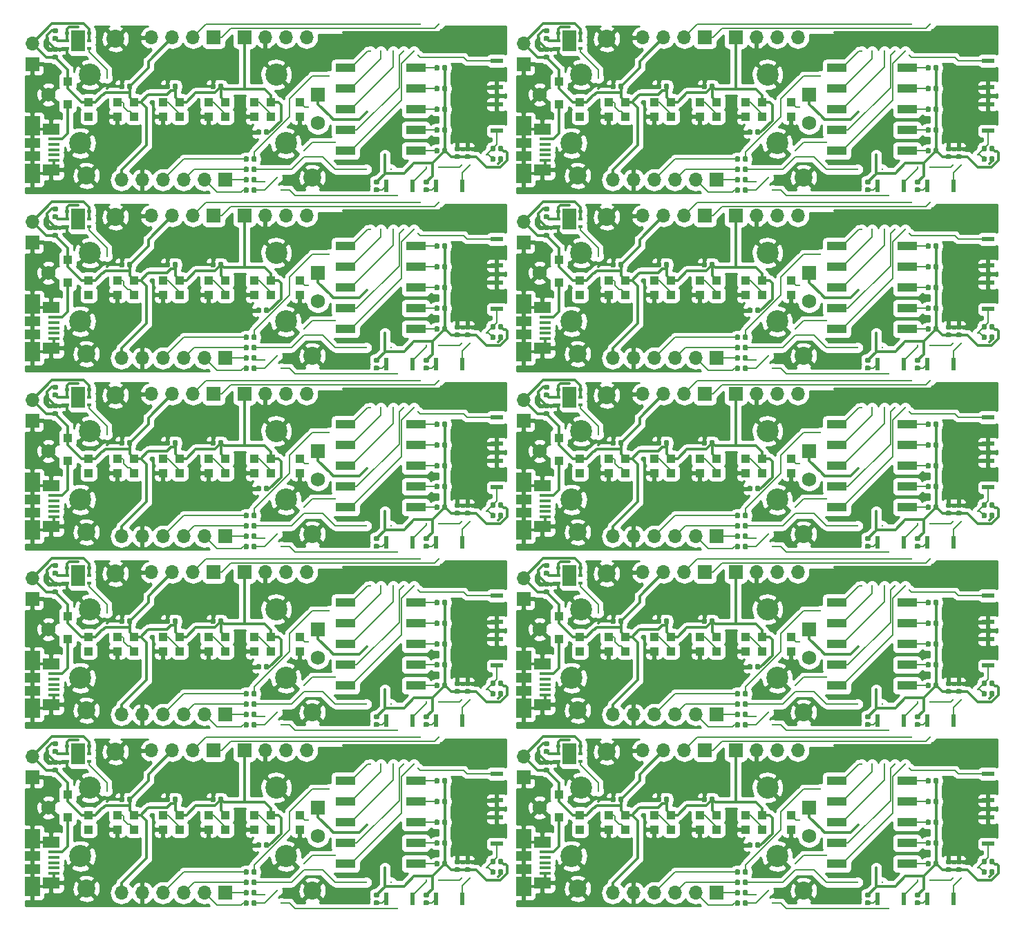
<source format=gbr>
G04 #@! TF.GenerationSoftware,KiCad,Pcbnew,5.1.0-060a0da~80~ubuntu18.04.1*
G04 #@! TF.CreationDate,2019-05-13T00:27:14+02:00*
G04 #@! TF.ProjectId,m3_2x5_panel,6d335f32-7835-45f7-9061-6e656c2e6b69,rev?*
G04 #@! TF.SameCoordinates,Original*
G04 #@! TF.FileFunction,Copper,L1,Top*
G04 #@! TF.FilePolarity,Positive*
%FSLAX46Y46*%
G04 Gerber Fmt 4.6, Leading zero omitted, Abs format (unit mm)*
G04 Created by KiCad (PCBNEW 5.1.0-060a0da~80~ubuntu18.04.1) date 2019-05-13 00:27:14*
%MOMM*%
%LPD*%
G04 APERTURE LIST*
%ADD10R,1.000000X1.000000*%
%ADD11C,0.100000*%
%ADD12C,0.590000*%
%ADD13O,1.700000X1.700000*%
%ADD14R,1.700000X1.700000*%
%ADD15R,1.380000X0.450000*%
%ADD16R,2.100000X1.475000*%
%ADD17R,1.900000X2.375000*%
%ADD18R,1.900000X1.175000*%
%ADD19R,1.500000X0.550000*%
%ADD20C,2.200000*%
%ADD21R,0.550000X1.500000*%
%ADD22R,1.100000X1.100000*%
%ADD23R,1.700000X2.600000*%
%ADD24R,0.630000X0.450000*%
%ADD25R,2.440000X1.120000*%
%ADD26C,2.700000*%
%ADD27C,1.750000*%
%ADD28R,1.750000X1.750000*%
%ADD29C,0.301000*%
%ADD30C,0.300000*%
%ADD31C,0.152400*%
%ADD32C,0.254000*%
G04 APERTURE END LIST*
D10*
X159232000Y-142907000D03*
X159232000Y-144657000D03*
X162732000Y-142907000D03*
X162732000Y-144657000D03*
X99034000Y-142907000D03*
X99034000Y-144657000D03*
X102534000Y-142907000D03*
X102534000Y-144657000D03*
X159232000Y-121063000D03*
X159232000Y-122813000D03*
X162732000Y-121063000D03*
X162732000Y-122813000D03*
X99034000Y-121063000D03*
X99034000Y-122813000D03*
X102534000Y-121063000D03*
X102534000Y-122813000D03*
X159232000Y-99219000D03*
X159232000Y-100969000D03*
X162732000Y-99219000D03*
X162732000Y-100969000D03*
X99034000Y-99219000D03*
X99034000Y-100969000D03*
X102534000Y-99219000D03*
X102534000Y-100969000D03*
X159232000Y-77375000D03*
X159232000Y-79125000D03*
X162732000Y-77375000D03*
X162732000Y-79125000D03*
X99034000Y-77375000D03*
X99034000Y-79125000D03*
X102534000Y-77375000D03*
X102534000Y-79125000D03*
X159232000Y-55531000D03*
X159232000Y-57281000D03*
X162732000Y-55531000D03*
X162732000Y-57281000D03*
X148056000Y-142907000D03*
X148056000Y-144657000D03*
X151556000Y-142907000D03*
X151556000Y-144657000D03*
X87858000Y-142907000D03*
X87858000Y-144657000D03*
X91358000Y-142907000D03*
X91358000Y-144657000D03*
X148056000Y-121063000D03*
X148056000Y-122813000D03*
X151556000Y-121063000D03*
X151556000Y-122813000D03*
X87858000Y-121063000D03*
X87858000Y-122813000D03*
X91358000Y-121063000D03*
X91358000Y-122813000D03*
X148056000Y-99219000D03*
X148056000Y-100969000D03*
X151556000Y-99219000D03*
X151556000Y-100969000D03*
X87858000Y-99219000D03*
X87858000Y-100969000D03*
X91358000Y-99219000D03*
X91358000Y-100969000D03*
X148056000Y-77375000D03*
X148056000Y-79125000D03*
X151556000Y-77375000D03*
X151556000Y-79125000D03*
X87858000Y-77375000D03*
X87858000Y-79125000D03*
X91358000Y-77375000D03*
X91358000Y-79125000D03*
X148056000Y-55531000D03*
X148056000Y-57281000D03*
X151556000Y-55531000D03*
X151556000Y-57281000D03*
D11*
G36*
X185296958Y-148542710D02*
G01*
X185311276Y-148544834D01*
X185325317Y-148548351D01*
X185338946Y-148553228D01*
X185352031Y-148559417D01*
X185364447Y-148566858D01*
X185376073Y-148575481D01*
X185386798Y-148585202D01*
X185396519Y-148595927D01*
X185405142Y-148607553D01*
X185412583Y-148619969D01*
X185418772Y-148633054D01*
X185423649Y-148646683D01*
X185427166Y-148660724D01*
X185429290Y-148675042D01*
X185430000Y-148689500D01*
X185430000Y-149034500D01*
X185429290Y-149048958D01*
X185427166Y-149063276D01*
X185423649Y-149077317D01*
X185418772Y-149090946D01*
X185412583Y-149104031D01*
X185405142Y-149116447D01*
X185396519Y-149128073D01*
X185386798Y-149138798D01*
X185376073Y-149148519D01*
X185364447Y-149157142D01*
X185352031Y-149164583D01*
X185338946Y-149170772D01*
X185325317Y-149175649D01*
X185311276Y-149179166D01*
X185296958Y-149181290D01*
X185282500Y-149182000D01*
X184987500Y-149182000D01*
X184973042Y-149181290D01*
X184958724Y-149179166D01*
X184944683Y-149175649D01*
X184931054Y-149170772D01*
X184917969Y-149164583D01*
X184905553Y-149157142D01*
X184893927Y-149148519D01*
X184883202Y-149138798D01*
X184873481Y-149128073D01*
X184864858Y-149116447D01*
X184857417Y-149104031D01*
X184851228Y-149090946D01*
X184846351Y-149077317D01*
X184842834Y-149063276D01*
X184840710Y-149048958D01*
X184840000Y-149034500D01*
X184840000Y-148689500D01*
X184840710Y-148675042D01*
X184842834Y-148660724D01*
X184846351Y-148646683D01*
X184851228Y-148633054D01*
X184857417Y-148619969D01*
X184864858Y-148607553D01*
X184873481Y-148595927D01*
X184883202Y-148585202D01*
X184893927Y-148575481D01*
X184905553Y-148566858D01*
X184917969Y-148559417D01*
X184931054Y-148553228D01*
X184944683Y-148548351D01*
X184958724Y-148544834D01*
X184973042Y-148542710D01*
X184987500Y-148542000D01*
X185282500Y-148542000D01*
X185296958Y-148542710D01*
X185296958Y-148542710D01*
G37*
D12*
X185135000Y-148862000D03*
D11*
G36*
X186266958Y-148542710D02*
G01*
X186281276Y-148544834D01*
X186295317Y-148548351D01*
X186308946Y-148553228D01*
X186322031Y-148559417D01*
X186334447Y-148566858D01*
X186346073Y-148575481D01*
X186356798Y-148585202D01*
X186366519Y-148595927D01*
X186375142Y-148607553D01*
X186382583Y-148619969D01*
X186388772Y-148633054D01*
X186393649Y-148646683D01*
X186397166Y-148660724D01*
X186399290Y-148675042D01*
X186400000Y-148689500D01*
X186400000Y-149034500D01*
X186399290Y-149048958D01*
X186397166Y-149063276D01*
X186393649Y-149077317D01*
X186388772Y-149090946D01*
X186382583Y-149104031D01*
X186375142Y-149116447D01*
X186366519Y-149128073D01*
X186356798Y-149138798D01*
X186346073Y-149148519D01*
X186334447Y-149157142D01*
X186322031Y-149164583D01*
X186308946Y-149170772D01*
X186295317Y-149175649D01*
X186281276Y-149179166D01*
X186266958Y-149181290D01*
X186252500Y-149182000D01*
X185957500Y-149182000D01*
X185943042Y-149181290D01*
X185928724Y-149179166D01*
X185914683Y-149175649D01*
X185901054Y-149170772D01*
X185887969Y-149164583D01*
X185875553Y-149157142D01*
X185863927Y-149148519D01*
X185853202Y-149138798D01*
X185843481Y-149128073D01*
X185834858Y-149116447D01*
X185827417Y-149104031D01*
X185821228Y-149090946D01*
X185816351Y-149077317D01*
X185812834Y-149063276D01*
X185810710Y-149048958D01*
X185810000Y-149034500D01*
X185810000Y-148689500D01*
X185810710Y-148675042D01*
X185812834Y-148660724D01*
X185816351Y-148646683D01*
X185821228Y-148633054D01*
X185827417Y-148619969D01*
X185834858Y-148607553D01*
X185843481Y-148595927D01*
X185853202Y-148585202D01*
X185863927Y-148575481D01*
X185875553Y-148566858D01*
X185887969Y-148559417D01*
X185901054Y-148553228D01*
X185914683Y-148548351D01*
X185928724Y-148544834D01*
X185943042Y-148542710D01*
X185957500Y-148542000D01*
X186252500Y-148542000D01*
X186266958Y-148542710D01*
X186266958Y-148542710D01*
G37*
D12*
X186105000Y-148862000D03*
D11*
G36*
X125098958Y-148542710D02*
G01*
X125113276Y-148544834D01*
X125127317Y-148548351D01*
X125140946Y-148553228D01*
X125154031Y-148559417D01*
X125166447Y-148566858D01*
X125178073Y-148575481D01*
X125188798Y-148585202D01*
X125198519Y-148595927D01*
X125207142Y-148607553D01*
X125214583Y-148619969D01*
X125220772Y-148633054D01*
X125225649Y-148646683D01*
X125229166Y-148660724D01*
X125231290Y-148675042D01*
X125232000Y-148689500D01*
X125232000Y-149034500D01*
X125231290Y-149048958D01*
X125229166Y-149063276D01*
X125225649Y-149077317D01*
X125220772Y-149090946D01*
X125214583Y-149104031D01*
X125207142Y-149116447D01*
X125198519Y-149128073D01*
X125188798Y-149138798D01*
X125178073Y-149148519D01*
X125166447Y-149157142D01*
X125154031Y-149164583D01*
X125140946Y-149170772D01*
X125127317Y-149175649D01*
X125113276Y-149179166D01*
X125098958Y-149181290D01*
X125084500Y-149182000D01*
X124789500Y-149182000D01*
X124775042Y-149181290D01*
X124760724Y-149179166D01*
X124746683Y-149175649D01*
X124733054Y-149170772D01*
X124719969Y-149164583D01*
X124707553Y-149157142D01*
X124695927Y-149148519D01*
X124685202Y-149138798D01*
X124675481Y-149128073D01*
X124666858Y-149116447D01*
X124659417Y-149104031D01*
X124653228Y-149090946D01*
X124648351Y-149077317D01*
X124644834Y-149063276D01*
X124642710Y-149048958D01*
X124642000Y-149034500D01*
X124642000Y-148689500D01*
X124642710Y-148675042D01*
X124644834Y-148660724D01*
X124648351Y-148646683D01*
X124653228Y-148633054D01*
X124659417Y-148619969D01*
X124666858Y-148607553D01*
X124675481Y-148595927D01*
X124685202Y-148585202D01*
X124695927Y-148575481D01*
X124707553Y-148566858D01*
X124719969Y-148559417D01*
X124733054Y-148553228D01*
X124746683Y-148548351D01*
X124760724Y-148544834D01*
X124775042Y-148542710D01*
X124789500Y-148542000D01*
X125084500Y-148542000D01*
X125098958Y-148542710D01*
X125098958Y-148542710D01*
G37*
D12*
X124937000Y-148862000D03*
D11*
G36*
X126068958Y-148542710D02*
G01*
X126083276Y-148544834D01*
X126097317Y-148548351D01*
X126110946Y-148553228D01*
X126124031Y-148559417D01*
X126136447Y-148566858D01*
X126148073Y-148575481D01*
X126158798Y-148585202D01*
X126168519Y-148595927D01*
X126177142Y-148607553D01*
X126184583Y-148619969D01*
X126190772Y-148633054D01*
X126195649Y-148646683D01*
X126199166Y-148660724D01*
X126201290Y-148675042D01*
X126202000Y-148689500D01*
X126202000Y-149034500D01*
X126201290Y-149048958D01*
X126199166Y-149063276D01*
X126195649Y-149077317D01*
X126190772Y-149090946D01*
X126184583Y-149104031D01*
X126177142Y-149116447D01*
X126168519Y-149128073D01*
X126158798Y-149138798D01*
X126148073Y-149148519D01*
X126136447Y-149157142D01*
X126124031Y-149164583D01*
X126110946Y-149170772D01*
X126097317Y-149175649D01*
X126083276Y-149179166D01*
X126068958Y-149181290D01*
X126054500Y-149182000D01*
X125759500Y-149182000D01*
X125745042Y-149181290D01*
X125730724Y-149179166D01*
X125716683Y-149175649D01*
X125703054Y-149170772D01*
X125689969Y-149164583D01*
X125677553Y-149157142D01*
X125665927Y-149148519D01*
X125655202Y-149138798D01*
X125645481Y-149128073D01*
X125636858Y-149116447D01*
X125629417Y-149104031D01*
X125623228Y-149090946D01*
X125618351Y-149077317D01*
X125614834Y-149063276D01*
X125612710Y-149048958D01*
X125612000Y-149034500D01*
X125612000Y-148689500D01*
X125612710Y-148675042D01*
X125614834Y-148660724D01*
X125618351Y-148646683D01*
X125623228Y-148633054D01*
X125629417Y-148619969D01*
X125636858Y-148607553D01*
X125645481Y-148595927D01*
X125655202Y-148585202D01*
X125665927Y-148575481D01*
X125677553Y-148566858D01*
X125689969Y-148559417D01*
X125703054Y-148553228D01*
X125716683Y-148548351D01*
X125730724Y-148544834D01*
X125745042Y-148542710D01*
X125759500Y-148542000D01*
X126054500Y-148542000D01*
X126068958Y-148542710D01*
X126068958Y-148542710D01*
G37*
D12*
X125907000Y-148862000D03*
D11*
G36*
X185296958Y-126698710D02*
G01*
X185311276Y-126700834D01*
X185325317Y-126704351D01*
X185338946Y-126709228D01*
X185352031Y-126715417D01*
X185364447Y-126722858D01*
X185376073Y-126731481D01*
X185386798Y-126741202D01*
X185396519Y-126751927D01*
X185405142Y-126763553D01*
X185412583Y-126775969D01*
X185418772Y-126789054D01*
X185423649Y-126802683D01*
X185427166Y-126816724D01*
X185429290Y-126831042D01*
X185430000Y-126845500D01*
X185430000Y-127190500D01*
X185429290Y-127204958D01*
X185427166Y-127219276D01*
X185423649Y-127233317D01*
X185418772Y-127246946D01*
X185412583Y-127260031D01*
X185405142Y-127272447D01*
X185396519Y-127284073D01*
X185386798Y-127294798D01*
X185376073Y-127304519D01*
X185364447Y-127313142D01*
X185352031Y-127320583D01*
X185338946Y-127326772D01*
X185325317Y-127331649D01*
X185311276Y-127335166D01*
X185296958Y-127337290D01*
X185282500Y-127338000D01*
X184987500Y-127338000D01*
X184973042Y-127337290D01*
X184958724Y-127335166D01*
X184944683Y-127331649D01*
X184931054Y-127326772D01*
X184917969Y-127320583D01*
X184905553Y-127313142D01*
X184893927Y-127304519D01*
X184883202Y-127294798D01*
X184873481Y-127284073D01*
X184864858Y-127272447D01*
X184857417Y-127260031D01*
X184851228Y-127246946D01*
X184846351Y-127233317D01*
X184842834Y-127219276D01*
X184840710Y-127204958D01*
X184840000Y-127190500D01*
X184840000Y-126845500D01*
X184840710Y-126831042D01*
X184842834Y-126816724D01*
X184846351Y-126802683D01*
X184851228Y-126789054D01*
X184857417Y-126775969D01*
X184864858Y-126763553D01*
X184873481Y-126751927D01*
X184883202Y-126741202D01*
X184893927Y-126731481D01*
X184905553Y-126722858D01*
X184917969Y-126715417D01*
X184931054Y-126709228D01*
X184944683Y-126704351D01*
X184958724Y-126700834D01*
X184973042Y-126698710D01*
X184987500Y-126698000D01*
X185282500Y-126698000D01*
X185296958Y-126698710D01*
X185296958Y-126698710D01*
G37*
D12*
X185135000Y-127018000D03*
D11*
G36*
X186266958Y-126698710D02*
G01*
X186281276Y-126700834D01*
X186295317Y-126704351D01*
X186308946Y-126709228D01*
X186322031Y-126715417D01*
X186334447Y-126722858D01*
X186346073Y-126731481D01*
X186356798Y-126741202D01*
X186366519Y-126751927D01*
X186375142Y-126763553D01*
X186382583Y-126775969D01*
X186388772Y-126789054D01*
X186393649Y-126802683D01*
X186397166Y-126816724D01*
X186399290Y-126831042D01*
X186400000Y-126845500D01*
X186400000Y-127190500D01*
X186399290Y-127204958D01*
X186397166Y-127219276D01*
X186393649Y-127233317D01*
X186388772Y-127246946D01*
X186382583Y-127260031D01*
X186375142Y-127272447D01*
X186366519Y-127284073D01*
X186356798Y-127294798D01*
X186346073Y-127304519D01*
X186334447Y-127313142D01*
X186322031Y-127320583D01*
X186308946Y-127326772D01*
X186295317Y-127331649D01*
X186281276Y-127335166D01*
X186266958Y-127337290D01*
X186252500Y-127338000D01*
X185957500Y-127338000D01*
X185943042Y-127337290D01*
X185928724Y-127335166D01*
X185914683Y-127331649D01*
X185901054Y-127326772D01*
X185887969Y-127320583D01*
X185875553Y-127313142D01*
X185863927Y-127304519D01*
X185853202Y-127294798D01*
X185843481Y-127284073D01*
X185834858Y-127272447D01*
X185827417Y-127260031D01*
X185821228Y-127246946D01*
X185816351Y-127233317D01*
X185812834Y-127219276D01*
X185810710Y-127204958D01*
X185810000Y-127190500D01*
X185810000Y-126845500D01*
X185810710Y-126831042D01*
X185812834Y-126816724D01*
X185816351Y-126802683D01*
X185821228Y-126789054D01*
X185827417Y-126775969D01*
X185834858Y-126763553D01*
X185843481Y-126751927D01*
X185853202Y-126741202D01*
X185863927Y-126731481D01*
X185875553Y-126722858D01*
X185887969Y-126715417D01*
X185901054Y-126709228D01*
X185914683Y-126704351D01*
X185928724Y-126700834D01*
X185943042Y-126698710D01*
X185957500Y-126698000D01*
X186252500Y-126698000D01*
X186266958Y-126698710D01*
X186266958Y-126698710D01*
G37*
D12*
X186105000Y-127018000D03*
D11*
G36*
X125098958Y-126698710D02*
G01*
X125113276Y-126700834D01*
X125127317Y-126704351D01*
X125140946Y-126709228D01*
X125154031Y-126715417D01*
X125166447Y-126722858D01*
X125178073Y-126731481D01*
X125188798Y-126741202D01*
X125198519Y-126751927D01*
X125207142Y-126763553D01*
X125214583Y-126775969D01*
X125220772Y-126789054D01*
X125225649Y-126802683D01*
X125229166Y-126816724D01*
X125231290Y-126831042D01*
X125232000Y-126845500D01*
X125232000Y-127190500D01*
X125231290Y-127204958D01*
X125229166Y-127219276D01*
X125225649Y-127233317D01*
X125220772Y-127246946D01*
X125214583Y-127260031D01*
X125207142Y-127272447D01*
X125198519Y-127284073D01*
X125188798Y-127294798D01*
X125178073Y-127304519D01*
X125166447Y-127313142D01*
X125154031Y-127320583D01*
X125140946Y-127326772D01*
X125127317Y-127331649D01*
X125113276Y-127335166D01*
X125098958Y-127337290D01*
X125084500Y-127338000D01*
X124789500Y-127338000D01*
X124775042Y-127337290D01*
X124760724Y-127335166D01*
X124746683Y-127331649D01*
X124733054Y-127326772D01*
X124719969Y-127320583D01*
X124707553Y-127313142D01*
X124695927Y-127304519D01*
X124685202Y-127294798D01*
X124675481Y-127284073D01*
X124666858Y-127272447D01*
X124659417Y-127260031D01*
X124653228Y-127246946D01*
X124648351Y-127233317D01*
X124644834Y-127219276D01*
X124642710Y-127204958D01*
X124642000Y-127190500D01*
X124642000Y-126845500D01*
X124642710Y-126831042D01*
X124644834Y-126816724D01*
X124648351Y-126802683D01*
X124653228Y-126789054D01*
X124659417Y-126775969D01*
X124666858Y-126763553D01*
X124675481Y-126751927D01*
X124685202Y-126741202D01*
X124695927Y-126731481D01*
X124707553Y-126722858D01*
X124719969Y-126715417D01*
X124733054Y-126709228D01*
X124746683Y-126704351D01*
X124760724Y-126700834D01*
X124775042Y-126698710D01*
X124789500Y-126698000D01*
X125084500Y-126698000D01*
X125098958Y-126698710D01*
X125098958Y-126698710D01*
G37*
D12*
X124937000Y-127018000D03*
D11*
G36*
X126068958Y-126698710D02*
G01*
X126083276Y-126700834D01*
X126097317Y-126704351D01*
X126110946Y-126709228D01*
X126124031Y-126715417D01*
X126136447Y-126722858D01*
X126148073Y-126731481D01*
X126158798Y-126741202D01*
X126168519Y-126751927D01*
X126177142Y-126763553D01*
X126184583Y-126775969D01*
X126190772Y-126789054D01*
X126195649Y-126802683D01*
X126199166Y-126816724D01*
X126201290Y-126831042D01*
X126202000Y-126845500D01*
X126202000Y-127190500D01*
X126201290Y-127204958D01*
X126199166Y-127219276D01*
X126195649Y-127233317D01*
X126190772Y-127246946D01*
X126184583Y-127260031D01*
X126177142Y-127272447D01*
X126168519Y-127284073D01*
X126158798Y-127294798D01*
X126148073Y-127304519D01*
X126136447Y-127313142D01*
X126124031Y-127320583D01*
X126110946Y-127326772D01*
X126097317Y-127331649D01*
X126083276Y-127335166D01*
X126068958Y-127337290D01*
X126054500Y-127338000D01*
X125759500Y-127338000D01*
X125745042Y-127337290D01*
X125730724Y-127335166D01*
X125716683Y-127331649D01*
X125703054Y-127326772D01*
X125689969Y-127320583D01*
X125677553Y-127313142D01*
X125665927Y-127304519D01*
X125655202Y-127294798D01*
X125645481Y-127284073D01*
X125636858Y-127272447D01*
X125629417Y-127260031D01*
X125623228Y-127246946D01*
X125618351Y-127233317D01*
X125614834Y-127219276D01*
X125612710Y-127204958D01*
X125612000Y-127190500D01*
X125612000Y-126845500D01*
X125612710Y-126831042D01*
X125614834Y-126816724D01*
X125618351Y-126802683D01*
X125623228Y-126789054D01*
X125629417Y-126775969D01*
X125636858Y-126763553D01*
X125645481Y-126751927D01*
X125655202Y-126741202D01*
X125665927Y-126731481D01*
X125677553Y-126722858D01*
X125689969Y-126715417D01*
X125703054Y-126709228D01*
X125716683Y-126704351D01*
X125730724Y-126700834D01*
X125745042Y-126698710D01*
X125759500Y-126698000D01*
X126054500Y-126698000D01*
X126068958Y-126698710D01*
X126068958Y-126698710D01*
G37*
D12*
X125907000Y-127018000D03*
D11*
G36*
X185296958Y-104854710D02*
G01*
X185311276Y-104856834D01*
X185325317Y-104860351D01*
X185338946Y-104865228D01*
X185352031Y-104871417D01*
X185364447Y-104878858D01*
X185376073Y-104887481D01*
X185386798Y-104897202D01*
X185396519Y-104907927D01*
X185405142Y-104919553D01*
X185412583Y-104931969D01*
X185418772Y-104945054D01*
X185423649Y-104958683D01*
X185427166Y-104972724D01*
X185429290Y-104987042D01*
X185430000Y-105001500D01*
X185430000Y-105346500D01*
X185429290Y-105360958D01*
X185427166Y-105375276D01*
X185423649Y-105389317D01*
X185418772Y-105402946D01*
X185412583Y-105416031D01*
X185405142Y-105428447D01*
X185396519Y-105440073D01*
X185386798Y-105450798D01*
X185376073Y-105460519D01*
X185364447Y-105469142D01*
X185352031Y-105476583D01*
X185338946Y-105482772D01*
X185325317Y-105487649D01*
X185311276Y-105491166D01*
X185296958Y-105493290D01*
X185282500Y-105494000D01*
X184987500Y-105494000D01*
X184973042Y-105493290D01*
X184958724Y-105491166D01*
X184944683Y-105487649D01*
X184931054Y-105482772D01*
X184917969Y-105476583D01*
X184905553Y-105469142D01*
X184893927Y-105460519D01*
X184883202Y-105450798D01*
X184873481Y-105440073D01*
X184864858Y-105428447D01*
X184857417Y-105416031D01*
X184851228Y-105402946D01*
X184846351Y-105389317D01*
X184842834Y-105375276D01*
X184840710Y-105360958D01*
X184840000Y-105346500D01*
X184840000Y-105001500D01*
X184840710Y-104987042D01*
X184842834Y-104972724D01*
X184846351Y-104958683D01*
X184851228Y-104945054D01*
X184857417Y-104931969D01*
X184864858Y-104919553D01*
X184873481Y-104907927D01*
X184883202Y-104897202D01*
X184893927Y-104887481D01*
X184905553Y-104878858D01*
X184917969Y-104871417D01*
X184931054Y-104865228D01*
X184944683Y-104860351D01*
X184958724Y-104856834D01*
X184973042Y-104854710D01*
X184987500Y-104854000D01*
X185282500Y-104854000D01*
X185296958Y-104854710D01*
X185296958Y-104854710D01*
G37*
D12*
X185135000Y-105174000D03*
D11*
G36*
X186266958Y-104854710D02*
G01*
X186281276Y-104856834D01*
X186295317Y-104860351D01*
X186308946Y-104865228D01*
X186322031Y-104871417D01*
X186334447Y-104878858D01*
X186346073Y-104887481D01*
X186356798Y-104897202D01*
X186366519Y-104907927D01*
X186375142Y-104919553D01*
X186382583Y-104931969D01*
X186388772Y-104945054D01*
X186393649Y-104958683D01*
X186397166Y-104972724D01*
X186399290Y-104987042D01*
X186400000Y-105001500D01*
X186400000Y-105346500D01*
X186399290Y-105360958D01*
X186397166Y-105375276D01*
X186393649Y-105389317D01*
X186388772Y-105402946D01*
X186382583Y-105416031D01*
X186375142Y-105428447D01*
X186366519Y-105440073D01*
X186356798Y-105450798D01*
X186346073Y-105460519D01*
X186334447Y-105469142D01*
X186322031Y-105476583D01*
X186308946Y-105482772D01*
X186295317Y-105487649D01*
X186281276Y-105491166D01*
X186266958Y-105493290D01*
X186252500Y-105494000D01*
X185957500Y-105494000D01*
X185943042Y-105493290D01*
X185928724Y-105491166D01*
X185914683Y-105487649D01*
X185901054Y-105482772D01*
X185887969Y-105476583D01*
X185875553Y-105469142D01*
X185863927Y-105460519D01*
X185853202Y-105450798D01*
X185843481Y-105440073D01*
X185834858Y-105428447D01*
X185827417Y-105416031D01*
X185821228Y-105402946D01*
X185816351Y-105389317D01*
X185812834Y-105375276D01*
X185810710Y-105360958D01*
X185810000Y-105346500D01*
X185810000Y-105001500D01*
X185810710Y-104987042D01*
X185812834Y-104972724D01*
X185816351Y-104958683D01*
X185821228Y-104945054D01*
X185827417Y-104931969D01*
X185834858Y-104919553D01*
X185843481Y-104907927D01*
X185853202Y-104897202D01*
X185863927Y-104887481D01*
X185875553Y-104878858D01*
X185887969Y-104871417D01*
X185901054Y-104865228D01*
X185914683Y-104860351D01*
X185928724Y-104856834D01*
X185943042Y-104854710D01*
X185957500Y-104854000D01*
X186252500Y-104854000D01*
X186266958Y-104854710D01*
X186266958Y-104854710D01*
G37*
D12*
X186105000Y-105174000D03*
D11*
G36*
X125098958Y-104854710D02*
G01*
X125113276Y-104856834D01*
X125127317Y-104860351D01*
X125140946Y-104865228D01*
X125154031Y-104871417D01*
X125166447Y-104878858D01*
X125178073Y-104887481D01*
X125188798Y-104897202D01*
X125198519Y-104907927D01*
X125207142Y-104919553D01*
X125214583Y-104931969D01*
X125220772Y-104945054D01*
X125225649Y-104958683D01*
X125229166Y-104972724D01*
X125231290Y-104987042D01*
X125232000Y-105001500D01*
X125232000Y-105346500D01*
X125231290Y-105360958D01*
X125229166Y-105375276D01*
X125225649Y-105389317D01*
X125220772Y-105402946D01*
X125214583Y-105416031D01*
X125207142Y-105428447D01*
X125198519Y-105440073D01*
X125188798Y-105450798D01*
X125178073Y-105460519D01*
X125166447Y-105469142D01*
X125154031Y-105476583D01*
X125140946Y-105482772D01*
X125127317Y-105487649D01*
X125113276Y-105491166D01*
X125098958Y-105493290D01*
X125084500Y-105494000D01*
X124789500Y-105494000D01*
X124775042Y-105493290D01*
X124760724Y-105491166D01*
X124746683Y-105487649D01*
X124733054Y-105482772D01*
X124719969Y-105476583D01*
X124707553Y-105469142D01*
X124695927Y-105460519D01*
X124685202Y-105450798D01*
X124675481Y-105440073D01*
X124666858Y-105428447D01*
X124659417Y-105416031D01*
X124653228Y-105402946D01*
X124648351Y-105389317D01*
X124644834Y-105375276D01*
X124642710Y-105360958D01*
X124642000Y-105346500D01*
X124642000Y-105001500D01*
X124642710Y-104987042D01*
X124644834Y-104972724D01*
X124648351Y-104958683D01*
X124653228Y-104945054D01*
X124659417Y-104931969D01*
X124666858Y-104919553D01*
X124675481Y-104907927D01*
X124685202Y-104897202D01*
X124695927Y-104887481D01*
X124707553Y-104878858D01*
X124719969Y-104871417D01*
X124733054Y-104865228D01*
X124746683Y-104860351D01*
X124760724Y-104856834D01*
X124775042Y-104854710D01*
X124789500Y-104854000D01*
X125084500Y-104854000D01*
X125098958Y-104854710D01*
X125098958Y-104854710D01*
G37*
D12*
X124937000Y-105174000D03*
D11*
G36*
X126068958Y-104854710D02*
G01*
X126083276Y-104856834D01*
X126097317Y-104860351D01*
X126110946Y-104865228D01*
X126124031Y-104871417D01*
X126136447Y-104878858D01*
X126148073Y-104887481D01*
X126158798Y-104897202D01*
X126168519Y-104907927D01*
X126177142Y-104919553D01*
X126184583Y-104931969D01*
X126190772Y-104945054D01*
X126195649Y-104958683D01*
X126199166Y-104972724D01*
X126201290Y-104987042D01*
X126202000Y-105001500D01*
X126202000Y-105346500D01*
X126201290Y-105360958D01*
X126199166Y-105375276D01*
X126195649Y-105389317D01*
X126190772Y-105402946D01*
X126184583Y-105416031D01*
X126177142Y-105428447D01*
X126168519Y-105440073D01*
X126158798Y-105450798D01*
X126148073Y-105460519D01*
X126136447Y-105469142D01*
X126124031Y-105476583D01*
X126110946Y-105482772D01*
X126097317Y-105487649D01*
X126083276Y-105491166D01*
X126068958Y-105493290D01*
X126054500Y-105494000D01*
X125759500Y-105494000D01*
X125745042Y-105493290D01*
X125730724Y-105491166D01*
X125716683Y-105487649D01*
X125703054Y-105482772D01*
X125689969Y-105476583D01*
X125677553Y-105469142D01*
X125665927Y-105460519D01*
X125655202Y-105450798D01*
X125645481Y-105440073D01*
X125636858Y-105428447D01*
X125629417Y-105416031D01*
X125623228Y-105402946D01*
X125618351Y-105389317D01*
X125614834Y-105375276D01*
X125612710Y-105360958D01*
X125612000Y-105346500D01*
X125612000Y-105001500D01*
X125612710Y-104987042D01*
X125614834Y-104972724D01*
X125618351Y-104958683D01*
X125623228Y-104945054D01*
X125629417Y-104931969D01*
X125636858Y-104919553D01*
X125645481Y-104907927D01*
X125655202Y-104897202D01*
X125665927Y-104887481D01*
X125677553Y-104878858D01*
X125689969Y-104871417D01*
X125703054Y-104865228D01*
X125716683Y-104860351D01*
X125730724Y-104856834D01*
X125745042Y-104854710D01*
X125759500Y-104854000D01*
X126054500Y-104854000D01*
X126068958Y-104854710D01*
X126068958Y-104854710D01*
G37*
D12*
X125907000Y-105174000D03*
D11*
G36*
X185296958Y-83010710D02*
G01*
X185311276Y-83012834D01*
X185325317Y-83016351D01*
X185338946Y-83021228D01*
X185352031Y-83027417D01*
X185364447Y-83034858D01*
X185376073Y-83043481D01*
X185386798Y-83053202D01*
X185396519Y-83063927D01*
X185405142Y-83075553D01*
X185412583Y-83087969D01*
X185418772Y-83101054D01*
X185423649Y-83114683D01*
X185427166Y-83128724D01*
X185429290Y-83143042D01*
X185430000Y-83157500D01*
X185430000Y-83502500D01*
X185429290Y-83516958D01*
X185427166Y-83531276D01*
X185423649Y-83545317D01*
X185418772Y-83558946D01*
X185412583Y-83572031D01*
X185405142Y-83584447D01*
X185396519Y-83596073D01*
X185386798Y-83606798D01*
X185376073Y-83616519D01*
X185364447Y-83625142D01*
X185352031Y-83632583D01*
X185338946Y-83638772D01*
X185325317Y-83643649D01*
X185311276Y-83647166D01*
X185296958Y-83649290D01*
X185282500Y-83650000D01*
X184987500Y-83650000D01*
X184973042Y-83649290D01*
X184958724Y-83647166D01*
X184944683Y-83643649D01*
X184931054Y-83638772D01*
X184917969Y-83632583D01*
X184905553Y-83625142D01*
X184893927Y-83616519D01*
X184883202Y-83606798D01*
X184873481Y-83596073D01*
X184864858Y-83584447D01*
X184857417Y-83572031D01*
X184851228Y-83558946D01*
X184846351Y-83545317D01*
X184842834Y-83531276D01*
X184840710Y-83516958D01*
X184840000Y-83502500D01*
X184840000Y-83157500D01*
X184840710Y-83143042D01*
X184842834Y-83128724D01*
X184846351Y-83114683D01*
X184851228Y-83101054D01*
X184857417Y-83087969D01*
X184864858Y-83075553D01*
X184873481Y-83063927D01*
X184883202Y-83053202D01*
X184893927Y-83043481D01*
X184905553Y-83034858D01*
X184917969Y-83027417D01*
X184931054Y-83021228D01*
X184944683Y-83016351D01*
X184958724Y-83012834D01*
X184973042Y-83010710D01*
X184987500Y-83010000D01*
X185282500Y-83010000D01*
X185296958Y-83010710D01*
X185296958Y-83010710D01*
G37*
D12*
X185135000Y-83330000D03*
D11*
G36*
X186266958Y-83010710D02*
G01*
X186281276Y-83012834D01*
X186295317Y-83016351D01*
X186308946Y-83021228D01*
X186322031Y-83027417D01*
X186334447Y-83034858D01*
X186346073Y-83043481D01*
X186356798Y-83053202D01*
X186366519Y-83063927D01*
X186375142Y-83075553D01*
X186382583Y-83087969D01*
X186388772Y-83101054D01*
X186393649Y-83114683D01*
X186397166Y-83128724D01*
X186399290Y-83143042D01*
X186400000Y-83157500D01*
X186400000Y-83502500D01*
X186399290Y-83516958D01*
X186397166Y-83531276D01*
X186393649Y-83545317D01*
X186388772Y-83558946D01*
X186382583Y-83572031D01*
X186375142Y-83584447D01*
X186366519Y-83596073D01*
X186356798Y-83606798D01*
X186346073Y-83616519D01*
X186334447Y-83625142D01*
X186322031Y-83632583D01*
X186308946Y-83638772D01*
X186295317Y-83643649D01*
X186281276Y-83647166D01*
X186266958Y-83649290D01*
X186252500Y-83650000D01*
X185957500Y-83650000D01*
X185943042Y-83649290D01*
X185928724Y-83647166D01*
X185914683Y-83643649D01*
X185901054Y-83638772D01*
X185887969Y-83632583D01*
X185875553Y-83625142D01*
X185863927Y-83616519D01*
X185853202Y-83606798D01*
X185843481Y-83596073D01*
X185834858Y-83584447D01*
X185827417Y-83572031D01*
X185821228Y-83558946D01*
X185816351Y-83545317D01*
X185812834Y-83531276D01*
X185810710Y-83516958D01*
X185810000Y-83502500D01*
X185810000Y-83157500D01*
X185810710Y-83143042D01*
X185812834Y-83128724D01*
X185816351Y-83114683D01*
X185821228Y-83101054D01*
X185827417Y-83087969D01*
X185834858Y-83075553D01*
X185843481Y-83063927D01*
X185853202Y-83053202D01*
X185863927Y-83043481D01*
X185875553Y-83034858D01*
X185887969Y-83027417D01*
X185901054Y-83021228D01*
X185914683Y-83016351D01*
X185928724Y-83012834D01*
X185943042Y-83010710D01*
X185957500Y-83010000D01*
X186252500Y-83010000D01*
X186266958Y-83010710D01*
X186266958Y-83010710D01*
G37*
D12*
X186105000Y-83330000D03*
D11*
G36*
X125098958Y-83010710D02*
G01*
X125113276Y-83012834D01*
X125127317Y-83016351D01*
X125140946Y-83021228D01*
X125154031Y-83027417D01*
X125166447Y-83034858D01*
X125178073Y-83043481D01*
X125188798Y-83053202D01*
X125198519Y-83063927D01*
X125207142Y-83075553D01*
X125214583Y-83087969D01*
X125220772Y-83101054D01*
X125225649Y-83114683D01*
X125229166Y-83128724D01*
X125231290Y-83143042D01*
X125232000Y-83157500D01*
X125232000Y-83502500D01*
X125231290Y-83516958D01*
X125229166Y-83531276D01*
X125225649Y-83545317D01*
X125220772Y-83558946D01*
X125214583Y-83572031D01*
X125207142Y-83584447D01*
X125198519Y-83596073D01*
X125188798Y-83606798D01*
X125178073Y-83616519D01*
X125166447Y-83625142D01*
X125154031Y-83632583D01*
X125140946Y-83638772D01*
X125127317Y-83643649D01*
X125113276Y-83647166D01*
X125098958Y-83649290D01*
X125084500Y-83650000D01*
X124789500Y-83650000D01*
X124775042Y-83649290D01*
X124760724Y-83647166D01*
X124746683Y-83643649D01*
X124733054Y-83638772D01*
X124719969Y-83632583D01*
X124707553Y-83625142D01*
X124695927Y-83616519D01*
X124685202Y-83606798D01*
X124675481Y-83596073D01*
X124666858Y-83584447D01*
X124659417Y-83572031D01*
X124653228Y-83558946D01*
X124648351Y-83545317D01*
X124644834Y-83531276D01*
X124642710Y-83516958D01*
X124642000Y-83502500D01*
X124642000Y-83157500D01*
X124642710Y-83143042D01*
X124644834Y-83128724D01*
X124648351Y-83114683D01*
X124653228Y-83101054D01*
X124659417Y-83087969D01*
X124666858Y-83075553D01*
X124675481Y-83063927D01*
X124685202Y-83053202D01*
X124695927Y-83043481D01*
X124707553Y-83034858D01*
X124719969Y-83027417D01*
X124733054Y-83021228D01*
X124746683Y-83016351D01*
X124760724Y-83012834D01*
X124775042Y-83010710D01*
X124789500Y-83010000D01*
X125084500Y-83010000D01*
X125098958Y-83010710D01*
X125098958Y-83010710D01*
G37*
D12*
X124937000Y-83330000D03*
D11*
G36*
X126068958Y-83010710D02*
G01*
X126083276Y-83012834D01*
X126097317Y-83016351D01*
X126110946Y-83021228D01*
X126124031Y-83027417D01*
X126136447Y-83034858D01*
X126148073Y-83043481D01*
X126158798Y-83053202D01*
X126168519Y-83063927D01*
X126177142Y-83075553D01*
X126184583Y-83087969D01*
X126190772Y-83101054D01*
X126195649Y-83114683D01*
X126199166Y-83128724D01*
X126201290Y-83143042D01*
X126202000Y-83157500D01*
X126202000Y-83502500D01*
X126201290Y-83516958D01*
X126199166Y-83531276D01*
X126195649Y-83545317D01*
X126190772Y-83558946D01*
X126184583Y-83572031D01*
X126177142Y-83584447D01*
X126168519Y-83596073D01*
X126158798Y-83606798D01*
X126148073Y-83616519D01*
X126136447Y-83625142D01*
X126124031Y-83632583D01*
X126110946Y-83638772D01*
X126097317Y-83643649D01*
X126083276Y-83647166D01*
X126068958Y-83649290D01*
X126054500Y-83650000D01*
X125759500Y-83650000D01*
X125745042Y-83649290D01*
X125730724Y-83647166D01*
X125716683Y-83643649D01*
X125703054Y-83638772D01*
X125689969Y-83632583D01*
X125677553Y-83625142D01*
X125665927Y-83616519D01*
X125655202Y-83606798D01*
X125645481Y-83596073D01*
X125636858Y-83584447D01*
X125629417Y-83572031D01*
X125623228Y-83558946D01*
X125618351Y-83545317D01*
X125614834Y-83531276D01*
X125612710Y-83516958D01*
X125612000Y-83502500D01*
X125612000Y-83157500D01*
X125612710Y-83143042D01*
X125614834Y-83128724D01*
X125618351Y-83114683D01*
X125623228Y-83101054D01*
X125629417Y-83087969D01*
X125636858Y-83075553D01*
X125645481Y-83063927D01*
X125655202Y-83053202D01*
X125665927Y-83043481D01*
X125677553Y-83034858D01*
X125689969Y-83027417D01*
X125703054Y-83021228D01*
X125716683Y-83016351D01*
X125730724Y-83012834D01*
X125745042Y-83010710D01*
X125759500Y-83010000D01*
X126054500Y-83010000D01*
X126068958Y-83010710D01*
X126068958Y-83010710D01*
G37*
D12*
X125907000Y-83330000D03*
D11*
G36*
X185296958Y-61166710D02*
G01*
X185311276Y-61168834D01*
X185325317Y-61172351D01*
X185338946Y-61177228D01*
X185352031Y-61183417D01*
X185364447Y-61190858D01*
X185376073Y-61199481D01*
X185386798Y-61209202D01*
X185396519Y-61219927D01*
X185405142Y-61231553D01*
X185412583Y-61243969D01*
X185418772Y-61257054D01*
X185423649Y-61270683D01*
X185427166Y-61284724D01*
X185429290Y-61299042D01*
X185430000Y-61313500D01*
X185430000Y-61658500D01*
X185429290Y-61672958D01*
X185427166Y-61687276D01*
X185423649Y-61701317D01*
X185418772Y-61714946D01*
X185412583Y-61728031D01*
X185405142Y-61740447D01*
X185396519Y-61752073D01*
X185386798Y-61762798D01*
X185376073Y-61772519D01*
X185364447Y-61781142D01*
X185352031Y-61788583D01*
X185338946Y-61794772D01*
X185325317Y-61799649D01*
X185311276Y-61803166D01*
X185296958Y-61805290D01*
X185282500Y-61806000D01*
X184987500Y-61806000D01*
X184973042Y-61805290D01*
X184958724Y-61803166D01*
X184944683Y-61799649D01*
X184931054Y-61794772D01*
X184917969Y-61788583D01*
X184905553Y-61781142D01*
X184893927Y-61772519D01*
X184883202Y-61762798D01*
X184873481Y-61752073D01*
X184864858Y-61740447D01*
X184857417Y-61728031D01*
X184851228Y-61714946D01*
X184846351Y-61701317D01*
X184842834Y-61687276D01*
X184840710Y-61672958D01*
X184840000Y-61658500D01*
X184840000Y-61313500D01*
X184840710Y-61299042D01*
X184842834Y-61284724D01*
X184846351Y-61270683D01*
X184851228Y-61257054D01*
X184857417Y-61243969D01*
X184864858Y-61231553D01*
X184873481Y-61219927D01*
X184883202Y-61209202D01*
X184893927Y-61199481D01*
X184905553Y-61190858D01*
X184917969Y-61183417D01*
X184931054Y-61177228D01*
X184944683Y-61172351D01*
X184958724Y-61168834D01*
X184973042Y-61166710D01*
X184987500Y-61166000D01*
X185282500Y-61166000D01*
X185296958Y-61166710D01*
X185296958Y-61166710D01*
G37*
D12*
X185135000Y-61486000D03*
D11*
G36*
X186266958Y-61166710D02*
G01*
X186281276Y-61168834D01*
X186295317Y-61172351D01*
X186308946Y-61177228D01*
X186322031Y-61183417D01*
X186334447Y-61190858D01*
X186346073Y-61199481D01*
X186356798Y-61209202D01*
X186366519Y-61219927D01*
X186375142Y-61231553D01*
X186382583Y-61243969D01*
X186388772Y-61257054D01*
X186393649Y-61270683D01*
X186397166Y-61284724D01*
X186399290Y-61299042D01*
X186400000Y-61313500D01*
X186400000Y-61658500D01*
X186399290Y-61672958D01*
X186397166Y-61687276D01*
X186393649Y-61701317D01*
X186388772Y-61714946D01*
X186382583Y-61728031D01*
X186375142Y-61740447D01*
X186366519Y-61752073D01*
X186356798Y-61762798D01*
X186346073Y-61772519D01*
X186334447Y-61781142D01*
X186322031Y-61788583D01*
X186308946Y-61794772D01*
X186295317Y-61799649D01*
X186281276Y-61803166D01*
X186266958Y-61805290D01*
X186252500Y-61806000D01*
X185957500Y-61806000D01*
X185943042Y-61805290D01*
X185928724Y-61803166D01*
X185914683Y-61799649D01*
X185901054Y-61794772D01*
X185887969Y-61788583D01*
X185875553Y-61781142D01*
X185863927Y-61772519D01*
X185853202Y-61762798D01*
X185843481Y-61752073D01*
X185834858Y-61740447D01*
X185827417Y-61728031D01*
X185821228Y-61714946D01*
X185816351Y-61701317D01*
X185812834Y-61687276D01*
X185810710Y-61672958D01*
X185810000Y-61658500D01*
X185810000Y-61313500D01*
X185810710Y-61299042D01*
X185812834Y-61284724D01*
X185816351Y-61270683D01*
X185821228Y-61257054D01*
X185827417Y-61243969D01*
X185834858Y-61231553D01*
X185843481Y-61219927D01*
X185853202Y-61209202D01*
X185863927Y-61199481D01*
X185875553Y-61190858D01*
X185887969Y-61183417D01*
X185901054Y-61177228D01*
X185914683Y-61172351D01*
X185928724Y-61168834D01*
X185943042Y-61166710D01*
X185957500Y-61166000D01*
X186252500Y-61166000D01*
X186266958Y-61166710D01*
X186266958Y-61166710D01*
G37*
D12*
X186105000Y-61486000D03*
D11*
G36*
X153246958Y-140668710D02*
G01*
X153261276Y-140670834D01*
X153275317Y-140674351D01*
X153288946Y-140679228D01*
X153302031Y-140685417D01*
X153314447Y-140692858D01*
X153326073Y-140701481D01*
X153336798Y-140711202D01*
X153346519Y-140721927D01*
X153355142Y-140733553D01*
X153362583Y-140745969D01*
X153368772Y-140759054D01*
X153373649Y-140772683D01*
X153377166Y-140786724D01*
X153379290Y-140801042D01*
X153380000Y-140815500D01*
X153380000Y-141160500D01*
X153379290Y-141174958D01*
X153377166Y-141189276D01*
X153373649Y-141203317D01*
X153368772Y-141216946D01*
X153362583Y-141230031D01*
X153355142Y-141242447D01*
X153346519Y-141254073D01*
X153336798Y-141264798D01*
X153326073Y-141274519D01*
X153314447Y-141283142D01*
X153302031Y-141290583D01*
X153288946Y-141296772D01*
X153275317Y-141301649D01*
X153261276Y-141305166D01*
X153246958Y-141307290D01*
X153232500Y-141308000D01*
X152937500Y-141308000D01*
X152923042Y-141307290D01*
X152908724Y-141305166D01*
X152894683Y-141301649D01*
X152881054Y-141296772D01*
X152867969Y-141290583D01*
X152855553Y-141283142D01*
X152843927Y-141274519D01*
X152833202Y-141264798D01*
X152823481Y-141254073D01*
X152814858Y-141242447D01*
X152807417Y-141230031D01*
X152801228Y-141216946D01*
X152796351Y-141203317D01*
X152792834Y-141189276D01*
X152790710Y-141174958D01*
X152790000Y-141160500D01*
X152790000Y-140815500D01*
X152790710Y-140801042D01*
X152792834Y-140786724D01*
X152796351Y-140772683D01*
X152801228Y-140759054D01*
X152807417Y-140745969D01*
X152814858Y-140733553D01*
X152823481Y-140721927D01*
X152833202Y-140711202D01*
X152843927Y-140701481D01*
X152855553Y-140692858D01*
X152867969Y-140685417D01*
X152881054Y-140679228D01*
X152894683Y-140674351D01*
X152908724Y-140670834D01*
X152923042Y-140668710D01*
X152937500Y-140668000D01*
X153232500Y-140668000D01*
X153246958Y-140668710D01*
X153246958Y-140668710D01*
G37*
D12*
X153085000Y-140988000D03*
D11*
G36*
X152276958Y-140668710D02*
G01*
X152291276Y-140670834D01*
X152305317Y-140674351D01*
X152318946Y-140679228D01*
X152332031Y-140685417D01*
X152344447Y-140692858D01*
X152356073Y-140701481D01*
X152366798Y-140711202D01*
X152376519Y-140721927D01*
X152385142Y-140733553D01*
X152392583Y-140745969D01*
X152398772Y-140759054D01*
X152403649Y-140772683D01*
X152407166Y-140786724D01*
X152409290Y-140801042D01*
X152410000Y-140815500D01*
X152410000Y-141160500D01*
X152409290Y-141174958D01*
X152407166Y-141189276D01*
X152403649Y-141203317D01*
X152398772Y-141216946D01*
X152392583Y-141230031D01*
X152385142Y-141242447D01*
X152376519Y-141254073D01*
X152366798Y-141264798D01*
X152356073Y-141274519D01*
X152344447Y-141283142D01*
X152332031Y-141290583D01*
X152318946Y-141296772D01*
X152305317Y-141301649D01*
X152291276Y-141305166D01*
X152276958Y-141307290D01*
X152262500Y-141308000D01*
X151967500Y-141308000D01*
X151953042Y-141307290D01*
X151938724Y-141305166D01*
X151924683Y-141301649D01*
X151911054Y-141296772D01*
X151897969Y-141290583D01*
X151885553Y-141283142D01*
X151873927Y-141274519D01*
X151863202Y-141264798D01*
X151853481Y-141254073D01*
X151844858Y-141242447D01*
X151837417Y-141230031D01*
X151831228Y-141216946D01*
X151826351Y-141203317D01*
X151822834Y-141189276D01*
X151820710Y-141174958D01*
X151820000Y-141160500D01*
X151820000Y-140815500D01*
X151820710Y-140801042D01*
X151822834Y-140786724D01*
X151826351Y-140772683D01*
X151831228Y-140759054D01*
X151837417Y-140745969D01*
X151844858Y-140733553D01*
X151853481Y-140721927D01*
X151863202Y-140711202D01*
X151873927Y-140701481D01*
X151885553Y-140692858D01*
X151897969Y-140685417D01*
X151911054Y-140679228D01*
X151924683Y-140674351D01*
X151938724Y-140670834D01*
X151953042Y-140668710D01*
X151967500Y-140668000D01*
X152262500Y-140668000D01*
X152276958Y-140668710D01*
X152276958Y-140668710D01*
G37*
D12*
X152115000Y-140988000D03*
D11*
G36*
X93048958Y-140668710D02*
G01*
X93063276Y-140670834D01*
X93077317Y-140674351D01*
X93090946Y-140679228D01*
X93104031Y-140685417D01*
X93116447Y-140692858D01*
X93128073Y-140701481D01*
X93138798Y-140711202D01*
X93148519Y-140721927D01*
X93157142Y-140733553D01*
X93164583Y-140745969D01*
X93170772Y-140759054D01*
X93175649Y-140772683D01*
X93179166Y-140786724D01*
X93181290Y-140801042D01*
X93182000Y-140815500D01*
X93182000Y-141160500D01*
X93181290Y-141174958D01*
X93179166Y-141189276D01*
X93175649Y-141203317D01*
X93170772Y-141216946D01*
X93164583Y-141230031D01*
X93157142Y-141242447D01*
X93148519Y-141254073D01*
X93138798Y-141264798D01*
X93128073Y-141274519D01*
X93116447Y-141283142D01*
X93104031Y-141290583D01*
X93090946Y-141296772D01*
X93077317Y-141301649D01*
X93063276Y-141305166D01*
X93048958Y-141307290D01*
X93034500Y-141308000D01*
X92739500Y-141308000D01*
X92725042Y-141307290D01*
X92710724Y-141305166D01*
X92696683Y-141301649D01*
X92683054Y-141296772D01*
X92669969Y-141290583D01*
X92657553Y-141283142D01*
X92645927Y-141274519D01*
X92635202Y-141264798D01*
X92625481Y-141254073D01*
X92616858Y-141242447D01*
X92609417Y-141230031D01*
X92603228Y-141216946D01*
X92598351Y-141203317D01*
X92594834Y-141189276D01*
X92592710Y-141174958D01*
X92592000Y-141160500D01*
X92592000Y-140815500D01*
X92592710Y-140801042D01*
X92594834Y-140786724D01*
X92598351Y-140772683D01*
X92603228Y-140759054D01*
X92609417Y-140745969D01*
X92616858Y-140733553D01*
X92625481Y-140721927D01*
X92635202Y-140711202D01*
X92645927Y-140701481D01*
X92657553Y-140692858D01*
X92669969Y-140685417D01*
X92683054Y-140679228D01*
X92696683Y-140674351D01*
X92710724Y-140670834D01*
X92725042Y-140668710D01*
X92739500Y-140668000D01*
X93034500Y-140668000D01*
X93048958Y-140668710D01*
X93048958Y-140668710D01*
G37*
D12*
X92887000Y-140988000D03*
D11*
G36*
X92078958Y-140668710D02*
G01*
X92093276Y-140670834D01*
X92107317Y-140674351D01*
X92120946Y-140679228D01*
X92134031Y-140685417D01*
X92146447Y-140692858D01*
X92158073Y-140701481D01*
X92168798Y-140711202D01*
X92178519Y-140721927D01*
X92187142Y-140733553D01*
X92194583Y-140745969D01*
X92200772Y-140759054D01*
X92205649Y-140772683D01*
X92209166Y-140786724D01*
X92211290Y-140801042D01*
X92212000Y-140815500D01*
X92212000Y-141160500D01*
X92211290Y-141174958D01*
X92209166Y-141189276D01*
X92205649Y-141203317D01*
X92200772Y-141216946D01*
X92194583Y-141230031D01*
X92187142Y-141242447D01*
X92178519Y-141254073D01*
X92168798Y-141264798D01*
X92158073Y-141274519D01*
X92146447Y-141283142D01*
X92134031Y-141290583D01*
X92120946Y-141296772D01*
X92107317Y-141301649D01*
X92093276Y-141305166D01*
X92078958Y-141307290D01*
X92064500Y-141308000D01*
X91769500Y-141308000D01*
X91755042Y-141307290D01*
X91740724Y-141305166D01*
X91726683Y-141301649D01*
X91713054Y-141296772D01*
X91699969Y-141290583D01*
X91687553Y-141283142D01*
X91675927Y-141274519D01*
X91665202Y-141264798D01*
X91655481Y-141254073D01*
X91646858Y-141242447D01*
X91639417Y-141230031D01*
X91633228Y-141216946D01*
X91628351Y-141203317D01*
X91624834Y-141189276D01*
X91622710Y-141174958D01*
X91622000Y-141160500D01*
X91622000Y-140815500D01*
X91622710Y-140801042D01*
X91624834Y-140786724D01*
X91628351Y-140772683D01*
X91633228Y-140759054D01*
X91639417Y-140745969D01*
X91646858Y-140733553D01*
X91655481Y-140721927D01*
X91665202Y-140711202D01*
X91675927Y-140701481D01*
X91687553Y-140692858D01*
X91699969Y-140685417D01*
X91713054Y-140679228D01*
X91726683Y-140674351D01*
X91740724Y-140670834D01*
X91755042Y-140668710D01*
X91769500Y-140668000D01*
X92064500Y-140668000D01*
X92078958Y-140668710D01*
X92078958Y-140668710D01*
G37*
D12*
X91917000Y-140988000D03*
D11*
G36*
X153246958Y-118824710D02*
G01*
X153261276Y-118826834D01*
X153275317Y-118830351D01*
X153288946Y-118835228D01*
X153302031Y-118841417D01*
X153314447Y-118848858D01*
X153326073Y-118857481D01*
X153336798Y-118867202D01*
X153346519Y-118877927D01*
X153355142Y-118889553D01*
X153362583Y-118901969D01*
X153368772Y-118915054D01*
X153373649Y-118928683D01*
X153377166Y-118942724D01*
X153379290Y-118957042D01*
X153380000Y-118971500D01*
X153380000Y-119316500D01*
X153379290Y-119330958D01*
X153377166Y-119345276D01*
X153373649Y-119359317D01*
X153368772Y-119372946D01*
X153362583Y-119386031D01*
X153355142Y-119398447D01*
X153346519Y-119410073D01*
X153336798Y-119420798D01*
X153326073Y-119430519D01*
X153314447Y-119439142D01*
X153302031Y-119446583D01*
X153288946Y-119452772D01*
X153275317Y-119457649D01*
X153261276Y-119461166D01*
X153246958Y-119463290D01*
X153232500Y-119464000D01*
X152937500Y-119464000D01*
X152923042Y-119463290D01*
X152908724Y-119461166D01*
X152894683Y-119457649D01*
X152881054Y-119452772D01*
X152867969Y-119446583D01*
X152855553Y-119439142D01*
X152843927Y-119430519D01*
X152833202Y-119420798D01*
X152823481Y-119410073D01*
X152814858Y-119398447D01*
X152807417Y-119386031D01*
X152801228Y-119372946D01*
X152796351Y-119359317D01*
X152792834Y-119345276D01*
X152790710Y-119330958D01*
X152790000Y-119316500D01*
X152790000Y-118971500D01*
X152790710Y-118957042D01*
X152792834Y-118942724D01*
X152796351Y-118928683D01*
X152801228Y-118915054D01*
X152807417Y-118901969D01*
X152814858Y-118889553D01*
X152823481Y-118877927D01*
X152833202Y-118867202D01*
X152843927Y-118857481D01*
X152855553Y-118848858D01*
X152867969Y-118841417D01*
X152881054Y-118835228D01*
X152894683Y-118830351D01*
X152908724Y-118826834D01*
X152923042Y-118824710D01*
X152937500Y-118824000D01*
X153232500Y-118824000D01*
X153246958Y-118824710D01*
X153246958Y-118824710D01*
G37*
D12*
X153085000Y-119144000D03*
D11*
G36*
X152276958Y-118824710D02*
G01*
X152291276Y-118826834D01*
X152305317Y-118830351D01*
X152318946Y-118835228D01*
X152332031Y-118841417D01*
X152344447Y-118848858D01*
X152356073Y-118857481D01*
X152366798Y-118867202D01*
X152376519Y-118877927D01*
X152385142Y-118889553D01*
X152392583Y-118901969D01*
X152398772Y-118915054D01*
X152403649Y-118928683D01*
X152407166Y-118942724D01*
X152409290Y-118957042D01*
X152410000Y-118971500D01*
X152410000Y-119316500D01*
X152409290Y-119330958D01*
X152407166Y-119345276D01*
X152403649Y-119359317D01*
X152398772Y-119372946D01*
X152392583Y-119386031D01*
X152385142Y-119398447D01*
X152376519Y-119410073D01*
X152366798Y-119420798D01*
X152356073Y-119430519D01*
X152344447Y-119439142D01*
X152332031Y-119446583D01*
X152318946Y-119452772D01*
X152305317Y-119457649D01*
X152291276Y-119461166D01*
X152276958Y-119463290D01*
X152262500Y-119464000D01*
X151967500Y-119464000D01*
X151953042Y-119463290D01*
X151938724Y-119461166D01*
X151924683Y-119457649D01*
X151911054Y-119452772D01*
X151897969Y-119446583D01*
X151885553Y-119439142D01*
X151873927Y-119430519D01*
X151863202Y-119420798D01*
X151853481Y-119410073D01*
X151844858Y-119398447D01*
X151837417Y-119386031D01*
X151831228Y-119372946D01*
X151826351Y-119359317D01*
X151822834Y-119345276D01*
X151820710Y-119330958D01*
X151820000Y-119316500D01*
X151820000Y-118971500D01*
X151820710Y-118957042D01*
X151822834Y-118942724D01*
X151826351Y-118928683D01*
X151831228Y-118915054D01*
X151837417Y-118901969D01*
X151844858Y-118889553D01*
X151853481Y-118877927D01*
X151863202Y-118867202D01*
X151873927Y-118857481D01*
X151885553Y-118848858D01*
X151897969Y-118841417D01*
X151911054Y-118835228D01*
X151924683Y-118830351D01*
X151938724Y-118826834D01*
X151953042Y-118824710D01*
X151967500Y-118824000D01*
X152262500Y-118824000D01*
X152276958Y-118824710D01*
X152276958Y-118824710D01*
G37*
D12*
X152115000Y-119144000D03*
D11*
G36*
X93048958Y-118824710D02*
G01*
X93063276Y-118826834D01*
X93077317Y-118830351D01*
X93090946Y-118835228D01*
X93104031Y-118841417D01*
X93116447Y-118848858D01*
X93128073Y-118857481D01*
X93138798Y-118867202D01*
X93148519Y-118877927D01*
X93157142Y-118889553D01*
X93164583Y-118901969D01*
X93170772Y-118915054D01*
X93175649Y-118928683D01*
X93179166Y-118942724D01*
X93181290Y-118957042D01*
X93182000Y-118971500D01*
X93182000Y-119316500D01*
X93181290Y-119330958D01*
X93179166Y-119345276D01*
X93175649Y-119359317D01*
X93170772Y-119372946D01*
X93164583Y-119386031D01*
X93157142Y-119398447D01*
X93148519Y-119410073D01*
X93138798Y-119420798D01*
X93128073Y-119430519D01*
X93116447Y-119439142D01*
X93104031Y-119446583D01*
X93090946Y-119452772D01*
X93077317Y-119457649D01*
X93063276Y-119461166D01*
X93048958Y-119463290D01*
X93034500Y-119464000D01*
X92739500Y-119464000D01*
X92725042Y-119463290D01*
X92710724Y-119461166D01*
X92696683Y-119457649D01*
X92683054Y-119452772D01*
X92669969Y-119446583D01*
X92657553Y-119439142D01*
X92645927Y-119430519D01*
X92635202Y-119420798D01*
X92625481Y-119410073D01*
X92616858Y-119398447D01*
X92609417Y-119386031D01*
X92603228Y-119372946D01*
X92598351Y-119359317D01*
X92594834Y-119345276D01*
X92592710Y-119330958D01*
X92592000Y-119316500D01*
X92592000Y-118971500D01*
X92592710Y-118957042D01*
X92594834Y-118942724D01*
X92598351Y-118928683D01*
X92603228Y-118915054D01*
X92609417Y-118901969D01*
X92616858Y-118889553D01*
X92625481Y-118877927D01*
X92635202Y-118867202D01*
X92645927Y-118857481D01*
X92657553Y-118848858D01*
X92669969Y-118841417D01*
X92683054Y-118835228D01*
X92696683Y-118830351D01*
X92710724Y-118826834D01*
X92725042Y-118824710D01*
X92739500Y-118824000D01*
X93034500Y-118824000D01*
X93048958Y-118824710D01*
X93048958Y-118824710D01*
G37*
D12*
X92887000Y-119144000D03*
D11*
G36*
X92078958Y-118824710D02*
G01*
X92093276Y-118826834D01*
X92107317Y-118830351D01*
X92120946Y-118835228D01*
X92134031Y-118841417D01*
X92146447Y-118848858D01*
X92158073Y-118857481D01*
X92168798Y-118867202D01*
X92178519Y-118877927D01*
X92187142Y-118889553D01*
X92194583Y-118901969D01*
X92200772Y-118915054D01*
X92205649Y-118928683D01*
X92209166Y-118942724D01*
X92211290Y-118957042D01*
X92212000Y-118971500D01*
X92212000Y-119316500D01*
X92211290Y-119330958D01*
X92209166Y-119345276D01*
X92205649Y-119359317D01*
X92200772Y-119372946D01*
X92194583Y-119386031D01*
X92187142Y-119398447D01*
X92178519Y-119410073D01*
X92168798Y-119420798D01*
X92158073Y-119430519D01*
X92146447Y-119439142D01*
X92134031Y-119446583D01*
X92120946Y-119452772D01*
X92107317Y-119457649D01*
X92093276Y-119461166D01*
X92078958Y-119463290D01*
X92064500Y-119464000D01*
X91769500Y-119464000D01*
X91755042Y-119463290D01*
X91740724Y-119461166D01*
X91726683Y-119457649D01*
X91713054Y-119452772D01*
X91699969Y-119446583D01*
X91687553Y-119439142D01*
X91675927Y-119430519D01*
X91665202Y-119420798D01*
X91655481Y-119410073D01*
X91646858Y-119398447D01*
X91639417Y-119386031D01*
X91633228Y-119372946D01*
X91628351Y-119359317D01*
X91624834Y-119345276D01*
X91622710Y-119330958D01*
X91622000Y-119316500D01*
X91622000Y-118971500D01*
X91622710Y-118957042D01*
X91624834Y-118942724D01*
X91628351Y-118928683D01*
X91633228Y-118915054D01*
X91639417Y-118901969D01*
X91646858Y-118889553D01*
X91655481Y-118877927D01*
X91665202Y-118867202D01*
X91675927Y-118857481D01*
X91687553Y-118848858D01*
X91699969Y-118841417D01*
X91713054Y-118835228D01*
X91726683Y-118830351D01*
X91740724Y-118826834D01*
X91755042Y-118824710D01*
X91769500Y-118824000D01*
X92064500Y-118824000D01*
X92078958Y-118824710D01*
X92078958Y-118824710D01*
G37*
D12*
X91917000Y-119144000D03*
D11*
G36*
X153246958Y-96980710D02*
G01*
X153261276Y-96982834D01*
X153275317Y-96986351D01*
X153288946Y-96991228D01*
X153302031Y-96997417D01*
X153314447Y-97004858D01*
X153326073Y-97013481D01*
X153336798Y-97023202D01*
X153346519Y-97033927D01*
X153355142Y-97045553D01*
X153362583Y-97057969D01*
X153368772Y-97071054D01*
X153373649Y-97084683D01*
X153377166Y-97098724D01*
X153379290Y-97113042D01*
X153380000Y-97127500D01*
X153380000Y-97472500D01*
X153379290Y-97486958D01*
X153377166Y-97501276D01*
X153373649Y-97515317D01*
X153368772Y-97528946D01*
X153362583Y-97542031D01*
X153355142Y-97554447D01*
X153346519Y-97566073D01*
X153336798Y-97576798D01*
X153326073Y-97586519D01*
X153314447Y-97595142D01*
X153302031Y-97602583D01*
X153288946Y-97608772D01*
X153275317Y-97613649D01*
X153261276Y-97617166D01*
X153246958Y-97619290D01*
X153232500Y-97620000D01*
X152937500Y-97620000D01*
X152923042Y-97619290D01*
X152908724Y-97617166D01*
X152894683Y-97613649D01*
X152881054Y-97608772D01*
X152867969Y-97602583D01*
X152855553Y-97595142D01*
X152843927Y-97586519D01*
X152833202Y-97576798D01*
X152823481Y-97566073D01*
X152814858Y-97554447D01*
X152807417Y-97542031D01*
X152801228Y-97528946D01*
X152796351Y-97515317D01*
X152792834Y-97501276D01*
X152790710Y-97486958D01*
X152790000Y-97472500D01*
X152790000Y-97127500D01*
X152790710Y-97113042D01*
X152792834Y-97098724D01*
X152796351Y-97084683D01*
X152801228Y-97071054D01*
X152807417Y-97057969D01*
X152814858Y-97045553D01*
X152823481Y-97033927D01*
X152833202Y-97023202D01*
X152843927Y-97013481D01*
X152855553Y-97004858D01*
X152867969Y-96997417D01*
X152881054Y-96991228D01*
X152894683Y-96986351D01*
X152908724Y-96982834D01*
X152923042Y-96980710D01*
X152937500Y-96980000D01*
X153232500Y-96980000D01*
X153246958Y-96980710D01*
X153246958Y-96980710D01*
G37*
D12*
X153085000Y-97300000D03*
D11*
G36*
X152276958Y-96980710D02*
G01*
X152291276Y-96982834D01*
X152305317Y-96986351D01*
X152318946Y-96991228D01*
X152332031Y-96997417D01*
X152344447Y-97004858D01*
X152356073Y-97013481D01*
X152366798Y-97023202D01*
X152376519Y-97033927D01*
X152385142Y-97045553D01*
X152392583Y-97057969D01*
X152398772Y-97071054D01*
X152403649Y-97084683D01*
X152407166Y-97098724D01*
X152409290Y-97113042D01*
X152410000Y-97127500D01*
X152410000Y-97472500D01*
X152409290Y-97486958D01*
X152407166Y-97501276D01*
X152403649Y-97515317D01*
X152398772Y-97528946D01*
X152392583Y-97542031D01*
X152385142Y-97554447D01*
X152376519Y-97566073D01*
X152366798Y-97576798D01*
X152356073Y-97586519D01*
X152344447Y-97595142D01*
X152332031Y-97602583D01*
X152318946Y-97608772D01*
X152305317Y-97613649D01*
X152291276Y-97617166D01*
X152276958Y-97619290D01*
X152262500Y-97620000D01*
X151967500Y-97620000D01*
X151953042Y-97619290D01*
X151938724Y-97617166D01*
X151924683Y-97613649D01*
X151911054Y-97608772D01*
X151897969Y-97602583D01*
X151885553Y-97595142D01*
X151873927Y-97586519D01*
X151863202Y-97576798D01*
X151853481Y-97566073D01*
X151844858Y-97554447D01*
X151837417Y-97542031D01*
X151831228Y-97528946D01*
X151826351Y-97515317D01*
X151822834Y-97501276D01*
X151820710Y-97486958D01*
X151820000Y-97472500D01*
X151820000Y-97127500D01*
X151820710Y-97113042D01*
X151822834Y-97098724D01*
X151826351Y-97084683D01*
X151831228Y-97071054D01*
X151837417Y-97057969D01*
X151844858Y-97045553D01*
X151853481Y-97033927D01*
X151863202Y-97023202D01*
X151873927Y-97013481D01*
X151885553Y-97004858D01*
X151897969Y-96997417D01*
X151911054Y-96991228D01*
X151924683Y-96986351D01*
X151938724Y-96982834D01*
X151953042Y-96980710D01*
X151967500Y-96980000D01*
X152262500Y-96980000D01*
X152276958Y-96980710D01*
X152276958Y-96980710D01*
G37*
D12*
X152115000Y-97300000D03*
D11*
G36*
X93048958Y-96980710D02*
G01*
X93063276Y-96982834D01*
X93077317Y-96986351D01*
X93090946Y-96991228D01*
X93104031Y-96997417D01*
X93116447Y-97004858D01*
X93128073Y-97013481D01*
X93138798Y-97023202D01*
X93148519Y-97033927D01*
X93157142Y-97045553D01*
X93164583Y-97057969D01*
X93170772Y-97071054D01*
X93175649Y-97084683D01*
X93179166Y-97098724D01*
X93181290Y-97113042D01*
X93182000Y-97127500D01*
X93182000Y-97472500D01*
X93181290Y-97486958D01*
X93179166Y-97501276D01*
X93175649Y-97515317D01*
X93170772Y-97528946D01*
X93164583Y-97542031D01*
X93157142Y-97554447D01*
X93148519Y-97566073D01*
X93138798Y-97576798D01*
X93128073Y-97586519D01*
X93116447Y-97595142D01*
X93104031Y-97602583D01*
X93090946Y-97608772D01*
X93077317Y-97613649D01*
X93063276Y-97617166D01*
X93048958Y-97619290D01*
X93034500Y-97620000D01*
X92739500Y-97620000D01*
X92725042Y-97619290D01*
X92710724Y-97617166D01*
X92696683Y-97613649D01*
X92683054Y-97608772D01*
X92669969Y-97602583D01*
X92657553Y-97595142D01*
X92645927Y-97586519D01*
X92635202Y-97576798D01*
X92625481Y-97566073D01*
X92616858Y-97554447D01*
X92609417Y-97542031D01*
X92603228Y-97528946D01*
X92598351Y-97515317D01*
X92594834Y-97501276D01*
X92592710Y-97486958D01*
X92592000Y-97472500D01*
X92592000Y-97127500D01*
X92592710Y-97113042D01*
X92594834Y-97098724D01*
X92598351Y-97084683D01*
X92603228Y-97071054D01*
X92609417Y-97057969D01*
X92616858Y-97045553D01*
X92625481Y-97033927D01*
X92635202Y-97023202D01*
X92645927Y-97013481D01*
X92657553Y-97004858D01*
X92669969Y-96997417D01*
X92683054Y-96991228D01*
X92696683Y-96986351D01*
X92710724Y-96982834D01*
X92725042Y-96980710D01*
X92739500Y-96980000D01*
X93034500Y-96980000D01*
X93048958Y-96980710D01*
X93048958Y-96980710D01*
G37*
D12*
X92887000Y-97300000D03*
D11*
G36*
X92078958Y-96980710D02*
G01*
X92093276Y-96982834D01*
X92107317Y-96986351D01*
X92120946Y-96991228D01*
X92134031Y-96997417D01*
X92146447Y-97004858D01*
X92158073Y-97013481D01*
X92168798Y-97023202D01*
X92178519Y-97033927D01*
X92187142Y-97045553D01*
X92194583Y-97057969D01*
X92200772Y-97071054D01*
X92205649Y-97084683D01*
X92209166Y-97098724D01*
X92211290Y-97113042D01*
X92212000Y-97127500D01*
X92212000Y-97472500D01*
X92211290Y-97486958D01*
X92209166Y-97501276D01*
X92205649Y-97515317D01*
X92200772Y-97528946D01*
X92194583Y-97542031D01*
X92187142Y-97554447D01*
X92178519Y-97566073D01*
X92168798Y-97576798D01*
X92158073Y-97586519D01*
X92146447Y-97595142D01*
X92134031Y-97602583D01*
X92120946Y-97608772D01*
X92107317Y-97613649D01*
X92093276Y-97617166D01*
X92078958Y-97619290D01*
X92064500Y-97620000D01*
X91769500Y-97620000D01*
X91755042Y-97619290D01*
X91740724Y-97617166D01*
X91726683Y-97613649D01*
X91713054Y-97608772D01*
X91699969Y-97602583D01*
X91687553Y-97595142D01*
X91675927Y-97586519D01*
X91665202Y-97576798D01*
X91655481Y-97566073D01*
X91646858Y-97554447D01*
X91639417Y-97542031D01*
X91633228Y-97528946D01*
X91628351Y-97515317D01*
X91624834Y-97501276D01*
X91622710Y-97486958D01*
X91622000Y-97472500D01*
X91622000Y-97127500D01*
X91622710Y-97113042D01*
X91624834Y-97098724D01*
X91628351Y-97084683D01*
X91633228Y-97071054D01*
X91639417Y-97057969D01*
X91646858Y-97045553D01*
X91655481Y-97033927D01*
X91665202Y-97023202D01*
X91675927Y-97013481D01*
X91687553Y-97004858D01*
X91699969Y-96997417D01*
X91713054Y-96991228D01*
X91726683Y-96986351D01*
X91740724Y-96982834D01*
X91755042Y-96980710D01*
X91769500Y-96980000D01*
X92064500Y-96980000D01*
X92078958Y-96980710D01*
X92078958Y-96980710D01*
G37*
D12*
X91917000Y-97300000D03*
D11*
G36*
X153246958Y-75136710D02*
G01*
X153261276Y-75138834D01*
X153275317Y-75142351D01*
X153288946Y-75147228D01*
X153302031Y-75153417D01*
X153314447Y-75160858D01*
X153326073Y-75169481D01*
X153336798Y-75179202D01*
X153346519Y-75189927D01*
X153355142Y-75201553D01*
X153362583Y-75213969D01*
X153368772Y-75227054D01*
X153373649Y-75240683D01*
X153377166Y-75254724D01*
X153379290Y-75269042D01*
X153380000Y-75283500D01*
X153380000Y-75628500D01*
X153379290Y-75642958D01*
X153377166Y-75657276D01*
X153373649Y-75671317D01*
X153368772Y-75684946D01*
X153362583Y-75698031D01*
X153355142Y-75710447D01*
X153346519Y-75722073D01*
X153336798Y-75732798D01*
X153326073Y-75742519D01*
X153314447Y-75751142D01*
X153302031Y-75758583D01*
X153288946Y-75764772D01*
X153275317Y-75769649D01*
X153261276Y-75773166D01*
X153246958Y-75775290D01*
X153232500Y-75776000D01*
X152937500Y-75776000D01*
X152923042Y-75775290D01*
X152908724Y-75773166D01*
X152894683Y-75769649D01*
X152881054Y-75764772D01*
X152867969Y-75758583D01*
X152855553Y-75751142D01*
X152843927Y-75742519D01*
X152833202Y-75732798D01*
X152823481Y-75722073D01*
X152814858Y-75710447D01*
X152807417Y-75698031D01*
X152801228Y-75684946D01*
X152796351Y-75671317D01*
X152792834Y-75657276D01*
X152790710Y-75642958D01*
X152790000Y-75628500D01*
X152790000Y-75283500D01*
X152790710Y-75269042D01*
X152792834Y-75254724D01*
X152796351Y-75240683D01*
X152801228Y-75227054D01*
X152807417Y-75213969D01*
X152814858Y-75201553D01*
X152823481Y-75189927D01*
X152833202Y-75179202D01*
X152843927Y-75169481D01*
X152855553Y-75160858D01*
X152867969Y-75153417D01*
X152881054Y-75147228D01*
X152894683Y-75142351D01*
X152908724Y-75138834D01*
X152923042Y-75136710D01*
X152937500Y-75136000D01*
X153232500Y-75136000D01*
X153246958Y-75136710D01*
X153246958Y-75136710D01*
G37*
D12*
X153085000Y-75456000D03*
D11*
G36*
X152276958Y-75136710D02*
G01*
X152291276Y-75138834D01*
X152305317Y-75142351D01*
X152318946Y-75147228D01*
X152332031Y-75153417D01*
X152344447Y-75160858D01*
X152356073Y-75169481D01*
X152366798Y-75179202D01*
X152376519Y-75189927D01*
X152385142Y-75201553D01*
X152392583Y-75213969D01*
X152398772Y-75227054D01*
X152403649Y-75240683D01*
X152407166Y-75254724D01*
X152409290Y-75269042D01*
X152410000Y-75283500D01*
X152410000Y-75628500D01*
X152409290Y-75642958D01*
X152407166Y-75657276D01*
X152403649Y-75671317D01*
X152398772Y-75684946D01*
X152392583Y-75698031D01*
X152385142Y-75710447D01*
X152376519Y-75722073D01*
X152366798Y-75732798D01*
X152356073Y-75742519D01*
X152344447Y-75751142D01*
X152332031Y-75758583D01*
X152318946Y-75764772D01*
X152305317Y-75769649D01*
X152291276Y-75773166D01*
X152276958Y-75775290D01*
X152262500Y-75776000D01*
X151967500Y-75776000D01*
X151953042Y-75775290D01*
X151938724Y-75773166D01*
X151924683Y-75769649D01*
X151911054Y-75764772D01*
X151897969Y-75758583D01*
X151885553Y-75751142D01*
X151873927Y-75742519D01*
X151863202Y-75732798D01*
X151853481Y-75722073D01*
X151844858Y-75710447D01*
X151837417Y-75698031D01*
X151831228Y-75684946D01*
X151826351Y-75671317D01*
X151822834Y-75657276D01*
X151820710Y-75642958D01*
X151820000Y-75628500D01*
X151820000Y-75283500D01*
X151820710Y-75269042D01*
X151822834Y-75254724D01*
X151826351Y-75240683D01*
X151831228Y-75227054D01*
X151837417Y-75213969D01*
X151844858Y-75201553D01*
X151853481Y-75189927D01*
X151863202Y-75179202D01*
X151873927Y-75169481D01*
X151885553Y-75160858D01*
X151897969Y-75153417D01*
X151911054Y-75147228D01*
X151924683Y-75142351D01*
X151938724Y-75138834D01*
X151953042Y-75136710D01*
X151967500Y-75136000D01*
X152262500Y-75136000D01*
X152276958Y-75136710D01*
X152276958Y-75136710D01*
G37*
D12*
X152115000Y-75456000D03*
D11*
G36*
X93048958Y-75136710D02*
G01*
X93063276Y-75138834D01*
X93077317Y-75142351D01*
X93090946Y-75147228D01*
X93104031Y-75153417D01*
X93116447Y-75160858D01*
X93128073Y-75169481D01*
X93138798Y-75179202D01*
X93148519Y-75189927D01*
X93157142Y-75201553D01*
X93164583Y-75213969D01*
X93170772Y-75227054D01*
X93175649Y-75240683D01*
X93179166Y-75254724D01*
X93181290Y-75269042D01*
X93182000Y-75283500D01*
X93182000Y-75628500D01*
X93181290Y-75642958D01*
X93179166Y-75657276D01*
X93175649Y-75671317D01*
X93170772Y-75684946D01*
X93164583Y-75698031D01*
X93157142Y-75710447D01*
X93148519Y-75722073D01*
X93138798Y-75732798D01*
X93128073Y-75742519D01*
X93116447Y-75751142D01*
X93104031Y-75758583D01*
X93090946Y-75764772D01*
X93077317Y-75769649D01*
X93063276Y-75773166D01*
X93048958Y-75775290D01*
X93034500Y-75776000D01*
X92739500Y-75776000D01*
X92725042Y-75775290D01*
X92710724Y-75773166D01*
X92696683Y-75769649D01*
X92683054Y-75764772D01*
X92669969Y-75758583D01*
X92657553Y-75751142D01*
X92645927Y-75742519D01*
X92635202Y-75732798D01*
X92625481Y-75722073D01*
X92616858Y-75710447D01*
X92609417Y-75698031D01*
X92603228Y-75684946D01*
X92598351Y-75671317D01*
X92594834Y-75657276D01*
X92592710Y-75642958D01*
X92592000Y-75628500D01*
X92592000Y-75283500D01*
X92592710Y-75269042D01*
X92594834Y-75254724D01*
X92598351Y-75240683D01*
X92603228Y-75227054D01*
X92609417Y-75213969D01*
X92616858Y-75201553D01*
X92625481Y-75189927D01*
X92635202Y-75179202D01*
X92645927Y-75169481D01*
X92657553Y-75160858D01*
X92669969Y-75153417D01*
X92683054Y-75147228D01*
X92696683Y-75142351D01*
X92710724Y-75138834D01*
X92725042Y-75136710D01*
X92739500Y-75136000D01*
X93034500Y-75136000D01*
X93048958Y-75136710D01*
X93048958Y-75136710D01*
G37*
D12*
X92887000Y-75456000D03*
D11*
G36*
X92078958Y-75136710D02*
G01*
X92093276Y-75138834D01*
X92107317Y-75142351D01*
X92120946Y-75147228D01*
X92134031Y-75153417D01*
X92146447Y-75160858D01*
X92158073Y-75169481D01*
X92168798Y-75179202D01*
X92178519Y-75189927D01*
X92187142Y-75201553D01*
X92194583Y-75213969D01*
X92200772Y-75227054D01*
X92205649Y-75240683D01*
X92209166Y-75254724D01*
X92211290Y-75269042D01*
X92212000Y-75283500D01*
X92212000Y-75628500D01*
X92211290Y-75642958D01*
X92209166Y-75657276D01*
X92205649Y-75671317D01*
X92200772Y-75684946D01*
X92194583Y-75698031D01*
X92187142Y-75710447D01*
X92178519Y-75722073D01*
X92168798Y-75732798D01*
X92158073Y-75742519D01*
X92146447Y-75751142D01*
X92134031Y-75758583D01*
X92120946Y-75764772D01*
X92107317Y-75769649D01*
X92093276Y-75773166D01*
X92078958Y-75775290D01*
X92064500Y-75776000D01*
X91769500Y-75776000D01*
X91755042Y-75775290D01*
X91740724Y-75773166D01*
X91726683Y-75769649D01*
X91713054Y-75764772D01*
X91699969Y-75758583D01*
X91687553Y-75751142D01*
X91675927Y-75742519D01*
X91665202Y-75732798D01*
X91655481Y-75722073D01*
X91646858Y-75710447D01*
X91639417Y-75698031D01*
X91633228Y-75684946D01*
X91628351Y-75671317D01*
X91624834Y-75657276D01*
X91622710Y-75642958D01*
X91622000Y-75628500D01*
X91622000Y-75283500D01*
X91622710Y-75269042D01*
X91624834Y-75254724D01*
X91628351Y-75240683D01*
X91633228Y-75227054D01*
X91639417Y-75213969D01*
X91646858Y-75201553D01*
X91655481Y-75189927D01*
X91665202Y-75179202D01*
X91675927Y-75169481D01*
X91687553Y-75160858D01*
X91699969Y-75153417D01*
X91713054Y-75147228D01*
X91726683Y-75142351D01*
X91740724Y-75138834D01*
X91755042Y-75136710D01*
X91769500Y-75136000D01*
X92064500Y-75136000D01*
X92078958Y-75136710D01*
X92078958Y-75136710D01*
G37*
D12*
X91917000Y-75456000D03*
D11*
G36*
X153246958Y-53292710D02*
G01*
X153261276Y-53294834D01*
X153275317Y-53298351D01*
X153288946Y-53303228D01*
X153302031Y-53309417D01*
X153314447Y-53316858D01*
X153326073Y-53325481D01*
X153336798Y-53335202D01*
X153346519Y-53345927D01*
X153355142Y-53357553D01*
X153362583Y-53369969D01*
X153368772Y-53383054D01*
X153373649Y-53396683D01*
X153377166Y-53410724D01*
X153379290Y-53425042D01*
X153380000Y-53439500D01*
X153380000Y-53784500D01*
X153379290Y-53798958D01*
X153377166Y-53813276D01*
X153373649Y-53827317D01*
X153368772Y-53840946D01*
X153362583Y-53854031D01*
X153355142Y-53866447D01*
X153346519Y-53878073D01*
X153336798Y-53888798D01*
X153326073Y-53898519D01*
X153314447Y-53907142D01*
X153302031Y-53914583D01*
X153288946Y-53920772D01*
X153275317Y-53925649D01*
X153261276Y-53929166D01*
X153246958Y-53931290D01*
X153232500Y-53932000D01*
X152937500Y-53932000D01*
X152923042Y-53931290D01*
X152908724Y-53929166D01*
X152894683Y-53925649D01*
X152881054Y-53920772D01*
X152867969Y-53914583D01*
X152855553Y-53907142D01*
X152843927Y-53898519D01*
X152833202Y-53888798D01*
X152823481Y-53878073D01*
X152814858Y-53866447D01*
X152807417Y-53854031D01*
X152801228Y-53840946D01*
X152796351Y-53827317D01*
X152792834Y-53813276D01*
X152790710Y-53798958D01*
X152790000Y-53784500D01*
X152790000Y-53439500D01*
X152790710Y-53425042D01*
X152792834Y-53410724D01*
X152796351Y-53396683D01*
X152801228Y-53383054D01*
X152807417Y-53369969D01*
X152814858Y-53357553D01*
X152823481Y-53345927D01*
X152833202Y-53335202D01*
X152843927Y-53325481D01*
X152855553Y-53316858D01*
X152867969Y-53309417D01*
X152881054Y-53303228D01*
X152894683Y-53298351D01*
X152908724Y-53294834D01*
X152923042Y-53292710D01*
X152937500Y-53292000D01*
X153232500Y-53292000D01*
X153246958Y-53292710D01*
X153246958Y-53292710D01*
G37*
D12*
X153085000Y-53612000D03*
D11*
G36*
X152276958Y-53292710D02*
G01*
X152291276Y-53294834D01*
X152305317Y-53298351D01*
X152318946Y-53303228D01*
X152332031Y-53309417D01*
X152344447Y-53316858D01*
X152356073Y-53325481D01*
X152366798Y-53335202D01*
X152376519Y-53345927D01*
X152385142Y-53357553D01*
X152392583Y-53369969D01*
X152398772Y-53383054D01*
X152403649Y-53396683D01*
X152407166Y-53410724D01*
X152409290Y-53425042D01*
X152410000Y-53439500D01*
X152410000Y-53784500D01*
X152409290Y-53798958D01*
X152407166Y-53813276D01*
X152403649Y-53827317D01*
X152398772Y-53840946D01*
X152392583Y-53854031D01*
X152385142Y-53866447D01*
X152376519Y-53878073D01*
X152366798Y-53888798D01*
X152356073Y-53898519D01*
X152344447Y-53907142D01*
X152332031Y-53914583D01*
X152318946Y-53920772D01*
X152305317Y-53925649D01*
X152291276Y-53929166D01*
X152276958Y-53931290D01*
X152262500Y-53932000D01*
X151967500Y-53932000D01*
X151953042Y-53931290D01*
X151938724Y-53929166D01*
X151924683Y-53925649D01*
X151911054Y-53920772D01*
X151897969Y-53914583D01*
X151885553Y-53907142D01*
X151873927Y-53898519D01*
X151863202Y-53888798D01*
X151853481Y-53878073D01*
X151844858Y-53866447D01*
X151837417Y-53854031D01*
X151831228Y-53840946D01*
X151826351Y-53827317D01*
X151822834Y-53813276D01*
X151820710Y-53798958D01*
X151820000Y-53784500D01*
X151820000Y-53439500D01*
X151820710Y-53425042D01*
X151822834Y-53410724D01*
X151826351Y-53396683D01*
X151831228Y-53383054D01*
X151837417Y-53369969D01*
X151844858Y-53357553D01*
X151853481Y-53345927D01*
X151863202Y-53335202D01*
X151873927Y-53325481D01*
X151885553Y-53316858D01*
X151897969Y-53309417D01*
X151911054Y-53303228D01*
X151924683Y-53298351D01*
X151938724Y-53294834D01*
X151953042Y-53292710D01*
X151967500Y-53292000D01*
X152262500Y-53292000D01*
X152276958Y-53292710D01*
X152276958Y-53292710D01*
G37*
D12*
X152115000Y-53612000D03*
D13*
X146504000Y-152418000D03*
X149044000Y-152418000D03*
X151584000Y-152418000D03*
X154124000Y-152418000D03*
X156664000Y-152418000D03*
D14*
X159204000Y-152418000D03*
D13*
X86306000Y-152418000D03*
X88846000Y-152418000D03*
X91386000Y-152418000D03*
X93926000Y-152418000D03*
X96466000Y-152418000D03*
D14*
X99006000Y-152418000D03*
D13*
X146504000Y-130574000D03*
X149044000Y-130574000D03*
X151584000Y-130574000D03*
X154124000Y-130574000D03*
X156664000Y-130574000D03*
D14*
X159204000Y-130574000D03*
D13*
X86306000Y-130574000D03*
X88846000Y-130574000D03*
X91386000Y-130574000D03*
X93926000Y-130574000D03*
X96466000Y-130574000D03*
D14*
X99006000Y-130574000D03*
D13*
X146504000Y-108730000D03*
X149044000Y-108730000D03*
X151584000Y-108730000D03*
X154124000Y-108730000D03*
X156664000Y-108730000D03*
D14*
X159204000Y-108730000D03*
D13*
X86306000Y-108730000D03*
X88846000Y-108730000D03*
X91386000Y-108730000D03*
X93926000Y-108730000D03*
X96466000Y-108730000D03*
D14*
X99006000Y-108730000D03*
D13*
X146504000Y-86886000D03*
X149044000Y-86886000D03*
X151584000Y-86886000D03*
X154124000Y-86886000D03*
X156664000Y-86886000D03*
D14*
X159204000Y-86886000D03*
D13*
X86306000Y-86886000D03*
X88846000Y-86886000D03*
X91386000Y-86886000D03*
X93926000Y-86886000D03*
X96466000Y-86886000D03*
D14*
X99006000Y-86886000D03*
D13*
X146504000Y-65042000D03*
X149044000Y-65042000D03*
X151584000Y-65042000D03*
X154124000Y-65042000D03*
X156664000Y-65042000D03*
D14*
X159204000Y-65042000D03*
D11*
G36*
X161928958Y-152098710D02*
G01*
X161943276Y-152100834D01*
X161957317Y-152104351D01*
X161970946Y-152109228D01*
X161984031Y-152115417D01*
X161996447Y-152122858D01*
X162008073Y-152131481D01*
X162018798Y-152141202D01*
X162028519Y-152151927D01*
X162037142Y-152163553D01*
X162044583Y-152175969D01*
X162050772Y-152189054D01*
X162055649Y-152202683D01*
X162059166Y-152216724D01*
X162061290Y-152231042D01*
X162062000Y-152245500D01*
X162062000Y-152590500D01*
X162061290Y-152604958D01*
X162059166Y-152619276D01*
X162055649Y-152633317D01*
X162050772Y-152646946D01*
X162044583Y-152660031D01*
X162037142Y-152672447D01*
X162028519Y-152684073D01*
X162018798Y-152694798D01*
X162008073Y-152704519D01*
X161996447Y-152713142D01*
X161984031Y-152720583D01*
X161970946Y-152726772D01*
X161957317Y-152731649D01*
X161943276Y-152735166D01*
X161928958Y-152737290D01*
X161914500Y-152738000D01*
X161619500Y-152738000D01*
X161605042Y-152737290D01*
X161590724Y-152735166D01*
X161576683Y-152731649D01*
X161563054Y-152726772D01*
X161549969Y-152720583D01*
X161537553Y-152713142D01*
X161525927Y-152704519D01*
X161515202Y-152694798D01*
X161505481Y-152684073D01*
X161496858Y-152672447D01*
X161489417Y-152660031D01*
X161483228Y-152646946D01*
X161478351Y-152633317D01*
X161474834Y-152619276D01*
X161472710Y-152604958D01*
X161472000Y-152590500D01*
X161472000Y-152245500D01*
X161472710Y-152231042D01*
X161474834Y-152216724D01*
X161478351Y-152202683D01*
X161483228Y-152189054D01*
X161489417Y-152175969D01*
X161496858Y-152163553D01*
X161505481Y-152151927D01*
X161515202Y-152141202D01*
X161525927Y-152131481D01*
X161537553Y-152122858D01*
X161549969Y-152115417D01*
X161563054Y-152109228D01*
X161576683Y-152104351D01*
X161590724Y-152100834D01*
X161605042Y-152098710D01*
X161619500Y-152098000D01*
X161914500Y-152098000D01*
X161928958Y-152098710D01*
X161928958Y-152098710D01*
G37*
D12*
X161767000Y-152418000D03*
D11*
G36*
X162898958Y-152098710D02*
G01*
X162913276Y-152100834D01*
X162927317Y-152104351D01*
X162940946Y-152109228D01*
X162954031Y-152115417D01*
X162966447Y-152122858D01*
X162978073Y-152131481D01*
X162988798Y-152141202D01*
X162998519Y-152151927D01*
X163007142Y-152163553D01*
X163014583Y-152175969D01*
X163020772Y-152189054D01*
X163025649Y-152202683D01*
X163029166Y-152216724D01*
X163031290Y-152231042D01*
X163032000Y-152245500D01*
X163032000Y-152590500D01*
X163031290Y-152604958D01*
X163029166Y-152619276D01*
X163025649Y-152633317D01*
X163020772Y-152646946D01*
X163014583Y-152660031D01*
X163007142Y-152672447D01*
X162998519Y-152684073D01*
X162988798Y-152694798D01*
X162978073Y-152704519D01*
X162966447Y-152713142D01*
X162954031Y-152720583D01*
X162940946Y-152726772D01*
X162927317Y-152731649D01*
X162913276Y-152735166D01*
X162898958Y-152737290D01*
X162884500Y-152738000D01*
X162589500Y-152738000D01*
X162575042Y-152737290D01*
X162560724Y-152735166D01*
X162546683Y-152731649D01*
X162533054Y-152726772D01*
X162519969Y-152720583D01*
X162507553Y-152713142D01*
X162495927Y-152704519D01*
X162485202Y-152694798D01*
X162475481Y-152684073D01*
X162466858Y-152672447D01*
X162459417Y-152660031D01*
X162453228Y-152646946D01*
X162448351Y-152633317D01*
X162444834Y-152619276D01*
X162442710Y-152604958D01*
X162442000Y-152590500D01*
X162442000Y-152245500D01*
X162442710Y-152231042D01*
X162444834Y-152216724D01*
X162448351Y-152202683D01*
X162453228Y-152189054D01*
X162459417Y-152175969D01*
X162466858Y-152163553D01*
X162475481Y-152151927D01*
X162485202Y-152141202D01*
X162495927Y-152131481D01*
X162507553Y-152122858D01*
X162519969Y-152115417D01*
X162533054Y-152109228D01*
X162546683Y-152104351D01*
X162560724Y-152100834D01*
X162575042Y-152098710D01*
X162589500Y-152098000D01*
X162884500Y-152098000D01*
X162898958Y-152098710D01*
X162898958Y-152098710D01*
G37*
D12*
X162737000Y-152418000D03*
D11*
G36*
X101730958Y-152098710D02*
G01*
X101745276Y-152100834D01*
X101759317Y-152104351D01*
X101772946Y-152109228D01*
X101786031Y-152115417D01*
X101798447Y-152122858D01*
X101810073Y-152131481D01*
X101820798Y-152141202D01*
X101830519Y-152151927D01*
X101839142Y-152163553D01*
X101846583Y-152175969D01*
X101852772Y-152189054D01*
X101857649Y-152202683D01*
X101861166Y-152216724D01*
X101863290Y-152231042D01*
X101864000Y-152245500D01*
X101864000Y-152590500D01*
X101863290Y-152604958D01*
X101861166Y-152619276D01*
X101857649Y-152633317D01*
X101852772Y-152646946D01*
X101846583Y-152660031D01*
X101839142Y-152672447D01*
X101830519Y-152684073D01*
X101820798Y-152694798D01*
X101810073Y-152704519D01*
X101798447Y-152713142D01*
X101786031Y-152720583D01*
X101772946Y-152726772D01*
X101759317Y-152731649D01*
X101745276Y-152735166D01*
X101730958Y-152737290D01*
X101716500Y-152738000D01*
X101421500Y-152738000D01*
X101407042Y-152737290D01*
X101392724Y-152735166D01*
X101378683Y-152731649D01*
X101365054Y-152726772D01*
X101351969Y-152720583D01*
X101339553Y-152713142D01*
X101327927Y-152704519D01*
X101317202Y-152694798D01*
X101307481Y-152684073D01*
X101298858Y-152672447D01*
X101291417Y-152660031D01*
X101285228Y-152646946D01*
X101280351Y-152633317D01*
X101276834Y-152619276D01*
X101274710Y-152604958D01*
X101274000Y-152590500D01*
X101274000Y-152245500D01*
X101274710Y-152231042D01*
X101276834Y-152216724D01*
X101280351Y-152202683D01*
X101285228Y-152189054D01*
X101291417Y-152175969D01*
X101298858Y-152163553D01*
X101307481Y-152151927D01*
X101317202Y-152141202D01*
X101327927Y-152131481D01*
X101339553Y-152122858D01*
X101351969Y-152115417D01*
X101365054Y-152109228D01*
X101378683Y-152104351D01*
X101392724Y-152100834D01*
X101407042Y-152098710D01*
X101421500Y-152098000D01*
X101716500Y-152098000D01*
X101730958Y-152098710D01*
X101730958Y-152098710D01*
G37*
D12*
X101569000Y-152418000D03*
D11*
G36*
X102700958Y-152098710D02*
G01*
X102715276Y-152100834D01*
X102729317Y-152104351D01*
X102742946Y-152109228D01*
X102756031Y-152115417D01*
X102768447Y-152122858D01*
X102780073Y-152131481D01*
X102790798Y-152141202D01*
X102800519Y-152151927D01*
X102809142Y-152163553D01*
X102816583Y-152175969D01*
X102822772Y-152189054D01*
X102827649Y-152202683D01*
X102831166Y-152216724D01*
X102833290Y-152231042D01*
X102834000Y-152245500D01*
X102834000Y-152590500D01*
X102833290Y-152604958D01*
X102831166Y-152619276D01*
X102827649Y-152633317D01*
X102822772Y-152646946D01*
X102816583Y-152660031D01*
X102809142Y-152672447D01*
X102800519Y-152684073D01*
X102790798Y-152694798D01*
X102780073Y-152704519D01*
X102768447Y-152713142D01*
X102756031Y-152720583D01*
X102742946Y-152726772D01*
X102729317Y-152731649D01*
X102715276Y-152735166D01*
X102700958Y-152737290D01*
X102686500Y-152738000D01*
X102391500Y-152738000D01*
X102377042Y-152737290D01*
X102362724Y-152735166D01*
X102348683Y-152731649D01*
X102335054Y-152726772D01*
X102321969Y-152720583D01*
X102309553Y-152713142D01*
X102297927Y-152704519D01*
X102287202Y-152694798D01*
X102277481Y-152684073D01*
X102268858Y-152672447D01*
X102261417Y-152660031D01*
X102255228Y-152646946D01*
X102250351Y-152633317D01*
X102246834Y-152619276D01*
X102244710Y-152604958D01*
X102244000Y-152590500D01*
X102244000Y-152245500D01*
X102244710Y-152231042D01*
X102246834Y-152216724D01*
X102250351Y-152202683D01*
X102255228Y-152189054D01*
X102261417Y-152175969D01*
X102268858Y-152163553D01*
X102277481Y-152151927D01*
X102287202Y-152141202D01*
X102297927Y-152131481D01*
X102309553Y-152122858D01*
X102321969Y-152115417D01*
X102335054Y-152109228D01*
X102348683Y-152104351D01*
X102362724Y-152100834D01*
X102377042Y-152098710D01*
X102391500Y-152098000D01*
X102686500Y-152098000D01*
X102700958Y-152098710D01*
X102700958Y-152098710D01*
G37*
D12*
X102539000Y-152418000D03*
D11*
G36*
X161928958Y-130254710D02*
G01*
X161943276Y-130256834D01*
X161957317Y-130260351D01*
X161970946Y-130265228D01*
X161984031Y-130271417D01*
X161996447Y-130278858D01*
X162008073Y-130287481D01*
X162018798Y-130297202D01*
X162028519Y-130307927D01*
X162037142Y-130319553D01*
X162044583Y-130331969D01*
X162050772Y-130345054D01*
X162055649Y-130358683D01*
X162059166Y-130372724D01*
X162061290Y-130387042D01*
X162062000Y-130401500D01*
X162062000Y-130746500D01*
X162061290Y-130760958D01*
X162059166Y-130775276D01*
X162055649Y-130789317D01*
X162050772Y-130802946D01*
X162044583Y-130816031D01*
X162037142Y-130828447D01*
X162028519Y-130840073D01*
X162018798Y-130850798D01*
X162008073Y-130860519D01*
X161996447Y-130869142D01*
X161984031Y-130876583D01*
X161970946Y-130882772D01*
X161957317Y-130887649D01*
X161943276Y-130891166D01*
X161928958Y-130893290D01*
X161914500Y-130894000D01*
X161619500Y-130894000D01*
X161605042Y-130893290D01*
X161590724Y-130891166D01*
X161576683Y-130887649D01*
X161563054Y-130882772D01*
X161549969Y-130876583D01*
X161537553Y-130869142D01*
X161525927Y-130860519D01*
X161515202Y-130850798D01*
X161505481Y-130840073D01*
X161496858Y-130828447D01*
X161489417Y-130816031D01*
X161483228Y-130802946D01*
X161478351Y-130789317D01*
X161474834Y-130775276D01*
X161472710Y-130760958D01*
X161472000Y-130746500D01*
X161472000Y-130401500D01*
X161472710Y-130387042D01*
X161474834Y-130372724D01*
X161478351Y-130358683D01*
X161483228Y-130345054D01*
X161489417Y-130331969D01*
X161496858Y-130319553D01*
X161505481Y-130307927D01*
X161515202Y-130297202D01*
X161525927Y-130287481D01*
X161537553Y-130278858D01*
X161549969Y-130271417D01*
X161563054Y-130265228D01*
X161576683Y-130260351D01*
X161590724Y-130256834D01*
X161605042Y-130254710D01*
X161619500Y-130254000D01*
X161914500Y-130254000D01*
X161928958Y-130254710D01*
X161928958Y-130254710D01*
G37*
D12*
X161767000Y-130574000D03*
D11*
G36*
X162898958Y-130254710D02*
G01*
X162913276Y-130256834D01*
X162927317Y-130260351D01*
X162940946Y-130265228D01*
X162954031Y-130271417D01*
X162966447Y-130278858D01*
X162978073Y-130287481D01*
X162988798Y-130297202D01*
X162998519Y-130307927D01*
X163007142Y-130319553D01*
X163014583Y-130331969D01*
X163020772Y-130345054D01*
X163025649Y-130358683D01*
X163029166Y-130372724D01*
X163031290Y-130387042D01*
X163032000Y-130401500D01*
X163032000Y-130746500D01*
X163031290Y-130760958D01*
X163029166Y-130775276D01*
X163025649Y-130789317D01*
X163020772Y-130802946D01*
X163014583Y-130816031D01*
X163007142Y-130828447D01*
X162998519Y-130840073D01*
X162988798Y-130850798D01*
X162978073Y-130860519D01*
X162966447Y-130869142D01*
X162954031Y-130876583D01*
X162940946Y-130882772D01*
X162927317Y-130887649D01*
X162913276Y-130891166D01*
X162898958Y-130893290D01*
X162884500Y-130894000D01*
X162589500Y-130894000D01*
X162575042Y-130893290D01*
X162560724Y-130891166D01*
X162546683Y-130887649D01*
X162533054Y-130882772D01*
X162519969Y-130876583D01*
X162507553Y-130869142D01*
X162495927Y-130860519D01*
X162485202Y-130850798D01*
X162475481Y-130840073D01*
X162466858Y-130828447D01*
X162459417Y-130816031D01*
X162453228Y-130802946D01*
X162448351Y-130789317D01*
X162444834Y-130775276D01*
X162442710Y-130760958D01*
X162442000Y-130746500D01*
X162442000Y-130401500D01*
X162442710Y-130387042D01*
X162444834Y-130372724D01*
X162448351Y-130358683D01*
X162453228Y-130345054D01*
X162459417Y-130331969D01*
X162466858Y-130319553D01*
X162475481Y-130307927D01*
X162485202Y-130297202D01*
X162495927Y-130287481D01*
X162507553Y-130278858D01*
X162519969Y-130271417D01*
X162533054Y-130265228D01*
X162546683Y-130260351D01*
X162560724Y-130256834D01*
X162575042Y-130254710D01*
X162589500Y-130254000D01*
X162884500Y-130254000D01*
X162898958Y-130254710D01*
X162898958Y-130254710D01*
G37*
D12*
X162737000Y-130574000D03*
D11*
G36*
X101730958Y-130254710D02*
G01*
X101745276Y-130256834D01*
X101759317Y-130260351D01*
X101772946Y-130265228D01*
X101786031Y-130271417D01*
X101798447Y-130278858D01*
X101810073Y-130287481D01*
X101820798Y-130297202D01*
X101830519Y-130307927D01*
X101839142Y-130319553D01*
X101846583Y-130331969D01*
X101852772Y-130345054D01*
X101857649Y-130358683D01*
X101861166Y-130372724D01*
X101863290Y-130387042D01*
X101864000Y-130401500D01*
X101864000Y-130746500D01*
X101863290Y-130760958D01*
X101861166Y-130775276D01*
X101857649Y-130789317D01*
X101852772Y-130802946D01*
X101846583Y-130816031D01*
X101839142Y-130828447D01*
X101830519Y-130840073D01*
X101820798Y-130850798D01*
X101810073Y-130860519D01*
X101798447Y-130869142D01*
X101786031Y-130876583D01*
X101772946Y-130882772D01*
X101759317Y-130887649D01*
X101745276Y-130891166D01*
X101730958Y-130893290D01*
X101716500Y-130894000D01*
X101421500Y-130894000D01*
X101407042Y-130893290D01*
X101392724Y-130891166D01*
X101378683Y-130887649D01*
X101365054Y-130882772D01*
X101351969Y-130876583D01*
X101339553Y-130869142D01*
X101327927Y-130860519D01*
X101317202Y-130850798D01*
X101307481Y-130840073D01*
X101298858Y-130828447D01*
X101291417Y-130816031D01*
X101285228Y-130802946D01*
X101280351Y-130789317D01*
X101276834Y-130775276D01*
X101274710Y-130760958D01*
X101274000Y-130746500D01*
X101274000Y-130401500D01*
X101274710Y-130387042D01*
X101276834Y-130372724D01*
X101280351Y-130358683D01*
X101285228Y-130345054D01*
X101291417Y-130331969D01*
X101298858Y-130319553D01*
X101307481Y-130307927D01*
X101317202Y-130297202D01*
X101327927Y-130287481D01*
X101339553Y-130278858D01*
X101351969Y-130271417D01*
X101365054Y-130265228D01*
X101378683Y-130260351D01*
X101392724Y-130256834D01*
X101407042Y-130254710D01*
X101421500Y-130254000D01*
X101716500Y-130254000D01*
X101730958Y-130254710D01*
X101730958Y-130254710D01*
G37*
D12*
X101569000Y-130574000D03*
D11*
G36*
X102700958Y-130254710D02*
G01*
X102715276Y-130256834D01*
X102729317Y-130260351D01*
X102742946Y-130265228D01*
X102756031Y-130271417D01*
X102768447Y-130278858D01*
X102780073Y-130287481D01*
X102790798Y-130297202D01*
X102800519Y-130307927D01*
X102809142Y-130319553D01*
X102816583Y-130331969D01*
X102822772Y-130345054D01*
X102827649Y-130358683D01*
X102831166Y-130372724D01*
X102833290Y-130387042D01*
X102834000Y-130401500D01*
X102834000Y-130746500D01*
X102833290Y-130760958D01*
X102831166Y-130775276D01*
X102827649Y-130789317D01*
X102822772Y-130802946D01*
X102816583Y-130816031D01*
X102809142Y-130828447D01*
X102800519Y-130840073D01*
X102790798Y-130850798D01*
X102780073Y-130860519D01*
X102768447Y-130869142D01*
X102756031Y-130876583D01*
X102742946Y-130882772D01*
X102729317Y-130887649D01*
X102715276Y-130891166D01*
X102700958Y-130893290D01*
X102686500Y-130894000D01*
X102391500Y-130894000D01*
X102377042Y-130893290D01*
X102362724Y-130891166D01*
X102348683Y-130887649D01*
X102335054Y-130882772D01*
X102321969Y-130876583D01*
X102309553Y-130869142D01*
X102297927Y-130860519D01*
X102287202Y-130850798D01*
X102277481Y-130840073D01*
X102268858Y-130828447D01*
X102261417Y-130816031D01*
X102255228Y-130802946D01*
X102250351Y-130789317D01*
X102246834Y-130775276D01*
X102244710Y-130760958D01*
X102244000Y-130746500D01*
X102244000Y-130401500D01*
X102244710Y-130387042D01*
X102246834Y-130372724D01*
X102250351Y-130358683D01*
X102255228Y-130345054D01*
X102261417Y-130331969D01*
X102268858Y-130319553D01*
X102277481Y-130307927D01*
X102287202Y-130297202D01*
X102297927Y-130287481D01*
X102309553Y-130278858D01*
X102321969Y-130271417D01*
X102335054Y-130265228D01*
X102348683Y-130260351D01*
X102362724Y-130256834D01*
X102377042Y-130254710D01*
X102391500Y-130254000D01*
X102686500Y-130254000D01*
X102700958Y-130254710D01*
X102700958Y-130254710D01*
G37*
D12*
X102539000Y-130574000D03*
D11*
G36*
X161928958Y-108410710D02*
G01*
X161943276Y-108412834D01*
X161957317Y-108416351D01*
X161970946Y-108421228D01*
X161984031Y-108427417D01*
X161996447Y-108434858D01*
X162008073Y-108443481D01*
X162018798Y-108453202D01*
X162028519Y-108463927D01*
X162037142Y-108475553D01*
X162044583Y-108487969D01*
X162050772Y-108501054D01*
X162055649Y-108514683D01*
X162059166Y-108528724D01*
X162061290Y-108543042D01*
X162062000Y-108557500D01*
X162062000Y-108902500D01*
X162061290Y-108916958D01*
X162059166Y-108931276D01*
X162055649Y-108945317D01*
X162050772Y-108958946D01*
X162044583Y-108972031D01*
X162037142Y-108984447D01*
X162028519Y-108996073D01*
X162018798Y-109006798D01*
X162008073Y-109016519D01*
X161996447Y-109025142D01*
X161984031Y-109032583D01*
X161970946Y-109038772D01*
X161957317Y-109043649D01*
X161943276Y-109047166D01*
X161928958Y-109049290D01*
X161914500Y-109050000D01*
X161619500Y-109050000D01*
X161605042Y-109049290D01*
X161590724Y-109047166D01*
X161576683Y-109043649D01*
X161563054Y-109038772D01*
X161549969Y-109032583D01*
X161537553Y-109025142D01*
X161525927Y-109016519D01*
X161515202Y-109006798D01*
X161505481Y-108996073D01*
X161496858Y-108984447D01*
X161489417Y-108972031D01*
X161483228Y-108958946D01*
X161478351Y-108945317D01*
X161474834Y-108931276D01*
X161472710Y-108916958D01*
X161472000Y-108902500D01*
X161472000Y-108557500D01*
X161472710Y-108543042D01*
X161474834Y-108528724D01*
X161478351Y-108514683D01*
X161483228Y-108501054D01*
X161489417Y-108487969D01*
X161496858Y-108475553D01*
X161505481Y-108463927D01*
X161515202Y-108453202D01*
X161525927Y-108443481D01*
X161537553Y-108434858D01*
X161549969Y-108427417D01*
X161563054Y-108421228D01*
X161576683Y-108416351D01*
X161590724Y-108412834D01*
X161605042Y-108410710D01*
X161619500Y-108410000D01*
X161914500Y-108410000D01*
X161928958Y-108410710D01*
X161928958Y-108410710D01*
G37*
D12*
X161767000Y-108730000D03*
D11*
G36*
X162898958Y-108410710D02*
G01*
X162913276Y-108412834D01*
X162927317Y-108416351D01*
X162940946Y-108421228D01*
X162954031Y-108427417D01*
X162966447Y-108434858D01*
X162978073Y-108443481D01*
X162988798Y-108453202D01*
X162998519Y-108463927D01*
X163007142Y-108475553D01*
X163014583Y-108487969D01*
X163020772Y-108501054D01*
X163025649Y-108514683D01*
X163029166Y-108528724D01*
X163031290Y-108543042D01*
X163032000Y-108557500D01*
X163032000Y-108902500D01*
X163031290Y-108916958D01*
X163029166Y-108931276D01*
X163025649Y-108945317D01*
X163020772Y-108958946D01*
X163014583Y-108972031D01*
X163007142Y-108984447D01*
X162998519Y-108996073D01*
X162988798Y-109006798D01*
X162978073Y-109016519D01*
X162966447Y-109025142D01*
X162954031Y-109032583D01*
X162940946Y-109038772D01*
X162927317Y-109043649D01*
X162913276Y-109047166D01*
X162898958Y-109049290D01*
X162884500Y-109050000D01*
X162589500Y-109050000D01*
X162575042Y-109049290D01*
X162560724Y-109047166D01*
X162546683Y-109043649D01*
X162533054Y-109038772D01*
X162519969Y-109032583D01*
X162507553Y-109025142D01*
X162495927Y-109016519D01*
X162485202Y-109006798D01*
X162475481Y-108996073D01*
X162466858Y-108984447D01*
X162459417Y-108972031D01*
X162453228Y-108958946D01*
X162448351Y-108945317D01*
X162444834Y-108931276D01*
X162442710Y-108916958D01*
X162442000Y-108902500D01*
X162442000Y-108557500D01*
X162442710Y-108543042D01*
X162444834Y-108528724D01*
X162448351Y-108514683D01*
X162453228Y-108501054D01*
X162459417Y-108487969D01*
X162466858Y-108475553D01*
X162475481Y-108463927D01*
X162485202Y-108453202D01*
X162495927Y-108443481D01*
X162507553Y-108434858D01*
X162519969Y-108427417D01*
X162533054Y-108421228D01*
X162546683Y-108416351D01*
X162560724Y-108412834D01*
X162575042Y-108410710D01*
X162589500Y-108410000D01*
X162884500Y-108410000D01*
X162898958Y-108410710D01*
X162898958Y-108410710D01*
G37*
D12*
X162737000Y-108730000D03*
D11*
G36*
X101730958Y-108410710D02*
G01*
X101745276Y-108412834D01*
X101759317Y-108416351D01*
X101772946Y-108421228D01*
X101786031Y-108427417D01*
X101798447Y-108434858D01*
X101810073Y-108443481D01*
X101820798Y-108453202D01*
X101830519Y-108463927D01*
X101839142Y-108475553D01*
X101846583Y-108487969D01*
X101852772Y-108501054D01*
X101857649Y-108514683D01*
X101861166Y-108528724D01*
X101863290Y-108543042D01*
X101864000Y-108557500D01*
X101864000Y-108902500D01*
X101863290Y-108916958D01*
X101861166Y-108931276D01*
X101857649Y-108945317D01*
X101852772Y-108958946D01*
X101846583Y-108972031D01*
X101839142Y-108984447D01*
X101830519Y-108996073D01*
X101820798Y-109006798D01*
X101810073Y-109016519D01*
X101798447Y-109025142D01*
X101786031Y-109032583D01*
X101772946Y-109038772D01*
X101759317Y-109043649D01*
X101745276Y-109047166D01*
X101730958Y-109049290D01*
X101716500Y-109050000D01*
X101421500Y-109050000D01*
X101407042Y-109049290D01*
X101392724Y-109047166D01*
X101378683Y-109043649D01*
X101365054Y-109038772D01*
X101351969Y-109032583D01*
X101339553Y-109025142D01*
X101327927Y-109016519D01*
X101317202Y-109006798D01*
X101307481Y-108996073D01*
X101298858Y-108984447D01*
X101291417Y-108972031D01*
X101285228Y-108958946D01*
X101280351Y-108945317D01*
X101276834Y-108931276D01*
X101274710Y-108916958D01*
X101274000Y-108902500D01*
X101274000Y-108557500D01*
X101274710Y-108543042D01*
X101276834Y-108528724D01*
X101280351Y-108514683D01*
X101285228Y-108501054D01*
X101291417Y-108487969D01*
X101298858Y-108475553D01*
X101307481Y-108463927D01*
X101317202Y-108453202D01*
X101327927Y-108443481D01*
X101339553Y-108434858D01*
X101351969Y-108427417D01*
X101365054Y-108421228D01*
X101378683Y-108416351D01*
X101392724Y-108412834D01*
X101407042Y-108410710D01*
X101421500Y-108410000D01*
X101716500Y-108410000D01*
X101730958Y-108410710D01*
X101730958Y-108410710D01*
G37*
D12*
X101569000Y-108730000D03*
D11*
G36*
X102700958Y-108410710D02*
G01*
X102715276Y-108412834D01*
X102729317Y-108416351D01*
X102742946Y-108421228D01*
X102756031Y-108427417D01*
X102768447Y-108434858D01*
X102780073Y-108443481D01*
X102790798Y-108453202D01*
X102800519Y-108463927D01*
X102809142Y-108475553D01*
X102816583Y-108487969D01*
X102822772Y-108501054D01*
X102827649Y-108514683D01*
X102831166Y-108528724D01*
X102833290Y-108543042D01*
X102834000Y-108557500D01*
X102834000Y-108902500D01*
X102833290Y-108916958D01*
X102831166Y-108931276D01*
X102827649Y-108945317D01*
X102822772Y-108958946D01*
X102816583Y-108972031D01*
X102809142Y-108984447D01*
X102800519Y-108996073D01*
X102790798Y-109006798D01*
X102780073Y-109016519D01*
X102768447Y-109025142D01*
X102756031Y-109032583D01*
X102742946Y-109038772D01*
X102729317Y-109043649D01*
X102715276Y-109047166D01*
X102700958Y-109049290D01*
X102686500Y-109050000D01*
X102391500Y-109050000D01*
X102377042Y-109049290D01*
X102362724Y-109047166D01*
X102348683Y-109043649D01*
X102335054Y-109038772D01*
X102321969Y-109032583D01*
X102309553Y-109025142D01*
X102297927Y-109016519D01*
X102287202Y-109006798D01*
X102277481Y-108996073D01*
X102268858Y-108984447D01*
X102261417Y-108972031D01*
X102255228Y-108958946D01*
X102250351Y-108945317D01*
X102246834Y-108931276D01*
X102244710Y-108916958D01*
X102244000Y-108902500D01*
X102244000Y-108557500D01*
X102244710Y-108543042D01*
X102246834Y-108528724D01*
X102250351Y-108514683D01*
X102255228Y-108501054D01*
X102261417Y-108487969D01*
X102268858Y-108475553D01*
X102277481Y-108463927D01*
X102287202Y-108453202D01*
X102297927Y-108443481D01*
X102309553Y-108434858D01*
X102321969Y-108427417D01*
X102335054Y-108421228D01*
X102348683Y-108416351D01*
X102362724Y-108412834D01*
X102377042Y-108410710D01*
X102391500Y-108410000D01*
X102686500Y-108410000D01*
X102700958Y-108410710D01*
X102700958Y-108410710D01*
G37*
D12*
X102539000Y-108730000D03*
D11*
G36*
X161928958Y-86566710D02*
G01*
X161943276Y-86568834D01*
X161957317Y-86572351D01*
X161970946Y-86577228D01*
X161984031Y-86583417D01*
X161996447Y-86590858D01*
X162008073Y-86599481D01*
X162018798Y-86609202D01*
X162028519Y-86619927D01*
X162037142Y-86631553D01*
X162044583Y-86643969D01*
X162050772Y-86657054D01*
X162055649Y-86670683D01*
X162059166Y-86684724D01*
X162061290Y-86699042D01*
X162062000Y-86713500D01*
X162062000Y-87058500D01*
X162061290Y-87072958D01*
X162059166Y-87087276D01*
X162055649Y-87101317D01*
X162050772Y-87114946D01*
X162044583Y-87128031D01*
X162037142Y-87140447D01*
X162028519Y-87152073D01*
X162018798Y-87162798D01*
X162008073Y-87172519D01*
X161996447Y-87181142D01*
X161984031Y-87188583D01*
X161970946Y-87194772D01*
X161957317Y-87199649D01*
X161943276Y-87203166D01*
X161928958Y-87205290D01*
X161914500Y-87206000D01*
X161619500Y-87206000D01*
X161605042Y-87205290D01*
X161590724Y-87203166D01*
X161576683Y-87199649D01*
X161563054Y-87194772D01*
X161549969Y-87188583D01*
X161537553Y-87181142D01*
X161525927Y-87172519D01*
X161515202Y-87162798D01*
X161505481Y-87152073D01*
X161496858Y-87140447D01*
X161489417Y-87128031D01*
X161483228Y-87114946D01*
X161478351Y-87101317D01*
X161474834Y-87087276D01*
X161472710Y-87072958D01*
X161472000Y-87058500D01*
X161472000Y-86713500D01*
X161472710Y-86699042D01*
X161474834Y-86684724D01*
X161478351Y-86670683D01*
X161483228Y-86657054D01*
X161489417Y-86643969D01*
X161496858Y-86631553D01*
X161505481Y-86619927D01*
X161515202Y-86609202D01*
X161525927Y-86599481D01*
X161537553Y-86590858D01*
X161549969Y-86583417D01*
X161563054Y-86577228D01*
X161576683Y-86572351D01*
X161590724Y-86568834D01*
X161605042Y-86566710D01*
X161619500Y-86566000D01*
X161914500Y-86566000D01*
X161928958Y-86566710D01*
X161928958Y-86566710D01*
G37*
D12*
X161767000Y-86886000D03*
D11*
G36*
X162898958Y-86566710D02*
G01*
X162913276Y-86568834D01*
X162927317Y-86572351D01*
X162940946Y-86577228D01*
X162954031Y-86583417D01*
X162966447Y-86590858D01*
X162978073Y-86599481D01*
X162988798Y-86609202D01*
X162998519Y-86619927D01*
X163007142Y-86631553D01*
X163014583Y-86643969D01*
X163020772Y-86657054D01*
X163025649Y-86670683D01*
X163029166Y-86684724D01*
X163031290Y-86699042D01*
X163032000Y-86713500D01*
X163032000Y-87058500D01*
X163031290Y-87072958D01*
X163029166Y-87087276D01*
X163025649Y-87101317D01*
X163020772Y-87114946D01*
X163014583Y-87128031D01*
X163007142Y-87140447D01*
X162998519Y-87152073D01*
X162988798Y-87162798D01*
X162978073Y-87172519D01*
X162966447Y-87181142D01*
X162954031Y-87188583D01*
X162940946Y-87194772D01*
X162927317Y-87199649D01*
X162913276Y-87203166D01*
X162898958Y-87205290D01*
X162884500Y-87206000D01*
X162589500Y-87206000D01*
X162575042Y-87205290D01*
X162560724Y-87203166D01*
X162546683Y-87199649D01*
X162533054Y-87194772D01*
X162519969Y-87188583D01*
X162507553Y-87181142D01*
X162495927Y-87172519D01*
X162485202Y-87162798D01*
X162475481Y-87152073D01*
X162466858Y-87140447D01*
X162459417Y-87128031D01*
X162453228Y-87114946D01*
X162448351Y-87101317D01*
X162444834Y-87087276D01*
X162442710Y-87072958D01*
X162442000Y-87058500D01*
X162442000Y-86713500D01*
X162442710Y-86699042D01*
X162444834Y-86684724D01*
X162448351Y-86670683D01*
X162453228Y-86657054D01*
X162459417Y-86643969D01*
X162466858Y-86631553D01*
X162475481Y-86619927D01*
X162485202Y-86609202D01*
X162495927Y-86599481D01*
X162507553Y-86590858D01*
X162519969Y-86583417D01*
X162533054Y-86577228D01*
X162546683Y-86572351D01*
X162560724Y-86568834D01*
X162575042Y-86566710D01*
X162589500Y-86566000D01*
X162884500Y-86566000D01*
X162898958Y-86566710D01*
X162898958Y-86566710D01*
G37*
D12*
X162737000Y-86886000D03*
D11*
G36*
X101730958Y-86566710D02*
G01*
X101745276Y-86568834D01*
X101759317Y-86572351D01*
X101772946Y-86577228D01*
X101786031Y-86583417D01*
X101798447Y-86590858D01*
X101810073Y-86599481D01*
X101820798Y-86609202D01*
X101830519Y-86619927D01*
X101839142Y-86631553D01*
X101846583Y-86643969D01*
X101852772Y-86657054D01*
X101857649Y-86670683D01*
X101861166Y-86684724D01*
X101863290Y-86699042D01*
X101864000Y-86713500D01*
X101864000Y-87058500D01*
X101863290Y-87072958D01*
X101861166Y-87087276D01*
X101857649Y-87101317D01*
X101852772Y-87114946D01*
X101846583Y-87128031D01*
X101839142Y-87140447D01*
X101830519Y-87152073D01*
X101820798Y-87162798D01*
X101810073Y-87172519D01*
X101798447Y-87181142D01*
X101786031Y-87188583D01*
X101772946Y-87194772D01*
X101759317Y-87199649D01*
X101745276Y-87203166D01*
X101730958Y-87205290D01*
X101716500Y-87206000D01*
X101421500Y-87206000D01*
X101407042Y-87205290D01*
X101392724Y-87203166D01*
X101378683Y-87199649D01*
X101365054Y-87194772D01*
X101351969Y-87188583D01*
X101339553Y-87181142D01*
X101327927Y-87172519D01*
X101317202Y-87162798D01*
X101307481Y-87152073D01*
X101298858Y-87140447D01*
X101291417Y-87128031D01*
X101285228Y-87114946D01*
X101280351Y-87101317D01*
X101276834Y-87087276D01*
X101274710Y-87072958D01*
X101274000Y-87058500D01*
X101274000Y-86713500D01*
X101274710Y-86699042D01*
X101276834Y-86684724D01*
X101280351Y-86670683D01*
X101285228Y-86657054D01*
X101291417Y-86643969D01*
X101298858Y-86631553D01*
X101307481Y-86619927D01*
X101317202Y-86609202D01*
X101327927Y-86599481D01*
X101339553Y-86590858D01*
X101351969Y-86583417D01*
X101365054Y-86577228D01*
X101378683Y-86572351D01*
X101392724Y-86568834D01*
X101407042Y-86566710D01*
X101421500Y-86566000D01*
X101716500Y-86566000D01*
X101730958Y-86566710D01*
X101730958Y-86566710D01*
G37*
D12*
X101569000Y-86886000D03*
D11*
G36*
X102700958Y-86566710D02*
G01*
X102715276Y-86568834D01*
X102729317Y-86572351D01*
X102742946Y-86577228D01*
X102756031Y-86583417D01*
X102768447Y-86590858D01*
X102780073Y-86599481D01*
X102790798Y-86609202D01*
X102800519Y-86619927D01*
X102809142Y-86631553D01*
X102816583Y-86643969D01*
X102822772Y-86657054D01*
X102827649Y-86670683D01*
X102831166Y-86684724D01*
X102833290Y-86699042D01*
X102834000Y-86713500D01*
X102834000Y-87058500D01*
X102833290Y-87072958D01*
X102831166Y-87087276D01*
X102827649Y-87101317D01*
X102822772Y-87114946D01*
X102816583Y-87128031D01*
X102809142Y-87140447D01*
X102800519Y-87152073D01*
X102790798Y-87162798D01*
X102780073Y-87172519D01*
X102768447Y-87181142D01*
X102756031Y-87188583D01*
X102742946Y-87194772D01*
X102729317Y-87199649D01*
X102715276Y-87203166D01*
X102700958Y-87205290D01*
X102686500Y-87206000D01*
X102391500Y-87206000D01*
X102377042Y-87205290D01*
X102362724Y-87203166D01*
X102348683Y-87199649D01*
X102335054Y-87194772D01*
X102321969Y-87188583D01*
X102309553Y-87181142D01*
X102297927Y-87172519D01*
X102287202Y-87162798D01*
X102277481Y-87152073D01*
X102268858Y-87140447D01*
X102261417Y-87128031D01*
X102255228Y-87114946D01*
X102250351Y-87101317D01*
X102246834Y-87087276D01*
X102244710Y-87072958D01*
X102244000Y-87058500D01*
X102244000Y-86713500D01*
X102244710Y-86699042D01*
X102246834Y-86684724D01*
X102250351Y-86670683D01*
X102255228Y-86657054D01*
X102261417Y-86643969D01*
X102268858Y-86631553D01*
X102277481Y-86619927D01*
X102287202Y-86609202D01*
X102297927Y-86599481D01*
X102309553Y-86590858D01*
X102321969Y-86583417D01*
X102335054Y-86577228D01*
X102348683Y-86572351D01*
X102362724Y-86568834D01*
X102377042Y-86566710D01*
X102391500Y-86566000D01*
X102686500Y-86566000D01*
X102700958Y-86566710D01*
X102700958Y-86566710D01*
G37*
D12*
X102539000Y-86886000D03*
D11*
G36*
X161928958Y-64722710D02*
G01*
X161943276Y-64724834D01*
X161957317Y-64728351D01*
X161970946Y-64733228D01*
X161984031Y-64739417D01*
X161996447Y-64746858D01*
X162008073Y-64755481D01*
X162018798Y-64765202D01*
X162028519Y-64775927D01*
X162037142Y-64787553D01*
X162044583Y-64799969D01*
X162050772Y-64813054D01*
X162055649Y-64826683D01*
X162059166Y-64840724D01*
X162061290Y-64855042D01*
X162062000Y-64869500D01*
X162062000Y-65214500D01*
X162061290Y-65228958D01*
X162059166Y-65243276D01*
X162055649Y-65257317D01*
X162050772Y-65270946D01*
X162044583Y-65284031D01*
X162037142Y-65296447D01*
X162028519Y-65308073D01*
X162018798Y-65318798D01*
X162008073Y-65328519D01*
X161996447Y-65337142D01*
X161984031Y-65344583D01*
X161970946Y-65350772D01*
X161957317Y-65355649D01*
X161943276Y-65359166D01*
X161928958Y-65361290D01*
X161914500Y-65362000D01*
X161619500Y-65362000D01*
X161605042Y-65361290D01*
X161590724Y-65359166D01*
X161576683Y-65355649D01*
X161563054Y-65350772D01*
X161549969Y-65344583D01*
X161537553Y-65337142D01*
X161525927Y-65328519D01*
X161515202Y-65318798D01*
X161505481Y-65308073D01*
X161496858Y-65296447D01*
X161489417Y-65284031D01*
X161483228Y-65270946D01*
X161478351Y-65257317D01*
X161474834Y-65243276D01*
X161472710Y-65228958D01*
X161472000Y-65214500D01*
X161472000Y-64869500D01*
X161472710Y-64855042D01*
X161474834Y-64840724D01*
X161478351Y-64826683D01*
X161483228Y-64813054D01*
X161489417Y-64799969D01*
X161496858Y-64787553D01*
X161505481Y-64775927D01*
X161515202Y-64765202D01*
X161525927Y-64755481D01*
X161537553Y-64746858D01*
X161549969Y-64739417D01*
X161563054Y-64733228D01*
X161576683Y-64728351D01*
X161590724Y-64724834D01*
X161605042Y-64722710D01*
X161619500Y-64722000D01*
X161914500Y-64722000D01*
X161928958Y-64722710D01*
X161928958Y-64722710D01*
G37*
D12*
X161767000Y-65042000D03*
D11*
G36*
X162898958Y-64722710D02*
G01*
X162913276Y-64724834D01*
X162927317Y-64728351D01*
X162940946Y-64733228D01*
X162954031Y-64739417D01*
X162966447Y-64746858D01*
X162978073Y-64755481D01*
X162988798Y-64765202D01*
X162998519Y-64775927D01*
X163007142Y-64787553D01*
X163014583Y-64799969D01*
X163020772Y-64813054D01*
X163025649Y-64826683D01*
X163029166Y-64840724D01*
X163031290Y-64855042D01*
X163032000Y-64869500D01*
X163032000Y-65214500D01*
X163031290Y-65228958D01*
X163029166Y-65243276D01*
X163025649Y-65257317D01*
X163020772Y-65270946D01*
X163014583Y-65284031D01*
X163007142Y-65296447D01*
X162998519Y-65308073D01*
X162988798Y-65318798D01*
X162978073Y-65328519D01*
X162966447Y-65337142D01*
X162954031Y-65344583D01*
X162940946Y-65350772D01*
X162927317Y-65355649D01*
X162913276Y-65359166D01*
X162898958Y-65361290D01*
X162884500Y-65362000D01*
X162589500Y-65362000D01*
X162575042Y-65361290D01*
X162560724Y-65359166D01*
X162546683Y-65355649D01*
X162533054Y-65350772D01*
X162519969Y-65344583D01*
X162507553Y-65337142D01*
X162495927Y-65328519D01*
X162485202Y-65318798D01*
X162475481Y-65308073D01*
X162466858Y-65296447D01*
X162459417Y-65284031D01*
X162453228Y-65270946D01*
X162448351Y-65257317D01*
X162444834Y-65243276D01*
X162442710Y-65228958D01*
X162442000Y-65214500D01*
X162442000Y-64869500D01*
X162442710Y-64855042D01*
X162444834Y-64840724D01*
X162448351Y-64826683D01*
X162453228Y-64813054D01*
X162459417Y-64799969D01*
X162466858Y-64787553D01*
X162475481Y-64775927D01*
X162485202Y-64765202D01*
X162495927Y-64755481D01*
X162507553Y-64746858D01*
X162519969Y-64739417D01*
X162533054Y-64733228D01*
X162546683Y-64728351D01*
X162560724Y-64724834D01*
X162575042Y-64722710D01*
X162589500Y-64722000D01*
X162884500Y-64722000D01*
X162898958Y-64722710D01*
X162898958Y-64722710D01*
G37*
D12*
X162737000Y-65042000D03*
D11*
G36*
X164422958Y-146256710D02*
G01*
X164437276Y-146258834D01*
X164451317Y-146262351D01*
X164464946Y-146267228D01*
X164478031Y-146273417D01*
X164490447Y-146280858D01*
X164502073Y-146289481D01*
X164512798Y-146299202D01*
X164522519Y-146309927D01*
X164531142Y-146321553D01*
X164538583Y-146333969D01*
X164544772Y-146347054D01*
X164549649Y-146360683D01*
X164553166Y-146374724D01*
X164555290Y-146389042D01*
X164556000Y-146403500D01*
X164556000Y-146748500D01*
X164555290Y-146762958D01*
X164553166Y-146777276D01*
X164549649Y-146791317D01*
X164544772Y-146804946D01*
X164538583Y-146818031D01*
X164531142Y-146830447D01*
X164522519Y-146842073D01*
X164512798Y-146852798D01*
X164502073Y-146862519D01*
X164490447Y-146871142D01*
X164478031Y-146878583D01*
X164464946Y-146884772D01*
X164451317Y-146889649D01*
X164437276Y-146893166D01*
X164422958Y-146895290D01*
X164408500Y-146896000D01*
X164113500Y-146896000D01*
X164099042Y-146895290D01*
X164084724Y-146893166D01*
X164070683Y-146889649D01*
X164057054Y-146884772D01*
X164043969Y-146878583D01*
X164031553Y-146871142D01*
X164019927Y-146862519D01*
X164009202Y-146852798D01*
X163999481Y-146842073D01*
X163990858Y-146830447D01*
X163983417Y-146818031D01*
X163977228Y-146804946D01*
X163972351Y-146791317D01*
X163968834Y-146777276D01*
X163966710Y-146762958D01*
X163966000Y-146748500D01*
X163966000Y-146403500D01*
X163966710Y-146389042D01*
X163968834Y-146374724D01*
X163972351Y-146360683D01*
X163977228Y-146347054D01*
X163983417Y-146333969D01*
X163990858Y-146321553D01*
X163999481Y-146309927D01*
X164009202Y-146299202D01*
X164019927Y-146289481D01*
X164031553Y-146280858D01*
X164043969Y-146273417D01*
X164057054Y-146267228D01*
X164070683Y-146262351D01*
X164084724Y-146258834D01*
X164099042Y-146256710D01*
X164113500Y-146256000D01*
X164408500Y-146256000D01*
X164422958Y-146256710D01*
X164422958Y-146256710D01*
G37*
D12*
X164261000Y-146576000D03*
D11*
G36*
X163452958Y-146256710D02*
G01*
X163467276Y-146258834D01*
X163481317Y-146262351D01*
X163494946Y-146267228D01*
X163508031Y-146273417D01*
X163520447Y-146280858D01*
X163532073Y-146289481D01*
X163542798Y-146299202D01*
X163552519Y-146309927D01*
X163561142Y-146321553D01*
X163568583Y-146333969D01*
X163574772Y-146347054D01*
X163579649Y-146360683D01*
X163583166Y-146374724D01*
X163585290Y-146389042D01*
X163586000Y-146403500D01*
X163586000Y-146748500D01*
X163585290Y-146762958D01*
X163583166Y-146777276D01*
X163579649Y-146791317D01*
X163574772Y-146804946D01*
X163568583Y-146818031D01*
X163561142Y-146830447D01*
X163552519Y-146842073D01*
X163542798Y-146852798D01*
X163532073Y-146862519D01*
X163520447Y-146871142D01*
X163508031Y-146878583D01*
X163494946Y-146884772D01*
X163481317Y-146889649D01*
X163467276Y-146893166D01*
X163452958Y-146895290D01*
X163438500Y-146896000D01*
X163143500Y-146896000D01*
X163129042Y-146895290D01*
X163114724Y-146893166D01*
X163100683Y-146889649D01*
X163087054Y-146884772D01*
X163073969Y-146878583D01*
X163061553Y-146871142D01*
X163049927Y-146862519D01*
X163039202Y-146852798D01*
X163029481Y-146842073D01*
X163020858Y-146830447D01*
X163013417Y-146818031D01*
X163007228Y-146804946D01*
X163002351Y-146791317D01*
X162998834Y-146777276D01*
X162996710Y-146762958D01*
X162996000Y-146748500D01*
X162996000Y-146403500D01*
X162996710Y-146389042D01*
X162998834Y-146374724D01*
X163002351Y-146360683D01*
X163007228Y-146347054D01*
X163013417Y-146333969D01*
X163020858Y-146321553D01*
X163029481Y-146309927D01*
X163039202Y-146299202D01*
X163049927Y-146289481D01*
X163061553Y-146280858D01*
X163073969Y-146273417D01*
X163087054Y-146267228D01*
X163100683Y-146262351D01*
X163114724Y-146258834D01*
X163129042Y-146256710D01*
X163143500Y-146256000D01*
X163438500Y-146256000D01*
X163452958Y-146256710D01*
X163452958Y-146256710D01*
G37*
D12*
X163291000Y-146576000D03*
D11*
G36*
X104224958Y-146256710D02*
G01*
X104239276Y-146258834D01*
X104253317Y-146262351D01*
X104266946Y-146267228D01*
X104280031Y-146273417D01*
X104292447Y-146280858D01*
X104304073Y-146289481D01*
X104314798Y-146299202D01*
X104324519Y-146309927D01*
X104333142Y-146321553D01*
X104340583Y-146333969D01*
X104346772Y-146347054D01*
X104351649Y-146360683D01*
X104355166Y-146374724D01*
X104357290Y-146389042D01*
X104358000Y-146403500D01*
X104358000Y-146748500D01*
X104357290Y-146762958D01*
X104355166Y-146777276D01*
X104351649Y-146791317D01*
X104346772Y-146804946D01*
X104340583Y-146818031D01*
X104333142Y-146830447D01*
X104324519Y-146842073D01*
X104314798Y-146852798D01*
X104304073Y-146862519D01*
X104292447Y-146871142D01*
X104280031Y-146878583D01*
X104266946Y-146884772D01*
X104253317Y-146889649D01*
X104239276Y-146893166D01*
X104224958Y-146895290D01*
X104210500Y-146896000D01*
X103915500Y-146896000D01*
X103901042Y-146895290D01*
X103886724Y-146893166D01*
X103872683Y-146889649D01*
X103859054Y-146884772D01*
X103845969Y-146878583D01*
X103833553Y-146871142D01*
X103821927Y-146862519D01*
X103811202Y-146852798D01*
X103801481Y-146842073D01*
X103792858Y-146830447D01*
X103785417Y-146818031D01*
X103779228Y-146804946D01*
X103774351Y-146791317D01*
X103770834Y-146777276D01*
X103768710Y-146762958D01*
X103768000Y-146748500D01*
X103768000Y-146403500D01*
X103768710Y-146389042D01*
X103770834Y-146374724D01*
X103774351Y-146360683D01*
X103779228Y-146347054D01*
X103785417Y-146333969D01*
X103792858Y-146321553D01*
X103801481Y-146309927D01*
X103811202Y-146299202D01*
X103821927Y-146289481D01*
X103833553Y-146280858D01*
X103845969Y-146273417D01*
X103859054Y-146267228D01*
X103872683Y-146262351D01*
X103886724Y-146258834D01*
X103901042Y-146256710D01*
X103915500Y-146256000D01*
X104210500Y-146256000D01*
X104224958Y-146256710D01*
X104224958Y-146256710D01*
G37*
D12*
X104063000Y-146576000D03*
D11*
G36*
X103254958Y-146256710D02*
G01*
X103269276Y-146258834D01*
X103283317Y-146262351D01*
X103296946Y-146267228D01*
X103310031Y-146273417D01*
X103322447Y-146280858D01*
X103334073Y-146289481D01*
X103344798Y-146299202D01*
X103354519Y-146309927D01*
X103363142Y-146321553D01*
X103370583Y-146333969D01*
X103376772Y-146347054D01*
X103381649Y-146360683D01*
X103385166Y-146374724D01*
X103387290Y-146389042D01*
X103388000Y-146403500D01*
X103388000Y-146748500D01*
X103387290Y-146762958D01*
X103385166Y-146777276D01*
X103381649Y-146791317D01*
X103376772Y-146804946D01*
X103370583Y-146818031D01*
X103363142Y-146830447D01*
X103354519Y-146842073D01*
X103344798Y-146852798D01*
X103334073Y-146862519D01*
X103322447Y-146871142D01*
X103310031Y-146878583D01*
X103296946Y-146884772D01*
X103283317Y-146889649D01*
X103269276Y-146893166D01*
X103254958Y-146895290D01*
X103240500Y-146896000D01*
X102945500Y-146896000D01*
X102931042Y-146895290D01*
X102916724Y-146893166D01*
X102902683Y-146889649D01*
X102889054Y-146884772D01*
X102875969Y-146878583D01*
X102863553Y-146871142D01*
X102851927Y-146862519D01*
X102841202Y-146852798D01*
X102831481Y-146842073D01*
X102822858Y-146830447D01*
X102815417Y-146818031D01*
X102809228Y-146804946D01*
X102804351Y-146791317D01*
X102800834Y-146777276D01*
X102798710Y-146762958D01*
X102798000Y-146748500D01*
X102798000Y-146403500D01*
X102798710Y-146389042D01*
X102800834Y-146374724D01*
X102804351Y-146360683D01*
X102809228Y-146347054D01*
X102815417Y-146333969D01*
X102822858Y-146321553D01*
X102831481Y-146309927D01*
X102841202Y-146299202D01*
X102851927Y-146289481D01*
X102863553Y-146280858D01*
X102875969Y-146273417D01*
X102889054Y-146267228D01*
X102902683Y-146262351D01*
X102916724Y-146258834D01*
X102931042Y-146256710D01*
X102945500Y-146256000D01*
X103240500Y-146256000D01*
X103254958Y-146256710D01*
X103254958Y-146256710D01*
G37*
D12*
X103093000Y-146576000D03*
D11*
G36*
X164422958Y-124412710D02*
G01*
X164437276Y-124414834D01*
X164451317Y-124418351D01*
X164464946Y-124423228D01*
X164478031Y-124429417D01*
X164490447Y-124436858D01*
X164502073Y-124445481D01*
X164512798Y-124455202D01*
X164522519Y-124465927D01*
X164531142Y-124477553D01*
X164538583Y-124489969D01*
X164544772Y-124503054D01*
X164549649Y-124516683D01*
X164553166Y-124530724D01*
X164555290Y-124545042D01*
X164556000Y-124559500D01*
X164556000Y-124904500D01*
X164555290Y-124918958D01*
X164553166Y-124933276D01*
X164549649Y-124947317D01*
X164544772Y-124960946D01*
X164538583Y-124974031D01*
X164531142Y-124986447D01*
X164522519Y-124998073D01*
X164512798Y-125008798D01*
X164502073Y-125018519D01*
X164490447Y-125027142D01*
X164478031Y-125034583D01*
X164464946Y-125040772D01*
X164451317Y-125045649D01*
X164437276Y-125049166D01*
X164422958Y-125051290D01*
X164408500Y-125052000D01*
X164113500Y-125052000D01*
X164099042Y-125051290D01*
X164084724Y-125049166D01*
X164070683Y-125045649D01*
X164057054Y-125040772D01*
X164043969Y-125034583D01*
X164031553Y-125027142D01*
X164019927Y-125018519D01*
X164009202Y-125008798D01*
X163999481Y-124998073D01*
X163990858Y-124986447D01*
X163983417Y-124974031D01*
X163977228Y-124960946D01*
X163972351Y-124947317D01*
X163968834Y-124933276D01*
X163966710Y-124918958D01*
X163966000Y-124904500D01*
X163966000Y-124559500D01*
X163966710Y-124545042D01*
X163968834Y-124530724D01*
X163972351Y-124516683D01*
X163977228Y-124503054D01*
X163983417Y-124489969D01*
X163990858Y-124477553D01*
X163999481Y-124465927D01*
X164009202Y-124455202D01*
X164019927Y-124445481D01*
X164031553Y-124436858D01*
X164043969Y-124429417D01*
X164057054Y-124423228D01*
X164070683Y-124418351D01*
X164084724Y-124414834D01*
X164099042Y-124412710D01*
X164113500Y-124412000D01*
X164408500Y-124412000D01*
X164422958Y-124412710D01*
X164422958Y-124412710D01*
G37*
D12*
X164261000Y-124732000D03*
D11*
G36*
X163452958Y-124412710D02*
G01*
X163467276Y-124414834D01*
X163481317Y-124418351D01*
X163494946Y-124423228D01*
X163508031Y-124429417D01*
X163520447Y-124436858D01*
X163532073Y-124445481D01*
X163542798Y-124455202D01*
X163552519Y-124465927D01*
X163561142Y-124477553D01*
X163568583Y-124489969D01*
X163574772Y-124503054D01*
X163579649Y-124516683D01*
X163583166Y-124530724D01*
X163585290Y-124545042D01*
X163586000Y-124559500D01*
X163586000Y-124904500D01*
X163585290Y-124918958D01*
X163583166Y-124933276D01*
X163579649Y-124947317D01*
X163574772Y-124960946D01*
X163568583Y-124974031D01*
X163561142Y-124986447D01*
X163552519Y-124998073D01*
X163542798Y-125008798D01*
X163532073Y-125018519D01*
X163520447Y-125027142D01*
X163508031Y-125034583D01*
X163494946Y-125040772D01*
X163481317Y-125045649D01*
X163467276Y-125049166D01*
X163452958Y-125051290D01*
X163438500Y-125052000D01*
X163143500Y-125052000D01*
X163129042Y-125051290D01*
X163114724Y-125049166D01*
X163100683Y-125045649D01*
X163087054Y-125040772D01*
X163073969Y-125034583D01*
X163061553Y-125027142D01*
X163049927Y-125018519D01*
X163039202Y-125008798D01*
X163029481Y-124998073D01*
X163020858Y-124986447D01*
X163013417Y-124974031D01*
X163007228Y-124960946D01*
X163002351Y-124947317D01*
X162998834Y-124933276D01*
X162996710Y-124918958D01*
X162996000Y-124904500D01*
X162996000Y-124559500D01*
X162996710Y-124545042D01*
X162998834Y-124530724D01*
X163002351Y-124516683D01*
X163007228Y-124503054D01*
X163013417Y-124489969D01*
X163020858Y-124477553D01*
X163029481Y-124465927D01*
X163039202Y-124455202D01*
X163049927Y-124445481D01*
X163061553Y-124436858D01*
X163073969Y-124429417D01*
X163087054Y-124423228D01*
X163100683Y-124418351D01*
X163114724Y-124414834D01*
X163129042Y-124412710D01*
X163143500Y-124412000D01*
X163438500Y-124412000D01*
X163452958Y-124412710D01*
X163452958Y-124412710D01*
G37*
D12*
X163291000Y-124732000D03*
D11*
G36*
X104224958Y-124412710D02*
G01*
X104239276Y-124414834D01*
X104253317Y-124418351D01*
X104266946Y-124423228D01*
X104280031Y-124429417D01*
X104292447Y-124436858D01*
X104304073Y-124445481D01*
X104314798Y-124455202D01*
X104324519Y-124465927D01*
X104333142Y-124477553D01*
X104340583Y-124489969D01*
X104346772Y-124503054D01*
X104351649Y-124516683D01*
X104355166Y-124530724D01*
X104357290Y-124545042D01*
X104358000Y-124559500D01*
X104358000Y-124904500D01*
X104357290Y-124918958D01*
X104355166Y-124933276D01*
X104351649Y-124947317D01*
X104346772Y-124960946D01*
X104340583Y-124974031D01*
X104333142Y-124986447D01*
X104324519Y-124998073D01*
X104314798Y-125008798D01*
X104304073Y-125018519D01*
X104292447Y-125027142D01*
X104280031Y-125034583D01*
X104266946Y-125040772D01*
X104253317Y-125045649D01*
X104239276Y-125049166D01*
X104224958Y-125051290D01*
X104210500Y-125052000D01*
X103915500Y-125052000D01*
X103901042Y-125051290D01*
X103886724Y-125049166D01*
X103872683Y-125045649D01*
X103859054Y-125040772D01*
X103845969Y-125034583D01*
X103833553Y-125027142D01*
X103821927Y-125018519D01*
X103811202Y-125008798D01*
X103801481Y-124998073D01*
X103792858Y-124986447D01*
X103785417Y-124974031D01*
X103779228Y-124960946D01*
X103774351Y-124947317D01*
X103770834Y-124933276D01*
X103768710Y-124918958D01*
X103768000Y-124904500D01*
X103768000Y-124559500D01*
X103768710Y-124545042D01*
X103770834Y-124530724D01*
X103774351Y-124516683D01*
X103779228Y-124503054D01*
X103785417Y-124489969D01*
X103792858Y-124477553D01*
X103801481Y-124465927D01*
X103811202Y-124455202D01*
X103821927Y-124445481D01*
X103833553Y-124436858D01*
X103845969Y-124429417D01*
X103859054Y-124423228D01*
X103872683Y-124418351D01*
X103886724Y-124414834D01*
X103901042Y-124412710D01*
X103915500Y-124412000D01*
X104210500Y-124412000D01*
X104224958Y-124412710D01*
X104224958Y-124412710D01*
G37*
D12*
X104063000Y-124732000D03*
D11*
G36*
X103254958Y-124412710D02*
G01*
X103269276Y-124414834D01*
X103283317Y-124418351D01*
X103296946Y-124423228D01*
X103310031Y-124429417D01*
X103322447Y-124436858D01*
X103334073Y-124445481D01*
X103344798Y-124455202D01*
X103354519Y-124465927D01*
X103363142Y-124477553D01*
X103370583Y-124489969D01*
X103376772Y-124503054D01*
X103381649Y-124516683D01*
X103385166Y-124530724D01*
X103387290Y-124545042D01*
X103388000Y-124559500D01*
X103388000Y-124904500D01*
X103387290Y-124918958D01*
X103385166Y-124933276D01*
X103381649Y-124947317D01*
X103376772Y-124960946D01*
X103370583Y-124974031D01*
X103363142Y-124986447D01*
X103354519Y-124998073D01*
X103344798Y-125008798D01*
X103334073Y-125018519D01*
X103322447Y-125027142D01*
X103310031Y-125034583D01*
X103296946Y-125040772D01*
X103283317Y-125045649D01*
X103269276Y-125049166D01*
X103254958Y-125051290D01*
X103240500Y-125052000D01*
X102945500Y-125052000D01*
X102931042Y-125051290D01*
X102916724Y-125049166D01*
X102902683Y-125045649D01*
X102889054Y-125040772D01*
X102875969Y-125034583D01*
X102863553Y-125027142D01*
X102851927Y-125018519D01*
X102841202Y-125008798D01*
X102831481Y-124998073D01*
X102822858Y-124986447D01*
X102815417Y-124974031D01*
X102809228Y-124960946D01*
X102804351Y-124947317D01*
X102800834Y-124933276D01*
X102798710Y-124918958D01*
X102798000Y-124904500D01*
X102798000Y-124559500D01*
X102798710Y-124545042D01*
X102800834Y-124530724D01*
X102804351Y-124516683D01*
X102809228Y-124503054D01*
X102815417Y-124489969D01*
X102822858Y-124477553D01*
X102831481Y-124465927D01*
X102841202Y-124455202D01*
X102851927Y-124445481D01*
X102863553Y-124436858D01*
X102875969Y-124429417D01*
X102889054Y-124423228D01*
X102902683Y-124418351D01*
X102916724Y-124414834D01*
X102931042Y-124412710D01*
X102945500Y-124412000D01*
X103240500Y-124412000D01*
X103254958Y-124412710D01*
X103254958Y-124412710D01*
G37*
D12*
X103093000Y-124732000D03*
D11*
G36*
X164422958Y-102568710D02*
G01*
X164437276Y-102570834D01*
X164451317Y-102574351D01*
X164464946Y-102579228D01*
X164478031Y-102585417D01*
X164490447Y-102592858D01*
X164502073Y-102601481D01*
X164512798Y-102611202D01*
X164522519Y-102621927D01*
X164531142Y-102633553D01*
X164538583Y-102645969D01*
X164544772Y-102659054D01*
X164549649Y-102672683D01*
X164553166Y-102686724D01*
X164555290Y-102701042D01*
X164556000Y-102715500D01*
X164556000Y-103060500D01*
X164555290Y-103074958D01*
X164553166Y-103089276D01*
X164549649Y-103103317D01*
X164544772Y-103116946D01*
X164538583Y-103130031D01*
X164531142Y-103142447D01*
X164522519Y-103154073D01*
X164512798Y-103164798D01*
X164502073Y-103174519D01*
X164490447Y-103183142D01*
X164478031Y-103190583D01*
X164464946Y-103196772D01*
X164451317Y-103201649D01*
X164437276Y-103205166D01*
X164422958Y-103207290D01*
X164408500Y-103208000D01*
X164113500Y-103208000D01*
X164099042Y-103207290D01*
X164084724Y-103205166D01*
X164070683Y-103201649D01*
X164057054Y-103196772D01*
X164043969Y-103190583D01*
X164031553Y-103183142D01*
X164019927Y-103174519D01*
X164009202Y-103164798D01*
X163999481Y-103154073D01*
X163990858Y-103142447D01*
X163983417Y-103130031D01*
X163977228Y-103116946D01*
X163972351Y-103103317D01*
X163968834Y-103089276D01*
X163966710Y-103074958D01*
X163966000Y-103060500D01*
X163966000Y-102715500D01*
X163966710Y-102701042D01*
X163968834Y-102686724D01*
X163972351Y-102672683D01*
X163977228Y-102659054D01*
X163983417Y-102645969D01*
X163990858Y-102633553D01*
X163999481Y-102621927D01*
X164009202Y-102611202D01*
X164019927Y-102601481D01*
X164031553Y-102592858D01*
X164043969Y-102585417D01*
X164057054Y-102579228D01*
X164070683Y-102574351D01*
X164084724Y-102570834D01*
X164099042Y-102568710D01*
X164113500Y-102568000D01*
X164408500Y-102568000D01*
X164422958Y-102568710D01*
X164422958Y-102568710D01*
G37*
D12*
X164261000Y-102888000D03*
D11*
G36*
X163452958Y-102568710D02*
G01*
X163467276Y-102570834D01*
X163481317Y-102574351D01*
X163494946Y-102579228D01*
X163508031Y-102585417D01*
X163520447Y-102592858D01*
X163532073Y-102601481D01*
X163542798Y-102611202D01*
X163552519Y-102621927D01*
X163561142Y-102633553D01*
X163568583Y-102645969D01*
X163574772Y-102659054D01*
X163579649Y-102672683D01*
X163583166Y-102686724D01*
X163585290Y-102701042D01*
X163586000Y-102715500D01*
X163586000Y-103060500D01*
X163585290Y-103074958D01*
X163583166Y-103089276D01*
X163579649Y-103103317D01*
X163574772Y-103116946D01*
X163568583Y-103130031D01*
X163561142Y-103142447D01*
X163552519Y-103154073D01*
X163542798Y-103164798D01*
X163532073Y-103174519D01*
X163520447Y-103183142D01*
X163508031Y-103190583D01*
X163494946Y-103196772D01*
X163481317Y-103201649D01*
X163467276Y-103205166D01*
X163452958Y-103207290D01*
X163438500Y-103208000D01*
X163143500Y-103208000D01*
X163129042Y-103207290D01*
X163114724Y-103205166D01*
X163100683Y-103201649D01*
X163087054Y-103196772D01*
X163073969Y-103190583D01*
X163061553Y-103183142D01*
X163049927Y-103174519D01*
X163039202Y-103164798D01*
X163029481Y-103154073D01*
X163020858Y-103142447D01*
X163013417Y-103130031D01*
X163007228Y-103116946D01*
X163002351Y-103103317D01*
X162998834Y-103089276D01*
X162996710Y-103074958D01*
X162996000Y-103060500D01*
X162996000Y-102715500D01*
X162996710Y-102701042D01*
X162998834Y-102686724D01*
X163002351Y-102672683D01*
X163007228Y-102659054D01*
X163013417Y-102645969D01*
X163020858Y-102633553D01*
X163029481Y-102621927D01*
X163039202Y-102611202D01*
X163049927Y-102601481D01*
X163061553Y-102592858D01*
X163073969Y-102585417D01*
X163087054Y-102579228D01*
X163100683Y-102574351D01*
X163114724Y-102570834D01*
X163129042Y-102568710D01*
X163143500Y-102568000D01*
X163438500Y-102568000D01*
X163452958Y-102568710D01*
X163452958Y-102568710D01*
G37*
D12*
X163291000Y-102888000D03*
D11*
G36*
X104224958Y-102568710D02*
G01*
X104239276Y-102570834D01*
X104253317Y-102574351D01*
X104266946Y-102579228D01*
X104280031Y-102585417D01*
X104292447Y-102592858D01*
X104304073Y-102601481D01*
X104314798Y-102611202D01*
X104324519Y-102621927D01*
X104333142Y-102633553D01*
X104340583Y-102645969D01*
X104346772Y-102659054D01*
X104351649Y-102672683D01*
X104355166Y-102686724D01*
X104357290Y-102701042D01*
X104358000Y-102715500D01*
X104358000Y-103060500D01*
X104357290Y-103074958D01*
X104355166Y-103089276D01*
X104351649Y-103103317D01*
X104346772Y-103116946D01*
X104340583Y-103130031D01*
X104333142Y-103142447D01*
X104324519Y-103154073D01*
X104314798Y-103164798D01*
X104304073Y-103174519D01*
X104292447Y-103183142D01*
X104280031Y-103190583D01*
X104266946Y-103196772D01*
X104253317Y-103201649D01*
X104239276Y-103205166D01*
X104224958Y-103207290D01*
X104210500Y-103208000D01*
X103915500Y-103208000D01*
X103901042Y-103207290D01*
X103886724Y-103205166D01*
X103872683Y-103201649D01*
X103859054Y-103196772D01*
X103845969Y-103190583D01*
X103833553Y-103183142D01*
X103821927Y-103174519D01*
X103811202Y-103164798D01*
X103801481Y-103154073D01*
X103792858Y-103142447D01*
X103785417Y-103130031D01*
X103779228Y-103116946D01*
X103774351Y-103103317D01*
X103770834Y-103089276D01*
X103768710Y-103074958D01*
X103768000Y-103060500D01*
X103768000Y-102715500D01*
X103768710Y-102701042D01*
X103770834Y-102686724D01*
X103774351Y-102672683D01*
X103779228Y-102659054D01*
X103785417Y-102645969D01*
X103792858Y-102633553D01*
X103801481Y-102621927D01*
X103811202Y-102611202D01*
X103821927Y-102601481D01*
X103833553Y-102592858D01*
X103845969Y-102585417D01*
X103859054Y-102579228D01*
X103872683Y-102574351D01*
X103886724Y-102570834D01*
X103901042Y-102568710D01*
X103915500Y-102568000D01*
X104210500Y-102568000D01*
X104224958Y-102568710D01*
X104224958Y-102568710D01*
G37*
D12*
X104063000Y-102888000D03*
D11*
G36*
X103254958Y-102568710D02*
G01*
X103269276Y-102570834D01*
X103283317Y-102574351D01*
X103296946Y-102579228D01*
X103310031Y-102585417D01*
X103322447Y-102592858D01*
X103334073Y-102601481D01*
X103344798Y-102611202D01*
X103354519Y-102621927D01*
X103363142Y-102633553D01*
X103370583Y-102645969D01*
X103376772Y-102659054D01*
X103381649Y-102672683D01*
X103385166Y-102686724D01*
X103387290Y-102701042D01*
X103388000Y-102715500D01*
X103388000Y-103060500D01*
X103387290Y-103074958D01*
X103385166Y-103089276D01*
X103381649Y-103103317D01*
X103376772Y-103116946D01*
X103370583Y-103130031D01*
X103363142Y-103142447D01*
X103354519Y-103154073D01*
X103344798Y-103164798D01*
X103334073Y-103174519D01*
X103322447Y-103183142D01*
X103310031Y-103190583D01*
X103296946Y-103196772D01*
X103283317Y-103201649D01*
X103269276Y-103205166D01*
X103254958Y-103207290D01*
X103240500Y-103208000D01*
X102945500Y-103208000D01*
X102931042Y-103207290D01*
X102916724Y-103205166D01*
X102902683Y-103201649D01*
X102889054Y-103196772D01*
X102875969Y-103190583D01*
X102863553Y-103183142D01*
X102851927Y-103174519D01*
X102841202Y-103164798D01*
X102831481Y-103154073D01*
X102822858Y-103142447D01*
X102815417Y-103130031D01*
X102809228Y-103116946D01*
X102804351Y-103103317D01*
X102800834Y-103089276D01*
X102798710Y-103074958D01*
X102798000Y-103060500D01*
X102798000Y-102715500D01*
X102798710Y-102701042D01*
X102800834Y-102686724D01*
X102804351Y-102672683D01*
X102809228Y-102659054D01*
X102815417Y-102645969D01*
X102822858Y-102633553D01*
X102831481Y-102621927D01*
X102841202Y-102611202D01*
X102851927Y-102601481D01*
X102863553Y-102592858D01*
X102875969Y-102585417D01*
X102889054Y-102579228D01*
X102902683Y-102574351D01*
X102916724Y-102570834D01*
X102931042Y-102568710D01*
X102945500Y-102568000D01*
X103240500Y-102568000D01*
X103254958Y-102568710D01*
X103254958Y-102568710D01*
G37*
D12*
X103093000Y-102888000D03*
D11*
G36*
X164422958Y-80724710D02*
G01*
X164437276Y-80726834D01*
X164451317Y-80730351D01*
X164464946Y-80735228D01*
X164478031Y-80741417D01*
X164490447Y-80748858D01*
X164502073Y-80757481D01*
X164512798Y-80767202D01*
X164522519Y-80777927D01*
X164531142Y-80789553D01*
X164538583Y-80801969D01*
X164544772Y-80815054D01*
X164549649Y-80828683D01*
X164553166Y-80842724D01*
X164555290Y-80857042D01*
X164556000Y-80871500D01*
X164556000Y-81216500D01*
X164555290Y-81230958D01*
X164553166Y-81245276D01*
X164549649Y-81259317D01*
X164544772Y-81272946D01*
X164538583Y-81286031D01*
X164531142Y-81298447D01*
X164522519Y-81310073D01*
X164512798Y-81320798D01*
X164502073Y-81330519D01*
X164490447Y-81339142D01*
X164478031Y-81346583D01*
X164464946Y-81352772D01*
X164451317Y-81357649D01*
X164437276Y-81361166D01*
X164422958Y-81363290D01*
X164408500Y-81364000D01*
X164113500Y-81364000D01*
X164099042Y-81363290D01*
X164084724Y-81361166D01*
X164070683Y-81357649D01*
X164057054Y-81352772D01*
X164043969Y-81346583D01*
X164031553Y-81339142D01*
X164019927Y-81330519D01*
X164009202Y-81320798D01*
X163999481Y-81310073D01*
X163990858Y-81298447D01*
X163983417Y-81286031D01*
X163977228Y-81272946D01*
X163972351Y-81259317D01*
X163968834Y-81245276D01*
X163966710Y-81230958D01*
X163966000Y-81216500D01*
X163966000Y-80871500D01*
X163966710Y-80857042D01*
X163968834Y-80842724D01*
X163972351Y-80828683D01*
X163977228Y-80815054D01*
X163983417Y-80801969D01*
X163990858Y-80789553D01*
X163999481Y-80777927D01*
X164009202Y-80767202D01*
X164019927Y-80757481D01*
X164031553Y-80748858D01*
X164043969Y-80741417D01*
X164057054Y-80735228D01*
X164070683Y-80730351D01*
X164084724Y-80726834D01*
X164099042Y-80724710D01*
X164113500Y-80724000D01*
X164408500Y-80724000D01*
X164422958Y-80724710D01*
X164422958Y-80724710D01*
G37*
D12*
X164261000Y-81044000D03*
D11*
G36*
X163452958Y-80724710D02*
G01*
X163467276Y-80726834D01*
X163481317Y-80730351D01*
X163494946Y-80735228D01*
X163508031Y-80741417D01*
X163520447Y-80748858D01*
X163532073Y-80757481D01*
X163542798Y-80767202D01*
X163552519Y-80777927D01*
X163561142Y-80789553D01*
X163568583Y-80801969D01*
X163574772Y-80815054D01*
X163579649Y-80828683D01*
X163583166Y-80842724D01*
X163585290Y-80857042D01*
X163586000Y-80871500D01*
X163586000Y-81216500D01*
X163585290Y-81230958D01*
X163583166Y-81245276D01*
X163579649Y-81259317D01*
X163574772Y-81272946D01*
X163568583Y-81286031D01*
X163561142Y-81298447D01*
X163552519Y-81310073D01*
X163542798Y-81320798D01*
X163532073Y-81330519D01*
X163520447Y-81339142D01*
X163508031Y-81346583D01*
X163494946Y-81352772D01*
X163481317Y-81357649D01*
X163467276Y-81361166D01*
X163452958Y-81363290D01*
X163438500Y-81364000D01*
X163143500Y-81364000D01*
X163129042Y-81363290D01*
X163114724Y-81361166D01*
X163100683Y-81357649D01*
X163087054Y-81352772D01*
X163073969Y-81346583D01*
X163061553Y-81339142D01*
X163049927Y-81330519D01*
X163039202Y-81320798D01*
X163029481Y-81310073D01*
X163020858Y-81298447D01*
X163013417Y-81286031D01*
X163007228Y-81272946D01*
X163002351Y-81259317D01*
X162998834Y-81245276D01*
X162996710Y-81230958D01*
X162996000Y-81216500D01*
X162996000Y-80871500D01*
X162996710Y-80857042D01*
X162998834Y-80842724D01*
X163002351Y-80828683D01*
X163007228Y-80815054D01*
X163013417Y-80801969D01*
X163020858Y-80789553D01*
X163029481Y-80777927D01*
X163039202Y-80767202D01*
X163049927Y-80757481D01*
X163061553Y-80748858D01*
X163073969Y-80741417D01*
X163087054Y-80735228D01*
X163100683Y-80730351D01*
X163114724Y-80726834D01*
X163129042Y-80724710D01*
X163143500Y-80724000D01*
X163438500Y-80724000D01*
X163452958Y-80724710D01*
X163452958Y-80724710D01*
G37*
D12*
X163291000Y-81044000D03*
D11*
G36*
X104224958Y-80724710D02*
G01*
X104239276Y-80726834D01*
X104253317Y-80730351D01*
X104266946Y-80735228D01*
X104280031Y-80741417D01*
X104292447Y-80748858D01*
X104304073Y-80757481D01*
X104314798Y-80767202D01*
X104324519Y-80777927D01*
X104333142Y-80789553D01*
X104340583Y-80801969D01*
X104346772Y-80815054D01*
X104351649Y-80828683D01*
X104355166Y-80842724D01*
X104357290Y-80857042D01*
X104358000Y-80871500D01*
X104358000Y-81216500D01*
X104357290Y-81230958D01*
X104355166Y-81245276D01*
X104351649Y-81259317D01*
X104346772Y-81272946D01*
X104340583Y-81286031D01*
X104333142Y-81298447D01*
X104324519Y-81310073D01*
X104314798Y-81320798D01*
X104304073Y-81330519D01*
X104292447Y-81339142D01*
X104280031Y-81346583D01*
X104266946Y-81352772D01*
X104253317Y-81357649D01*
X104239276Y-81361166D01*
X104224958Y-81363290D01*
X104210500Y-81364000D01*
X103915500Y-81364000D01*
X103901042Y-81363290D01*
X103886724Y-81361166D01*
X103872683Y-81357649D01*
X103859054Y-81352772D01*
X103845969Y-81346583D01*
X103833553Y-81339142D01*
X103821927Y-81330519D01*
X103811202Y-81320798D01*
X103801481Y-81310073D01*
X103792858Y-81298447D01*
X103785417Y-81286031D01*
X103779228Y-81272946D01*
X103774351Y-81259317D01*
X103770834Y-81245276D01*
X103768710Y-81230958D01*
X103768000Y-81216500D01*
X103768000Y-80871500D01*
X103768710Y-80857042D01*
X103770834Y-80842724D01*
X103774351Y-80828683D01*
X103779228Y-80815054D01*
X103785417Y-80801969D01*
X103792858Y-80789553D01*
X103801481Y-80777927D01*
X103811202Y-80767202D01*
X103821927Y-80757481D01*
X103833553Y-80748858D01*
X103845969Y-80741417D01*
X103859054Y-80735228D01*
X103872683Y-80730351D01*
X103886724Y-80726834D01*
X103901042Y-80724710D01*
X103915500Y-80724000D01*
X104210500Y-80724000D01*
X104224958Y-80724710D01*
X104224958Y-80724710D01*
G37*
D12*
X104063000Y-81044000D03*
D11*
G36*
X103254958Y-80724710D02*
G01*
X103269276Y-80726834D01*
X103283317Y-80730351D01*
X103296946Y-80735228D01*
X103310031Y-80741417D01*
X103322447Y-80748858D01*
X103334073Y-80757481D01*
X103344798Y-80767202D01*
X103354519Y-80777927D01*
X103363142Y-80789553D01*
X103370583Y-80801969D01*
X103376772Y-80815054D01*
X103381649Y-80828683D01*
X103385166Y-80842724D01*
X103387290Y-80857042D01*
X103388000Y-80871500D01*
X103388000Y-81216500D01*
X103387290Y-81230958D01*
X103385166Y-81245276D01*
X103381649Y-81259317D01*
X103376772Y-81272946D01*
X103370583Y-81286031D01*
X103363142Y-81298447D01*
X103354519Y-81310073D01*
X103344798Y-81320798D01*
X103334073Y-81330519D01*
X103322447Y-81339142D01*
X103310031Y-81346583D01*
X103296946Y-81352772D01*
X103283317Y-81357649D01*
X103269276Y-81361166D01*
X103254958Y-81363290D01*
X103240500Y-81364000D01*
X102945500Y-81364000D01*
X102931042Y-81363290D01*
X102916724Y-81361166D01*
X102902683Y-81357649D01*
X102889054Y-81352772D01*
X102875969Y-81346583D01*
X102863553Y-81339142D01*
X102851927Y-81330519D01*
X102841202Y-81320798D01*
X102831481Y-81310073D01*
X102822858Y-81298447D01*
X102815417Y-81286031D01*
X102809228Y-81272946D01*
X102804351Y-81259317D01*
X102800834Y-81245276D01*
X102798710Y-81230958D01*
X102798000Y-81216500D01*
X102798000Y-80871500D01*
X102798710Y-80857042D01*
X102800834Y-80842724D01*
X102804351Y-80828683D01*
X102809228Y-80815054D01*
X102815417Y-80801969D01*
X102822858Y-80789553D01*
X102831481Y-80777927D01*
X102841202Y-80767202D01*
X102851927Y-80757481D01*
X102863553Y-80748858D01*
X102875969Y-80741417D01*
X102889054Y-80735228D01*
X102902683Y-80730351D01*
X102916724Y-80726834D01*
X102931042Y-80724710D01*
X102945500Y-80724000D01*
X103240500Y-80724000D01*
X103254958Y-80724710D01*
X103254958Y-80724710D01*
G37*
D12*
X103093000Y-81044000D03*
D11*
G36*
X164422958Y-58880710D02*
G01*
X164437276Y-58882834D01*
X164451317Y-58886351D01*
X164464946Y-58891228D01*
X164478031Y-58897417D01*
X164490447Y-58904858D01*
X164502073Y-58913481D01*
X164512798Y-58923202D01*
X164522519Y-58933927D01*
X164531142Y-58945553D01*
X164538583Y-58957969D01*
X164544772Y-58971054D01*
X164549649Y-58984683D01*
X164553166Y-58998724D01*
X164555290Y-59013042D01*
X164556000Y-59027500D01*
X164556000Y-59372500D01*
X164555290Y-59386958D01*
X164553166Y-59401276D01*
X164549649Y-59415317D01*
X164544772Y-59428946D01*
X164538583Y-59442031D01*
X164531142Y-59454447D01*
X164522519Y-59466073D01*
X164512798Y-59476798D01*
X164502073Y-59486519D01*
X164490447Y-59495142D01*
X164478031Y-59502583D01*
X164464946Y-59508772D01*
X164451317Y-59513649D01*
X164437276Y-59517166D01*
X164422958Y-59519290D01*
X164408500Y-59520000D01*
X164113500Y-59520000D01*
X164099042Y-59519290D01*
X164084724Y-59517166D01*
X164070683Y-59513649D01*
X164057054Y-59508772D01*
X164043969Y-59502583D01*
X164031553Y-59495142D01*
X164019927Y-59486519D01*
X164009202Y-59476798D01*
X163999481Y-59466073D01*
X163990858Y-59454447D01*
X163983417Y-59442031D01*
X163977228Y-59428946D01*
X163972351Y-59415317D01*
X163968834Y-59401276D01*
X163966710Y-59386958D01*
X163966000Y-59372500D01*
X163966000Y-59027500D01*
X163966710Y-59013042D01*
X163968834Y-58998724D01*
X163972351Y-58984683D01*
X163977228Y-58971054D01*
X163983417Y-58957969D01*
X163990858Y-58945553D01*
X163999481Y-58933927D01*
X164009202Y-58923202D01*
X164019927Y-58913481D01*
X164031553Y-58904858D01*
X164043969Y-58897417D01*
X164057054Y-58891228D01*
X164070683Y-58886351D01*
X164084724Y-58882834D01*
X164099042Y-58880710D01*
X164113500Y-58880000D01*
X164408500Y-58880000D01*
X164422958Y-58880710D01*
X164422958Y-58880710D01*
G37*
D12*
X164261000Y-59200000D03*
D11*
G36*
X163452958Y-58880710D02*
G01*
X163467276Y-58882834D01*
X163481317Y-58886351D01*
X163494946Y-58891228D01*
X163508031Y-58897417D01*
X163520447Y-58904858D01*
X163532073Y-58913481D01*
X163542798Y-58923202D01*
X163552519Y-58933927D01*
X163561142Y-58945553D01*
X163568583Y-58957969D01*
X163574772Y-58971054D01*
X163579649Y-58984683D01*
X163583166Y-58998724D01*
X163585290Y-59013042D01*
X163586000Y-59027500D01*
X163586000Y-59372500D01*
X163585290Y-59386958D01*
X163583166Y-59401276D01*
X163579649Y-59415317D01*
X163574772Y-59428946D01*
X163568583Y-59442031D01*
X163561142Y-59454447D01*
X163552519Y-59466073D01*
X163542798Y-59476798D01*
X163532073Y-59486519D01*
X163520447Y-59495142D01*
X163508031Y-59502583D01*
X163494946Y-59508772D01*
X163481317Y-59513649D01*
X163467276Y-59517166D01*
X163452958Y-59519290D01*
X163438500Y-59520000D01*
X163143500Y-59520000D01*
X163129042Y-59519290D01*
X163114724Y-59517166D01*
X163100683Y-59513649D01*
X163087054Y-59508772D01*
X163073969Y-59502583D01*
X163061553Y-59495142D01*
X163049927Y-59486519D01*
X163039202Y-59476798D01*
X163029481Y-59466073D01*
X163020858Y-59454447D01*
X163013417Y-59442031D01*
X163007228Y-59428946D01*
X163002351Y-59415317D01*
X162998834Y-59401276D01*
X162996710Y-59386958D01*
X162996000Y-59372500D01*
X162996000Y-59027500D01*
X162996710Y-59013042D01*
X162998834Y-58998724D01*
X163002351Y-58984683D01*
X163007228Y-58971054D01*
X163013417Y-58957969D01*
X163020858Y-58945553D01*
X163029481Y-58933927D01*
X163039202Y-58923202D01*
X163049927Y-58913481D01*
X163061553Y-58904858D01*
X163073969Y-58897417D01*
X163087054Y-58891228D01*
X163100683Y-58886351D01*
X163114724Y-58882834D01*
X163129042Y-58880710D01*
X163143500Y-58880000D01*
X163438500Y-58880000D01*
X163452958Y-58880710D01*
X163452958Y-58880710D01*
G37*
D12*
X163291000Y-59200000D03*
D15*
X138208000Y-147426000D03*
X138208000Y-148076000D03*
X138208000Y-148726000D03*
X138208000Y-149376000D03*
X138208000Y-150026000D03*
D16*
X137848000Y-146263500D03*
X137848000Y-151188500D03*
D17*
X135548000Y-145816000D03*
X135548000Y-151636000D03*
D18*
X135548000Y-147886000D03*
X135548000Y-149566000D03*
D15*
X78010000Y-147426000D03*
X78010000Y-148076000D03*
X78010000Y-148726000D03*
X78010000Y-149376000D03*
X78010000Y-150026000D03*
D16*
X77650000Y-146263500D03*
X77650000Y-151188500D03*
D17*
X75350000Y-145816000D03*
X75350000Y-151636000D03*
D18*
X75350000Y-147886000D03*
X75350000Y-149566000D03*
D15*
X138208000Y-125582000D03*
X138208000Y-126232000D03*
X138208000Y-126882000D03*
X138208000Y-127532000D03*
X138208000Y-128182000D03*
D16*
X137848000Y-124419500D03*
X137848000Y-129344500D03*
D17*
X135548000Y-123972000D03*
X135548000Y-129792000D03*
D18*
X135548000Y-126042000D03*
X135548000Y-127722000D03*
D15*
X78010000Y-125582000D03*
X78010000Y-126232000D03*
X78010000Y-126882000D03*
X78010000Y-127532000D03*
X78010000Y-128182000D03*
D16*
X77650000Y-124419500D03*
X77650000Y-129344500D03*
D17*
X75350000Y-123972000D03*
X75350000Y-129792000D03*
D18*
X75350000Y-126042000D03*
X75350000Y-127722000D03*
D15*
X138208000Y-103738000D03*
X138208000Y-104388000D03*
X138208000Y-105038000D03*
X138208000Y-105688000D03*
X138208000Y-106338000D03*
D16*
X137848000Y-102575500D03*
X137848000Y-107500500D03*
D17*
X135548000Y-102128000D03*
X135548000Y-107948000D03*
D18*
X135548000Y-104198000D03*
X135548000Y-105878000D03*
D15*
X78010000Y-103738000D03*
X78010000Y-104388000D03*
X78010000Y-105038000D03*
X78010000Y-105688000D03*
X78010000Y-106338000D03*
D16*
X77650000Y-102575500D03*
X77650000Y-107500500D03*
D17*
X75350000Y-102128000D03*
X75350000Y-107948000D03*
D18*
X75350000Y-104198000D03*
X75350000Y-105878000D03*
D15*
X138208000Y-81894000D03*
X138208000Y-82544000D03*
X138208000Y-83194000D03*
X138208000Y-83844000D03*
X138208000Y-84494000D03*
D16*
X137848000Y-80731500D03*
X137848000Y-85656500D03*
D17*
X135548000Y-80284000D03*
X135548000Y-86104000D03*
D18*
X135548000Y-82354000D03*
X135548000Y-84034000D03*
D15*
X78010000Y-81894000D03*
X78010000Y-82544000D03*
X78010000Y-83194000D03*
X78010000Y-83844000D03*
X78010000Y-84494000D03*
D16*
X77650000Y-80731500D03*
X77650000Y-85656500D03*
D17*
X75350000Y-80284000D03*
X75350000Y-86104000D03*
D18*
X75350000Y-82354000D03*
X75350000Y-84034000D03*
D15*
X138208000Y-60050000D03*
X138208000Y-60700000D03*
X138208000Y-61350000D03*
X138208000Y-62000000D03*
X138208000Y-62650000D03*
D16*
X137848000Y-58887500D03*
X137848000Y-63812500D03*
D17*
X135548000Y-58440000D03*
X135548000Y-64260000D03*
D18*
X135548000Y-60510000D03*
X135548000Y-62190000D03*
D19*
X192478000Y-143173000D03*
X192478000Y-146423000D03*
X132280000Y-143173000D03*
X132280000Y-146423000D03*
X192478000Y-121329000D03*
X192478000Y-124579000D03*
X132280000Y-121329000D03*
X132280000Y-124579000D03*
X192478000Y-99485000D03*
X192478000Y-102735000D03*
X132280000Y-99485000D03*
X132280000Y-102735000D03*
X192478000Y-77641000D03*
X192478000Y-80891000D03*
X132280000Y-77641000D03*
X132280000Y-80891000D03*
X192478000Y-55797000D03*
X192478000Y-59047000D03*
D11*
G36*
X185296958Y-140922710D02*
G01*
X185311276Y-140924834D01*
X185325317Y-140928351D01*
X185338946Y-140933228D01*
X185352031Y-140939417D01*
X185364447Y-140946858D01*
X185376073Y-140955481D01*
X185386798Y-140965202D01*
X185396519Y-140975927D01*
X185405142Y-140987553D01*
X185412583Y-140999969D01*
X185418772Y-141013054D01*
X185423649Y-141026683D01*
X185427166Y-141040724D01*
X185429290Y-141055042D01*
X185430000Y-141069500D01*
X185430000Y-141414500D01*
X185429290Y-141428958D01*
X185427166Y-141443276D01*
X185423649Y-141457317D01*
X185418772Y-141470946D01*
X185412583Y-141484031D01*
X185405142Y-141496447D01*
X185396519Y-141508073D01*
X185386798Y-141518798D01*
X185376073Y-141528519D01*
X185364447Y-141537142D01*
X185352031Y-141544583D01*
X185338946Y-141550772D01*
X185325317Y-141555649D01*
X185311276Y-141559166D01*
X185296958Y-141561290D01*
X185282500Y-141562000D01*
X184987500Y-141562000D01*
X184973042Y-141561290D01*
X184958724Y-141559166D01*
X184944683Y-141555649D01*
X184931054Y-141550772D01*
X184917969Y-141544583D01*
X184905553Y-141537142D01*
X184893927Y-141528519D01*
X184883202Y-141518798D01*
X184873481Y-141508073D01*
X184864858Y-141496447D01*
X184857417Y-141484031D01*
X184851228Y-141470946D01*
X184846351Y-141457317D01*
X184842834Y-141443276D01*
X184840710Y-141428958D01*
X184840000Y-141414500D01*
X184840000Y-141069500D01*
X184840710Y-141055042D01*
X184842834Y-141040724D01*
X184846351Y-141026683D01*
X184851228Y-141013054D01*
X184857417Y-140999969D01*
X184864858Y-140987553D01*
X184873481Y-140975927D01*
X184883202Y-140965202D01*
X184893927Y-140955481D01*
X184905553Y-140946858D01*
X184917969Y-140939417D01*
X184931054Y-140933228D01*
X184944683Y-140928351D01*
X184958724Y-140924834D01*
X184973042Y-140922710D01*
X184987500Y-140922000D01*
X185282500Y-140922000D01*
X185296958Y-140922710D01*
X185296958Y-140922710D01*
G37*
D12*
X185135000Y-141242000D03*
D11*
G36*
X186266958Y-140922710D02*
G01*
X186281276Y-140924834D01*
X186295317Y-140928351D01*
X186308946Y-140933228D01*
X186322031Y-140939417D01*
X186334447Y-140946858D01*
X186346073Y-140955481D01*
X186356798Y-140965202D01*
X186366519Y-140975927D01*
X186375142Y-140987553D01*
X186382583Y-140999969D01*
X186388772Y-141013054D01*
X186393649Y-141026683D01*
X186397166Y-141040724D01*
X186399290Y-141055042D01*
X186400000Y-141069500D01*
X186400000Y-141414500D01*
X186399290Y-141428958D01*
X186397166Y-141443276D01*
X186393649Y-141457317D01*
X186388772Y-141470946D01*
X186382583Y-141484031D01*
X186375142Y-141496447D01*
X186366519Y-141508073D01*
X186356798Y-141518798D01*
X186346073Y-141528519D01*
X186334447Y-141537142D01*
X186322031Y-141544583D01*
X186308946Y-141550772D01*
X186295317Y-141555649D01*
X186281276Y-141559166D01*
X186266958Y-141561290D01*
X186252500Y-141562000D01*
X185957500Y-141562000D01*
X185943042Y-141561290D01*
X185928724Y-141559166D01*
X185914683Y-141555649D01*
X185901054Y-141550772D01*
X185887969Y-141544583D01*
X185875553Y-141537142D01*
X185863927Y-141528519D01*
X185853202Y-141518798D01*
X185843481Y-141508073D01*
X185834858Y-141496447D01*
X185827417Y-141484031D01*
X185821228Y-141470946D01*
X185816351Y-141457317D01*
X185812834Y-141443276D01*
X185810710Y-141428958D01*
X185810000Y-141414500D01*
X185810000Y-141069500D01*
X185810710Y-141055042D01*
X185812834Y-141040724D01*
X185816351Y-141026683D01*
X185821228Y-141013054D01*
X185827417Y-140999969D01*
X185834858Y-140987553D01*
X185843481Y-140975927D01*
X185853202Y-140965202D01*
X185863927Y-140955481D01*
X185875553Y-140946858D01*
X185887969Y-140939417D01*
X185901054Y-140933228D01*
X185914683Y-140928351D01*
X185928724Y-140924834D01*
X185943042Y-140922710D01*
X185957500Y-140922000D01*
X186252500Y-140922000D01*
X186266958Y-140922710D01*
X186266958Y-140922710D01*
G37*
D12*
X186105000Y-141242000D03*
D11*
G36*
X125098958Y-140922710D02*
G01*
X125113276Y-140924834D01*
X125127317Y-140928351D01*
X125140946Y-140933228D01*
X125154031Y-140939417D01*
X125166447Y-140946858D01*
X125178073Y-140955481D01*
X125188798Y-140965202D01*
X125198519Y-140975927D01*
X125207142Y-140987553D01*
X125214583Y-140999969D01*
X125220772Y-141013054D01*
X125225649Y-141026683D01*
X125229166Y-141040724D01*
X125231290Y-141055042D01*
X125232000Y-141069500D01*
X125232000Y-141414500D01*
X125231290Y-141428958D01*
X125229166Y-141443276D01*
X125225649Y-141457317D01*
X125220772Y-141470946D01*
X125214583Y-141484031D01*
X125207142Y-141496447D01*
X125198519Y-141508073D01*
X125188798Y-141518798D01*
X125178073Y-141528519D01*
X125166447Y-141537142D01*
X125154031Y-141544583D01*
X125140946Y-141550772D01*
X125127317Y-141555649D01*
X125113276Y-141559166D01*
X125098958Y-141561290D01*
X125084500Y-141562000D01*
X124789500Y-141562000D01*
X124775042Y-141561290D01*
X124760724Y-141559166D01*
X124746683Y-141555649D01*
X124733054Y-141550772D01*
X124719969Y-141544583D01*
X124707553Y-141537142D01*
X124695927Y-141528519D01*
X124685202Y-141518798D01*
X124675481Y-141508073D01*
X124666858Y-141496447D01*
X124659417Y-141484031D01*
X124653228Y-141470946D01*
X124648351Y-141457317D01*
X124644834Y-141443276D01*
X124642710Y-141428958D01*
X124642000Y-141414500D01*
X124642000Y-141069500D01*
X124642710Y-141055042D01*
X124644834Y-141040724D01*
X124648351Y-141026683D01*
X124653228Y-141013054D01*
X124659417Y-140999969D01*
X124666858Y-140987553D01*
X124675481Y-140975927D01*
X124685202Y-140965202D01*
X124695927Y-140955481D01*
X124707553Y-140946858D01*
X124719969Y-140939417D01*
X124733054Y-140933228D01*
X124746683Y-140928351D01*
X124760724Y-140924834D01*
X124775042Y-140922710D01*
X124789500Y-140922000D01*
X125084500Y-140922000D01*
X125098958Y-140922710D01*
X125098958Y-140922710D01*
G37*
D12*
X124937000Y-141242000D03*
D11*
G36*
X126068958Y-140922710D02*
G01*
X126083276Y-140924834D01*
X126097317Y-140928351D01*
X126110946Y-140933228D01*
X126124031Y-140939417D01*
X126136447Y-140946858D01*
X126148073Y-140955481D01*
X126158798Y-140965202D01*
X126168519Y-140975927D01*
X126177142Y-140987553D01*
X126184583Y-140999969D01*
X126190772Y-141013054D01*
X126195649Y-141026683D01*
X126199166Y-141040724D01*
X126201290Y-141055042D01*
X126202000Y-141069500D01*
X126202000Y-141414500D01*
X126201290Y-141428958D01*
X126199166Y-141443276D01*
X126195649Y-141457317D01*
X126190772Y-141470946D01*
X126184583Y-141484031D01*
X126177142Y-141496447D01*
X126168519Y-141508073D01*
X126158798Y-141518798D01*
X126148073Y-141528519D01*
X126136447Y-141537142D01*
X126124031Y-141544583D01*
X126110946Y-141550772D01*
X126097317Y-141555649D01*
X126083276Y-141559166D01*
X126068958Y-141561290D01*
X126054500Y-141562000D01*
X125759500Y-141562000D01*
X125745042Y-141561290D01*
X125730724Y-141559166D01*
X125716683Y-141555649D01*
X125703054Y-141550772D01*
X125689969Y-141544583D01*
X125677553Y-141537142D01*
X125665927Y-141528519D01*
X125655202Y-141518798D01*
X125645481Y-141508073D01*
X125636858Y-141496447D01*
X125629417Y-141484031D01*
X125623228Y-141470946D01*
X125618351Y-141457317D01*
X125614834Y-141443276D01*
X125612710Y-141428958D01*
X125612000Y-141414500D01*
X125612000Y-141069500D01*
X125612710Y-141055042D01*
X125614834Y-141040724D01*
X125618351Y-141026683D01*
X125623228Y-141013054D01*
X125629417Y-140999969D01*
X125636858Y-140987553D01*
X125645481Y-140975927D01*
X125655202Y-140965202D01*
X125665927Y-140955481D01*
X125677553Y-140946858D01*
X125689969Y-140939417D01*
X125703054Y-140933228D01*
X125716683Y-140928351D01*
X125730724Y-140924834D01*
X125745042Y-140922710D01*
X125759500Y-140922000D01*
X126054500Y-140922000D01*
X126068958Y-140922710D01*
X126068958Y-140922710D01*
G37*
D12*
X125907000Y-141242000D03*
D11*
G36*
X185296958Y-119078710D02*
G01*
X185311276Y-119080834D01*
X185325317Y-119084351D01*
X185338946Y-119089228D01*
X185352031Y-119095417D01*
X185364447Y-119102858D01*
X185376073Y-119111481D01*
X185386798Y-119121202D01*
X185396519Y-119131927D01*
X185405142Y-119143553D01*
X185412583Y-119155969D01*
X185418772Y-119169054D01*
X185423649Y-119182683D01*
X185427166Y-119196724D01*
X185429290Y-119211042D01*
X185430000Y-119225500D01*
X185430000Y-119570500D01*
X185429290Y-119584958D01*
X185427166Y-119599276D01*
X185423649Y-119613317D01*
X185418772Y-119626946D01*
X185412583Y-119640031D01*
X185405142Y-119652447D01*
X185396519Y-119664073D01*
X185386798Y-119674798D01*
X185376073Y-119684519D01*
X185364447Y-119693142D01*
X185352031Y-119700583D01*
X185338946Y-119706772D01*
X185325317Y-119711649D01*
X185311276Y-119715166D01*
X185296958Y-119717290D01*
X185282500Y-119718000D01*
X184987500Y-119718000D01*
X184973042Y-119717290D01*
X184958724Y-119715166D01*
X184944683Y-119711649D01*
X184931054Y-119706772D01*
X184917969Y-119700583D01*
X184905553Y-119693142D01*
X184893927Y-119684519D01*
X184883202Y-119674798D01*
X184873481Y-119664073D01*
X184864858Y-119652447D01*
X184857417Y-119640031D01*
X184851228Y-119626946D01*
X184846351Y-119613317D01*
X184842834Y-119599276D01*
X184840710Y-119584958D01*
X184840000Y-119570500D01*
X184840000Y-119225500D01*
X184840710Y-119211042D01*
X184842834Y-119196724D01*
X184846351Y-119182683D01*
X184851228Y-119169054D01*
X184857417Y-119155969D01*
X184864858Y-119143553D01*
X184873481Y-119131927D01*
X184883202Y-119121202D01*
X184893927Y-119111481D01*
X184905553Y-119102858D01*
X184917969Y-119095417D01*
X184931054Y-119089228D01*
X184944683Y-119084351D01*
X184958724Y-119080834D01*
X184973042Y-119078710D01*
X184987500Y-119078000D01*
X185282500Y-119078000D01*
X185296958Y-119078710D01*
X185296958Y-119078710D01*
G37*
D12*
X185135000Y-119398000D03*
D11*
G36*
X186266958Y-119078710D02*
G01*
X186281276Y-119080834D01*
X186295317Y-119084351D01*
X186308946Y-119089228D01*
X186322031Y-119095417D01*
X186334447Y-119102858D01*
X186346073Y-119111481D01*
X186356798Y-119121202D01*
X186366519Y-119131927D01*
X186375142Y-119143553D01*
X186382583Y-119155969D01*
X186388772Y-119169054D01*
X186393649Y-119182683D01*
X186397166Y-119196724D01*
X186399290Y-119211042D01*
X186400000Y-119225500D01*
X186400000Y-119570500D01*
X186399290Y-119584958D01*
X186397166Y-119599276D01*
X186393649Y-119613317D01*
X186388772Y-119626946D01*
X186382583Y-119640031D01*
X186375142Y-119652447D01*
X186366519Y-119664073D01*
X186356798Y-119674798D01*
X186346073Y-119684519D01*
X186334447Y-119693142D01*
X186322031Y-119700583D01*
X186308946Y-119706772D01*
X186295317Y-119711649D01*
X186281276Y-119715166D01*
X186266958Y-119717290D01*
X186252500Y-119718000D01*
X185957500Y-119718000D01*
X185943042Y-119717290D01*
X185928724Y-119715166D01*
X185914683Y-119711649D01*
X185901054Y-119706772D01*
X185887969Y-119700583D01*
X185875553Y-119693142D01*
X185863927Y-119684519D01*
X185853202Y-119674798D01*
X185843481Y-119664073D01*
X185834858Y-119652447D01*
X185827417Y-119640031D01*
X185821228Y-119626946D01*
X185816351Y-119613317D01*
X185812834Y-119599276D01*
X185810710Y-119584958D01*
X185810000Y-119570500D01*
X185810000Y-119225500D01*
X185810710Y-119211042D01*
X185812834Y-119196724D01*
X185816351Y-119182683D01*
X185821228Y-119169054D01*
X185827417Y-119155969D01*
X185834858Y-119143553D01*
X185843481Y-119131927D01*
X185853202Y-119121202D01*
X185863927Y-119111481D01*
X185875553Y-119102858D01*
X185887969Y-119095417D01*
X185901054Y-119089228D01*
X185914683Y-119084351D01*
X185928724Y-119080834D01*
X185943042Y-119078710D01*
X185957500Y-119078000D01*
X186252500Y-119078000D01*
X186266958Y-119078710D01*
X186266958Y-119078710D01*
G37*
D12*
X186105000Y-119398000D03*
D11*
G36*
X125098958Y-119078710D02*
G01*
X125113276Y-119080834D01*
X125127317Y-119084351D01*
X125140946Y-119089228D01*
X125154031Y-119095417D01*
X125166447Y-119102858D01*
X125178073Y-119111481D01*
X125188798Y-119121202D01*
X125198519Y-119131927D01*
X125207142Y-119143553D01*
X125214583Y-119155969D01*
X125220772Y-119169054D01*
X125225649Y-119182683D01*
X125229166Y-119196724D01*
X125231290Y-119211042D01*
X125232000Y-119225500D01*
X125232000Y-119570500D01*
X125231290Y-119584958D01*
X125229166Y-119599276D01*
X125225649Y-119613317D01*
X125220772Y-119626946D01*
X125214583Y-119640031D01*
X125207142Y-119652447D01*
X125198519Y-119664073D01*
X125188798Y-119674798D01*
X125178073Y-119684519D01*
X125166447Y-119693142D01*
X125154031Y-119700583D01*
X125140946Y-119706772D01*
X125127317Y-119711649D01*
X125113276Y-119715166D01*
X125098958Y-119717290D01*
X125084500Y-119718000D01*
X124789500Y-119718000D01*
X124775042Y-119717290D01*
X124760724Y-119715166D01*
X124746683Y-119711649D01*
X124733054Y-119706772D01*
X124719969Y-119700583D01*
X124707553Y-119693142D01*
X124695927Y-119684519D01*
X124685202Y-119674798D01*
X124675481Y-119664073D01*
X124666858Y-119652447D01*
X124659417Y-119640031D01*
X124653228Y-119626946D01*
X124648351Y-119613317D01*
X124644834Y-119599276D01*
X124642710Y-119584958D01*
X124642000Y-119570500D01*
X124642000Y-119225500D01*
X124642710Y-119211042D01*
X124644834Y-119196724D01*
X124648351Y-119182683D01*
X124653228Y-119169054D01*
X124659417Y-119155969D01*
X124666858Y-119143553D01*
X124675481Y-119131927D01*
X124685202Y-119121202D01*
X124695927Y-119111481D01*
X124707553Y-119102858D01*
X124719969Y-119095417D01*
X124733054Y-119089228D01*
X124746683Y-119084351D01*
X124760724Y-119080834D01*
X124775042Y-119078710D01*
X124789500Y-119078000D01*
X125084500Y-119078000D01*
X125098958Y-119078710D01*
X125098958Y-119078710D01*
G37*
D12*
X124937000Y-119398000D03*
D11*
G36*
X126068958Y-119078710D02*
G01*
X126083276Y-119080834D01*
X126097317Y-119084351D01*
X126110946Y-119089228D01*
X126124031Y-119095417D01*
X126136447Y-119102858D01*
X126148073Y-119111481D01*
X126158798Y-119121202D01*
X126168519Y-119131927D01*
X126177142Y-119143553D01*
X126184583Y-119155969D01*
X126190772Y-119169054D01*
X126195649Y-119182683D01*
X126199166Y-119196724D01*
X126201290Y-119211042D01*
X126202000Y-119225500D01*
X126202000Y-119570500D01*
X126201290Y-119584958D01*
X126199166Y-119599276D01*
X126195649Y-119613317D01*
X126190772Y-119626946D01*
X126184583Y-119640031D01*
X126177142Y-119652447D01*
X126168519Y-119664073D01*
X126158798Y-119674798D01*
X126148073Y-119684519D01*
X126136447Y-119693142D01*
X126124031Y-119700583D01*
X126110946Y-119706772D01*
X126097317Y-119711649D01*
X126083276Y-119715166D01*
X126068958Y-119717290D01*
X126054500Y-119718000D01*
X125759500Y-119718000D01*
X125745042Y-119717290D01*
X125730724Y-119715166D01*
X125716683Y-119711649D01*
X125703054Y-119706772D01*
X125689969Y-119700583D01*
X125677553Y-119693142D01*
X125665927Y-119684519D01*
X125655202Y-119674798D01*
X125645481Y-119664073D01*
X125636858Y-119652447D01*
X125629417Y-119640031D01*
X125623228Y-119626946D01*
X125618351Y-119613317D01*
X125614834Y-119599276D01*
X125612710Y-119584958D01*
X125612000Y-119570500D01*
X125612000Y-119225500D01*
X125612710Y-119211042D01*
X125614834Y-119196724D01*
X125618351Y-119182683D01*
X125623228Y-119169054D01*
X125629417Y-119155969D01*
X125636858Y-119143553D01*
X125645481Y-119131927D01*
X125655202Y-119121202D01*
X125665927Y-119111481D01*
X125677553Y-119102858D01*
X125689969Y-119095417D01*
X125703054Y-119089228D01*
X125716683Y-119084351D01*
X125730724Y-119080834D01*
X125745042Y-119078710D01*
X125759500Y-119078000D01*
X126054500Y-119078000D01*
X126068958Y-119078710D01*
X126068958Y-119078710D01*
G37*
D12*
X125907000Y-119398000D03*
D11*
G36*
X185296958Y-97234710D02*
G01*
X185311276Y-97236834D01*
X185325317Y-97240351D01*
X185338946Y-97245228D01*
X185352031Y-97251417D01*
X185364447Y-97258858D01*
X185376073Y-97267481D01*
X185386798Y-97277202D01*
X185396519Y-97287927D01*
X185405142Y-97299553D01*
X185412583Y-97311969D01*
X185418772Y-97325054D01*
X185423649Y-97338683D01*
X185427166Y-97352724D01*
X185429290Y-97367042D01*
X185430000Y-97381500D01*
X185430000Y-97726500D01*
X185429290Y-97740958D01*
X185427166Y-97755276D01*
X185423649Y-97769317D01*
X185418772Y-97782946D01*
X185412583Y-97796031D01*
X185405142Y-97808447D01*
X185396519Y-97820073D01*
X185386798Y-97830798D01*
X185376073Y-97840519D01*
X185364447Y-97849142D01*
X185352031Y-97856583D01*
X185338946Y-97862772D01*
X185325317Y-97867649D01*
X185311276Y-97871166D01*
X185296958Y-97873290D01*
X185282500Y-97874000D01*
X184987500Y-97874000D01*
X184973042Y-97873290D01*
X184958724Y-97871166D01*
X184944683Y-97867649D01*
X184931054Y-97862772D01*
X184917969Y-97856583D01*
X184905553Y-97849142D01*
X184893927Y-97840519D01*
X184883202Y-97830798D01*
X184873481Y-97820073D01*
X184864858Y-97808447D01*
X184857417Y-97796031D01*
X184851228Y-97782946D01*
X184846351Y-97769317D01*
X184842834Y-97755276D01*
X184840710Y-97740958D01*
X184840000Y-97726500D01*
X184840000Y-97381500D01*
X184840710Y-97367042D01*
X184842834Y-97352724D01*
X184846351Y-97338683D01*
X184851228Y-97325054D01*
X184857417Y-97311969D01*
X184864858Y-97299553D01*
X184873481Y-97287927D01*
X184883202Y-97277202D01*
X184893927Y-97267481D01*
X184905553Y-97258858D01*
X184917969Y-97251417D01*
X184931054Y-97245228D01*
X184944683Y-97240351D01*
X184958724Y-97236834D01*
X184973042Y-97234710D01*
X184987500Y-97234000D01*
X185282500Y-97234000D01*
X185296958Y-97234710D01*
X185296958Y-97234710D01*
G37*
D12*
X185135000Y-97554000D03*
D11*
G36*
X186266958Y-97234710D02*
G01*
X186281276Y-97236834D01*
X186295317Y-97240351D01*
X186308946Y-97245228D01*
X186322031Y-97251417D01*
X186334447Y-97258858D01*
X186346073Y-97267481D01*
X186356798Y-97277202D01*
X186366519Y-97287927D01*
X186375142Y-97299553D01*
X186382583Y-97311969D01*
X186388772Y-97325054D01*
X186393649Y-97338683D01*
X186397166Y-97352724D01*
X186399290Y-97367042D01*
X186400000Y-97381500D01*
X186400000Y-97726500D01*
X186399290Y-97740958D01*
X186397166Y-97755276D01*
X186393649Y-97769317D01*
X186388772Y-97782946D01*
X186382583Y-97796031D01*
X186375142Y-97808447D01*
X186366519Y-97820073D01*
X186356798Y-97830798D01*
X186346073Y-97840519D01*
X186334447Y-97849142D01*
X186322031Y-97856583D01*
X186308946Y-97862772D01*
X186295317Y-97867649D01*
X186281276Y-97871166D01*
X186266958Y-97873290D01*
X186252500Y-97874000D01*
X185957500Y-97874000D01*
X185943042Y-97873290D01*
X185928724Y-97871166D01*
X185914683Y-97867649D01*
X185901054Y-97862772D01*
X185887969Y-97856583D01*
X185875553Y-97849142D01*
X185863927Y-97840519D01*
X185853202Y-97830798D01*
X185843481Y-97820073D01*
X185834858Y-97808447D01*
X185827417Y-97796031D01*
X185821228Y-97782946D01*
X185816351Y-97769317D01*
X185812834Y-97755276D01*
X185810710Y-97740958D01*
X185810000Y-97726500D01*
X185810000Y-97381500D01*
X185810710Y-97367042D01*
X185812834Y-97352724D01*
X185816351Y-97338683D01*
X185821228Y-97325054D01*
X185827417Y-97311969D01*
X185834858Y-97299553D01*
X185843481Y-97287927D01*
X185853202Y-97277202D01*
X185863927Y-97267481D01*
X185875553Y-97258858D01*
X185887969Y-97251417D01*
X185901054Y-97245228D01*
X185914683Y-97240351D01*
X185928724Y-97236834D01*
X185943042Y-97234710D01*
X185957500Y-97234000D01*
X186252500Y-97234000D01*
X186266958Y-97234710D01*
X186266958Y-97234710D01*
G37*
D12*
X186105000Y-97554000D03*
D11*
G36*
X125098958Y-97234710D02*
G01*
X125113276Y-97236834D01*
X125127317Y-97240351D01*
X125140946Y-97245228D01*
X125154031Y-97251417D01*
X125166447Y-97258858D01*
X125178073Y-97267481D01*
X125188798Y-97277202D01*
X125198519Y-97287927D01*
X125207142Y-97299553D01*
X125214583Y-97311969D01*
X125220772Y-97325054D01*
X125225649Y-97338683D01*
X125229166Y-97352724D01*
X125231290Y-97367042D01*
X125232000Y-97381500D01*
X125232000Y-97726500D01*
X125231290Y-97740958D01*
X125229166Y-97755276D01*
X125225649Y-97769317D01*
X125220772Y-97782946D01*
X125214583Y-97796031D01*
X125207142Y-97808447D01*
X125198519Y-97820073D01*
X125188798Y-97830798D01*
X125178073Y-97840519D01*
X125166447Y-97849142D01*
X125154031Y-97856583D01*
X125140946Y-97862772D01*
X125127317Y-97867649D01*
X125113276Y-97871166D01*
X125098958Y-97873290D01*
X125084500Y-97874000D01*
X124789500Y-97874000D01*
X124775042Y-97873290D01*
X124760724Y-97871166D01*
X124746683Y-97867649D01*
X124733054Y-97862772D01*
X124719969Y-97856583D01*
X124707553Y-97849142D01*
X124695927Y-97840519D01*
X124685202Y-97830798D01*
X124675481Y-97820073D01*
X124666858Y-97808447D01*
X124659417Y-97796031D01*
X124653228Y-97782946D01*
X124648351Y-97769317D01*
X124644834Y-97755276D01*
X124642710Y-97740958D01*
X124642000Y-97726500D01*
X124642000Y-97381500D01*
X124642710Y-97367042D01*
X124644834Y-97352724D01*
X124648351Y-97338683D01*
X124653228Y-97325054D01*
X124659417Y-97311969D01*
X124666858Y-97299553D01*
X124675481Y-97287927D01*
X124685202Y-97277202D01*
X124695927Y-97267481D01*
X124707553Y-97258858D01*
X124719969Y-97251417D01*
X124733054Y-97245228D01*
X124746683Y-97240351D01*
X124760724Y-97236834D01*
X124775042Y-97234710D01*
X124789500Y-97234000D01*
X125084500Y-97234000D01*
X125098958Y-97234710D01*
X125098958Y-97234710D01*
G37*
D12*
X124937000Y-97554000D03*
D11*
G36*
X126068958Y-97234710D02*
G01*
X126083276Y-97236834D01*
X126097317Y-97240351D01*
X126110946Y-97245228D01*
X126124031Y-97251417D01*
X126136447Y-97258858D01*
X126148073Y-97267481D01*
X126158798Y-97277202D01*
X126168519Y-97287927D01*
X126177142Y-97299553D01*
X126184583Y-97311969D01*
X126190772Y-97325054D01*
X126195649Y-97338683D01*
X126199166Y-97352724D01*
X126201290Y-97367042D01*
X126202000Y-97381500D01*
X126202000Y-97726500D01*
X126201290Y-97740958D01*
X126199166Y-97755276D01*
X126195649Y-97769317D01*
X126190772Y-97782946D01*
X126184583Y-97796031D01*
X126177142Y-97808447D01*
X126168519Y-97820073D01*
X126158798Y-97830798D01*
X126148073Y-97840519D01*
X126136447Y-97849142D01*
X126124031Y-97856583D01*
X126110946Y-97862772D01*
X126097317Y-97867649D01*
X126083276Y-97871166D01*
X126068958Y-97873290D01*
X126054500Y-97874000D01*
X125759500Y-97874000D01*
X125745042Y-97873290D01*
X125730724Y-97871166D01*
X125716683Y-97867649D01*
X125703054Y-97862772D01*
X125689969Y-97856583D01*
X125677553Y-97849142D01*
X125665927Y-97840519D01*
X125655202Y-97830798D01*
X125645481Y-97820073D01*
X125636858Y-97808447D01*
X125629417Y-97796031D01*
X125623228Y-97782946D01*
X125618351Y-97769317D01*
X125614834Y-97755276D01*
X125612710Y-97740958D01*
X125612000Y-97726500D01*
X125612000Y-97381500D01*
X125612710Y-97367042D01*
X125614834Y-97352724D01*
X125618351Y-97338683D01*
X125623228Y-97325054D01*
X125629417Y-97311969D01*
X125636858Y-97299553D01*
X125645481Y-97287927D01*
X125655202Y-97277202D01*
X125665927Y-97267481D01*
X125677553Y-97258858D01*
X125689969Y-97251417D01*
X125703054Y-97245228D01*
X125716683Y-97240351D01*
X125730724Y-97236834D01*
X125745042Y-97234710D01*
X125759500Y-97234000D01*
X126054500Y-97234000D01*
X126068958Y-97234710D01*
X126068958Y-97234710D01*
G37*
D12*
X125907000Y-97554000D03*
D11*
G36*
X185296958Y-75390710D02*
G01*
X185311276Y-75392834D01*
X185325317Y-75396351D01*
X185338946Y-75401228D01*
X185352031Y-75407417D01*
X185364447Y-75414858D01*
X185376073Y-75423481D01*
X185386798Y-75433202D01*
X185396519Y-75443927D01*
X185405142Y-75455553D01*
X185412583Y-75467969D01*
X185418772Y-75481054D01*
X185423649Y-75494683D01*
X185427166Y-75508724D01*
X185429290Y-75523042D01*
X185430000Y-75537500D01*
X185430000Y-75882500D01*
X185429290Y-75896958D01*
X185427166Y-75911276D01*
X185423649Y-75925317D01*
X185418772Y-75938946D01*
X185412583Y-75952031D01*
X185405142Y-75964447D01*
X185396519Y-75976073D01*
X185386798Y-75986798D01*
X185376073Y-75996519D01*
X185364447Y-76005142D01*
X185352031Y-76012583D01*
X185338946Y-76018772D01*
X185325317Y-76023649D01*
X185311276Y-76027166D01*
X185296958Y-76029290D01*
X185282500Y-76030000D01*
X184987500Y-76030000D01*
X184973042Y-76029290D01*
X184958724Y-76027166D01*
X184944683Y-76023649D01*
X184931054Y-76018772D01*
X184917969Y-76012583D01*
X184905553Y-76005142D01*
X184893927Y-75996519D01*
X184883202Y-75986798D01*
X184873481Y-75976073D01*
X184864858Y-75964447D01*
X184857417Y-75952031D01*
X184851228Y-75938946D01*
X184846351Y-75925317D01*
X184842834Y-75911276D01*
X184840710Y-75896958D01*
X184840000Y-75882500D01*
X184840000Y-75537500D01*
X184840710Y-75523042D01*
X184842834Y-75508724D01*
X184846351Y-75494683D01*
X184851228Y-75481054D01*
X184857417Y-75467969D01*
X184864858Y-75455553D01*
X184873481Y-75443927D01*
X184883202Y-75433202D01*
X184893927Y-75423481D01*
X184905553Y-75414858D01*
X184917969Y-75407417D01*
X184931054Y-75401228D01*
X184944683Y-75396351D01*
X184958724Y-75392834D01*
X184973042Y-75390710D01*
X184987500Y-75390000D01*
X185282500Y-75390000D01*
X185296958Y-75390710D01*
X185296958Y-75390710D01*
G37*
D12*
X185135000Y-75710000D03*
D11*
G36*
X186266958Y-75390710D02*
G01*
X186281276Y-75392834D01*
X186295317Y-75396351D01*
X186308946Y-75401228D01*
X186322031Y-75407417D01*
X186334447Y-75414858D01*
X186346073Y-75423481D01*
X186356798Y-75433202D01*
X186366519Y-75443927D01*
X186375142Y-75455553D01*
X186382583Y-75467969D01*
X186388772Y-75481054D01*
X186393649Y-75494683D01*
X186397166Y-75508724D01*
X186399290Y-75523042D01*
X186400000Y-75537500D01*
X186400000Y-75882500D01*
X186399290Y-75896958D01*
X186397166Y-75911276D01*
X186393649Y-75925317D01*
X186388772Y-75938946D01*
X186382583Y-75952031D01*
X186375142Y-75964447D01*
X186366519Y-75976073D01*
X186356798Y-75986798D01*
X186346073Y-75996519D01*
X186334447Y-76005142D01*
X186322031Y-76012583D01*
X186308946Y-76018772D01*
X186295317Y-76023649D01*
X186281276Y-76027166D01*
X186266958Y-76029290D01*
X186252500Y-76030000D01*
X185957500Y-76030000D01*
X185943042Y-76029290D01*
X185928724Y-76027166D01*
X185914683Y-76023649D01*
X185901054Y-76018772D01*
X185887969Y-76012583D01*
X185875553Y-76005142D01*
X185863927Y-75996519D01*
X185853202Y-75986798D01*
X185843481Y-75976073D01*
X185834858Y-75964447D01*
X185827417Y-75952031D01*
X185821228Y-75938946D01*
X185816351Y-75925317D01*
X185812834Y-75911276D01*
X185810710Y-75896958D01*
X185810000Y-75882500D01*
X185810000Y-75537500D01*
X185810710Y-75523042D01*
X185812834Y-75508724D01*
X185816351Y-75494683D01*
X185821228Y-75481054D01*
X185827417Y-75467969D01*
X185834858Y-75455553D01*
X185843481Y-75443927D01*
X185853202Y-75433202D01*
X185863927Y-75423481D01*
X185875553Y-75414858D01*
X185887969Y-75407417D01*
X185901054Y-75401228D01*
X185914683Y-75396351D01*
X185928724Y-75392834D01*
X185943042Y-75390710D01*
X185957500Y-75390000D01*
X186252500Y-75390000D01*
X186266958Y-75390710D01*
X186266958Y-75390710D01*
G37*
D12*
X186105000Y-75710000D03*
D11*
G36*
X125098958Y-75390710D02*
G01*
X125113276Y-75392834D01*
X125127317Y-75396351D01*
X125140946Y-75401228D01*
X125154031Y-75407417D01*
X125166447Y-75414858D01*
X125178073Y-75423481D01*
X125188798Y-75433202D01*
X125198519Y-75443927D01*
X125207142Y-75455553D01*
X125214583Y-75467969D01*
X125220772Y-75481054D01*
X125225649Y-75494683D01*
X125229166Y-75508724D01*
X125231290Y-75523042D01*
X125232000Y-75537500D01*
X125232000Y-75882500D01*
X125231290Y-75896958D01*
X125229166Y-75911276D01*
X125225649Y-75925317D01*
X125220772Y-75938946D01*
X125214583Y-75952031D01*
X125207142Y-75964447D01*
X125198519Y-75976073D01*
X125188798Y-75986798D01*
X125178073Y-75996519D01*
X125166447Y-76005142D01*
X125154031Y-76012583D01*
X125140946Y-76018772D01*
X125127317Y-76023649D01*
X125113276Y-76027166D01*
X125098958Y-76029290D01*
X125084500Y-76030000D01*
X124789500Y-76030000D01*
X124775042Y-76029290D01*
X124760724Y-76027166D01*
X124746683Y-76023649D01*
X124733054Y-76018772D01*
X124719969Y-76012583D01*
X124707553Y-76005142D01*
X124695927Y-75996519D01*
X124685202Y-75986798D01*
X124675481Y-75976073D01*
X124666858Y-75964447D01*
X124659417Y-75952031D01*
X124653228Y-75938946D01*
X124648351Y-75925317D01*
X124644834Y-75911276D01*
X124642710Y-75896958D01*
X124642000Y-75882500D01*
X124642000Y-75537500D01*
X124642710Y-75523042D01*
X124644834Y-75508724D01*
X124648351Y-75494683D01*
X124653228Y-75481054D01*
X124659417Y-75467969D01*
X124666858Y-75455553D01*
X124675481Y-75443927D01*
X124685202Y-75433202D01*
X124695927Y-75423481D01*
X124707553Y-75414858D01*
X124719969Y-75407417D01*
X124733054Y-75401228D01*
X124746683Y-75396351D01*
X124760724Y-75392834D01*
X124775042Y-75390710D01*
X124789500Y-75390000D01*
X125084500Y-75390000D01*
X125098958Y-75390710D01*
X125098958Y-75390710D01*
G37*
D12*
X124937000Y-75710000D03*
D11*
G36*
X126068958Y-75390710D02*
G01*
X126083276Y-75392834D01*
X126097317Y-75396351D01*
X126110946Y-75401228D01*
X126124031Y-75407417D01*
X126136447Y-75414858D01*
X126148073Y-75423481D01*
X126158798Y-75433202D01*
X126168519Y-75443927D01*
X126177142Y-75455553D01*
X126184583Y-75467969D01*
X126190772Y-75481054D01*
X126195649Y-75494683D01*
X126199166Y-75508724D01*
X126201290Y-75523042D01*
X126202000Y-75537500D01*
X126202000Y-75882500D01*
X126201290Y-75896958D01*
X126199166Y-75911276D01*
X126195649Y-75925317D01*
X126190772Y-75938946D01*
X126184583Y-75952031D01*
X126177142Y-75964447D01*
X126168519Y-75976073D01*
X126158798Y-75986798D01*
X126148073Y-75996519D01*
X126136447Y-76005142D01*
X126124031Y-76012583D01*
X126110946Y-76018772D01*
X126097317Y-76023649D01*
X126083276Y-76027166D01*
X126068958Y-76029290D01*
X126054500Y-76030000D01*
X125759500Y-76030000D01*
X125745042Y-76029290D01*
X125730724Y-76027166D01*
X125716683Y-76023649D01*
X125703054Y-76018772D01*
X125689969Y-76012583D01*
X125677553Y-76005142D01*
X125665927Y-75996519D01*
X125655202Y-75986798D01*
X125645481Y-75976073D01*
X125636858Y-75964447D01*
X125629417Y-75952031D01*
X125623228Y-75938946D01*
X125618351Y-75925317D01*
X125614834Y-75911276D01*
X125612710Y-75896958D01*
X125612000Y-75882500D01*
X125612000Y-75537500D01*
X125612710Y-75523042D01*
X125614834Y-75508724D01*
X125618351Y-75494683D01*
X125623228Y-75481054D01*
X125629417Y-75467969D01*
X125636858Y-75455553D01*
X125645481Y-75443927D01*
X125655202Y-75433202D01*
X125665927Y-75423481D01*
X125677553Y-75414858D01*
X125689969Y-75407417D01*
X125703054Y-75401228D01*
X125716683Y-75396351D01*
X125730724Y-75392834D01*
X125745042Y-75390710D01*
X125759500Y-75390000D01*
X126054500Y-75390000D01*
X126068958Y-75390710D01*
X126068958Y-75390710D01*
G37*
D12*
X125907000Y-75710000D03*
D11*
G36*
X185296958Y-53546710D02*
G01*
X185311276Y-53548834D01*
X185325317Y-53552351D01*
X185338946Y-53557228D01*
X185352031Y-53563417D01*
X185364447Y-53570858D01*
X185376073Y-53579481D01*
X185386798Y-53589202D01*
X185396519Y-53599927D01*
X185405142Y-53611553D01*
X185412583Y-53623969D01*
X185418772Y-53637054D01*
X185423649Y-53650683D01*
X185427166Y-53664724D01*
X185429290Y-53679042D01*
X185430000Y-53693500D01*
X185430000Y-54038500D01*
X185429290Y-54052958D01*
X185427166Y-54067276D01*
X185423649Y-54081317D01*
X185418772Y-54094946D01*
X185412583Y-54108031D01*
X185405142Y-54120447D01*
X185396519Y-54132073D01*
X185386798Y-54142798D01*
X185376073Y-54152519D01*
X185364447Y-54161142D01*
X185352031Y-54168583D01*
X185338946Y-54174772D01*
X185325317Y-54179649D01*
X185311276Y-54183166D01*
X185296958Y-54185290D01*
X185282500Y-54186000D01*
X184987500Y-54186000D01*
X184973042Y-54185290D01*
X184958724Y-54183166D01*
X184944683Y-54179649D01*
X184931054Y-54174772D01*
X184917969Y-54168583D01*
X184905553Y-54161142D01*
X184893927Y-54152519D01*
X184883202Y-54142798D01*
X184873481Y-54132073D01*
X184864858Y-54120447D01*
X184857417Y-54108031D01*
X184851228Y-54094946D01*
X184846351Y-54081317D01*
X184842834Y-54067276D01*
X184840710Y-54052958D01*
X184840000Y-54038500D01*
X184840000Y-53693500D01*
X184840710Y-53679042D01*
X184842834Y-53664724D01*
X184846351Y-53650683D01*
X184851228Y-53637054D01*
X184857417Y-53623969D01*
X184864858Y-53611553D01*
X184873481Y-53599927D01*
X184883202Y-53589202D01*
X184893927Y-53579481D01*
X184905553Y-53570858D01*
X184917969Y-53563417D01*
X184931054Y-53557228D01*
X184944683Y-53552351D01*
X184958724Y-53548834D01*
X184973042Y-53546710D01*
X184987500Y-53546000D01*
X185282500Y-53546000D01*
X185296958Y-53546710D01*
X185296958Y-53546710D01*
G37*
D12*
X185135000Y-53866000D03*
D11*
G36*
X186266958Y-53546710D02*
G01*
X186281276Y-53548834D01*
X186295317Y-53552351D01*
X186308946Y-53557228D01*
X186322031Y-53563417D01*
X186334447Y-53570858D01*
X186346073Y-53579481D01*
X186356798Y-53589202D01*
X186366519Y-53599927D01*
X186375142Y-53611553D01*
X186382583Y-53623969D01*
X186388772Y-53637054D01*
X186393649Y-53650683D01*
X186397166Y-53664724D01*
X186399290Y-53679042D01*
X186400000Y-53693500D01*
X186400000Y-54038500D01*
X186399290Y-54052958D01*
X186397166Y-54067276D01*
X186393649Y-54081317D01*
X186388772Y-54094946D01*
X186382583Y-54108031D01*
X186375142Y-54120447D01*
X186366519Y-54132073D01*
X186356798Y-54142798D01*
X186346073Y-54152519D01*
X186334447Y-54161142D01*
X186322031Y-54168583D01*
X186308946Y-54174772D01*
X186295317Y-54179649D01*
X186281276Y-54183166D01*
X186266958Y-54185290D01*
X186252500Y-54186000D01*
X185957500Y-54186000D01*
X185943042Y-54185290D01*
X185928724Y-54183166D01*
X185914683Y-54179649D01*
X185901054Y-54174772D01*
X185887969Y-54168583D01*
X185875553Y-54161142D01*
X185863927Y-54152519D01*
X185853202Y-54142798D01*
X185843481Y-54132073D01*
X185834858Y-54120447D01*
X185827417Y-54108031D01*
X185821228Y-54094946D01*
X185816351Y-54081317D01*
X185812834Y-54067276D01*
X185810710Y-54052958D01*
X185810000Y-54038500D01*
X185810000Y-53693500D01*
X185810710Y-53679042D01*
X185812834Y-53664724D01*
X185816351Y-53650683D01*
X185821228Y-53637054D01*
X185827417Y-53623969D01*
X185834858Y-53611553D01*
X185843481Y-53599927D01*
X185853202Y-53589202D01*
X185863927Y-53579481D01*
X185875553Y-53570858D01*
X185887969Y-53563417D01*
X185901054Y-53557228D01*
X185914683Y-53552351D01*
X185928724Y-53548834D01*
X185943042Y-53546710D01*
X185957500Y-53546000D01*
X186252500Y-53546000D01*
X186266958Y-53546710D01*
X186266958Y-53546710D01*
G37*
D12*
X186105000Y-53866000D03*
D11*
G36*
X187838958Y-148336710D02*
G01*
X187853276Y-148338834D01*
X187867317Y-148342351D01*
X187880946Y-148347228D01*
X187894031Y-148353417D01*
X187906447Y-148360858D01*
X187918073Y-148369481D01*
X187928798Y-148379202D01*
X187938519Y-148389927D01*
X187947142Y-148401553D01*
X187954583Y-148413969D01*
X187960772Y-148427054D01*
X187965649Y-148440683D01*
X187969166Y-148454724D01*
X187971290Y-148469042D01*
X187972000Y-148483500D01*
X187972000Y-148778500D01*
X187971290Y-148792958D01*
X187969166Y-148807276D01*
X187965649Y-148821317D01*
X187960772Y-148834946D01*
X187954583Y-148848031D01*
X187947142Y-148860447D01*
X187938519Y-148872073D01*
X187928798Y-148882798D01*
X187918073Y-148892519D01*
X187906447Y-148901142D01*
X187894031Y-148908583D01*
X187880946Y-148914772D01*
X187867317Y-148919649D01*
X187853276Y-148923166D01*
X187838958Y-148925290D01*
X187824500Y-148926000D01*
X187479500Y-148926000D01*
X187465042Y-148925290D01*
X187450724Y-148923166D01*
X187436683Y-148919649D01*
X187423054Y-148914772D01*
X187409969Y-148908583D01*
X187397553Y-148901142D01*
X187385927Y-148892519D01*
X187375202Y-148882798D01*
X187365481Y-148872073D01*
X187356858Y-148860447D01*
X187349417Y-148848031D01*
X187343228Y-148834946D01*
X187338351Y-148821317D01*
X187334834Y-148807276D01*
X187332710Y-148792958D01*
X187332000Y-148778500D01*
X187332000Y-148483500D01*
X187332710Y-148469042D01*
X187334834Y-148454724D01*
X187338351Y-148440683D01*
X187343228Y-148427054D01*
X187349417Y-148413969D01*
X187356858Y-148401553D01*
X187365481Y-148389927D01*
X187375202Y-148379202D01*
X187385927Y-148369481D01*
X187397553Y-148360858D01*
X187409969Y-148353417D01*
X187423054Y-148347228D01*
X187436683Y-148342351D01*
X187450724Y-148338834D01*
X187465042Y-148336710D01*
X187479500Y-148336000D01*
X187824500Y-148336000D01*
X187838958Y-148336710D01*
X187838958Y-148336710D01*
G37*
D12*
X187652000Y-148631000D03*
D11*
G36*
X187838958Y-149306710D02*
G01*
X187853276Y-149308834D01*
X187867317Y-149312351D01*
X187880946Y-149317228D01*
X187894031Y-149323417D01*
X187906447Y-149330858D01*
X187918073Y-149339481D01*
X187928798Y-149349202D01*
X187938519Y-149359927D01*
X187947142Y-149371553D01*
X187954583Y-149383969D01*
X187960772Y-149397054D01*
X187965649Y-149410683D01*
X187969166Y-149424724D01*
X187971290Y-149439042D01*
X187972000Y-149453500D01*
X187972000Y-149748500D01*
X187971290Y-149762958D01*
X187969166Y-149777276D01*
X187965649Y-149791317D01*
X187960772Y-149804946D01*
X187954583Y-149818031D01*
X187947142Y-149830447D01*
X187938519Y-149842073D01*
X187928798Y-149852798D01*
X187918073Y-149862519D01*
X187906447Y-149871142D01*
X187894031Y-149878583D01*
X187880946Y-149884772D01*
X187867317Y-149889649D01*
X187853276Y-149893166D01*
X187838958Y-149895290D01*
X187824500Y-149896000D01*
X187479500Y-149896000D01*
X187465042Y-149895290D01*
X187450724Y-149893166D01*
X187436683Y-149889649D01*
X187423054Y-149884772D01*
X187409969Y-149878583D01*
X187397553Y-149871142D01*
X187385927Y-149862519D01*
X187375202Y-149852798D01*
X187365481Y-149842073D01*
X187356858Y-149830447D01*
X187349417Y-149818031D01*
X187343228Y-149804946D01*
X187338351Y-149791317D01*
X187334834Y-149777276D01*
X187332710Y-149762958D01*
X187332000Y-149748500D01*
X187332000Y-149453500D01*
X187332710Y-149439042D01*
X187334834Y-149424724D01*
X187338351Y-149410683D01*
X187343228Y-149397054D01*
X187349417Y-149383969D01*
X187356858Y-149371553D01*
X187365481Y-149359927D01*
X187375202Y-149349202D01*
X187385927Y-149339481D01*
X187397553Y-149330858D01*
X187409969Y-149323417D01*
X187423054Y-149317228D01*
X187436683Y-149312351D01*
X187450724Y-149308834D01*
X187465042Y-149306710D01*
X187479500Y-149306000D01*
X187824500Y-149306000D01*
X187838958Y-149306710D01*
X187838958Y-149306710D01*
G37*
D12*
X187652000Y-149601000D03*
D11*
G36*
X127640958Y-148336710D02*
G01*
X127655276Y-148338834D01*
X127669317Y-148342351D01*
X127682946Y-148347228D01*
X127696031Y-148353417D01*
X127708447Y-148360858D01*
X127720073Y-148369481D01*
X127730798Y-148379202D01*
X127740519Y-148389927D01*
X127749142Y-148401553D01*
X127756583Y-148413969D01*
X127762772Y-148427054D01*
X127767649Y-148440683D01*
X127771166Y-148454724D01*
X127773290Y-148469042D01*
X127774000Y-148483500D01*
X127774000Y-148778500D01*
X127773290Y-148792958D01*
X127771166Y-148807276D01*
X127767649Y-148821317D01*
X127762772Y-148834946D01*
X127756583Y-148848031D01*
X127749142Y-148860447D01*
X127740519Y-148872073D01*
X127730798Y-148882798D01*
X127720073Y-148892519D01*
X127708447Y-148901142D01*
X127696031Y-148908583D01*
X127682946Y-148914772D01*
X127669317Y-148919649D01*
X127655276Y-148923166D01*
X127640958Y-148925290D01*
X127626500Y-148926000D01*
X127281500Y-148926000D01*
X127267042Y-148925290D01*
X127252724Y-148923166D01*
X127238683Y-148919649D01*
X127225054Y-148914772D01*
X127211969Y-148908583D01*
X127199553Y-148901142D01*
X127187927Y-148892519D01*
X127177202Y-148882798D01*
X127167481Y-148872073D01*
X127158858Y-148860447D01*
X127151417Y-148848031D01*
X127145228Y-148834946D01*
X127140351Y-148821317D01*
X127136834Y-148807276D01*
X127134710Y-148792958D01*
X127134000Y-148778500D01*
X127134000Y-148483500D01*
X127134710Y-148469042D01*
X127136834Y-148454724D01*
X127140351Y-148440683D01*
X127145228Y-148427054D01*
X127151417Y-148413969D01*
X127158858Y-148401553D01*
X127167481Y-148389927D01*
X127177202Y-148379202D01*
X127187927Y-148369481D01*
X127199553Y-148360858D01*
X127211969Y-148353417D01*
X127225054Y-148347228D01*
X127238683Y-148342351D01*
X127252724Y-148338834D01*
X127267042Y-148336710D01*
X127281500Y-148336000D01*
X127626500Y-148336000D01*
X127640958Y-148336710D01*
X127640958Y-148336710D01*
G37*
D12*
X127454000Y-148631000D03*
D11*
G36*
X127640958Y-149306710D02*
G01*
X127655276Y-149308834D01*
X127669317Y-149312351D01*
X127682946Y-149317228D01*
X127696031Y-149323417D01*
X127708447Y-149330858D01*
X127720073Y-149339481D01*
X127730798Y-149349202D01*
X127740519Y-149359927D01*
X127749142Y-149371553D01*
X127756583Y-149383969D01*
X127762772Y-149397054D01*
X127767649Y-149410683D01*
X127771166Y-149424724D01*
X127773290Y-149439042D01*
X127774000Y-149453500D01*
X127774000Y-149748500D01*
X127773290Y-149762958D01*
X127771166Y-149777276D01*
X127767649Y-149791317D01*
X127762772Y-149804946D01*
X127756583Y-149818031D01*
X127749142Y-149830447D01*
X127740519Y-149842073D01*
X127730798Y-149852798D01*
X127720073Y-149862519D01*
X127708447Y-149871142D01*
X127696031Y-149878583D01*
X127682946Y-149884772D01*
X127669317Y-149889649D01*
X127655276Y-149893166D01*
X127640958Y-149895290D01*
X127626500Y-149896000D01*
X127281500Y-149896000D01*
X127267042Y-149895290D01*
X127252724Y-149893166D01*
X127238683Y-149889649D01*
X127225054Y-149884772D01*
X127211969Y-149878583D01*
X127199553Y-149871142D01*
X127187927Y-149862519D01*
X127177202Y-149852798D01*
X127167481Y-149842073D01*
X127158858Y-149830447D01*
X127151417Y-149818031D01*
X127145228Y-149804946D01*
X127140351Y-149791317D01*
X127136834Y-149777276D01*
X127134710Y-149762958D01*
X127134000Y-149748500D01*
X127134000Y-149453500D01*
X127134710Y-149439042D01*
X127136834Y-149424724D01*
X127140351Y-149410683D01*
X127145228Y-149397054D01*
X127151417Y-149383969D01*
X127158858Y-149371553D01*
X127167481Y-149359927D01*
X127177202Y-149349202D01*
X127187927Y-149339481D01*
X127199553Y-149330858D01*
X127211969Y-149323417D01*
X127225054Y-149317228D01*
X127238683Y-149312351D01*
X127252724Y-149308834D01*
X127267042Y-149306710D01*
X127281500Y-149306000D01*
X127626500Y-149306000D01*
X127640958Y-149306710D01*
X127640958Y-149306710D01*
G37*
D12*
X127454000Y-149601000D03*
D11*
G36*
X187838958Y-126492710D02*
G01*
X187853276Y-126494834D01*
X187867317Y-126498351D01*
X187880946Y-126503228D01*
X187894031Y-126509417D01*
X187906447Y-126516858D01*
X187918073Y-126525481D01*
X187928798Y-126535202D01*
X187938519Y-126545927D01*
X187947142Y-126557553D01*
X187954583Y-126569969D01*
X187960772Y-126583054D01*
X187965649Y-126596683D01*
X187969166Y-126610724D01*
X187971290Y-126625042D01*
X187972000Y-126639500D01*
X187972000Y-126934500D01*
X187971290Y-126948958D01*
X187969166Y-126963276D01*
X187965649Y-126977317D01*
X187960772Y-126990946D01*
X187954583Y-127004031D01*
X187947142Y-127016447D01*
X187938519Y-127028073D01*
X187928798Y-127038798D01*
X187918073Y-127048519D01*
X187906447Y-127057142D01*
X187894031Y-127064583D01*
X187880946Y-127070772D01*
X187867317Y-127075649D01*
X187853276Y-127079166D01*
X187838958Y-127081290D01*
X187824500Y-127082000D01*
X187479500Y-127082000D01*
X187465042Y-127081290D01*
X187450724Y-127079166D01*
X187436683Y-127075649D01*
X187423054Y-127070772D01*
X187409969Y-127064583D01*
X187397553Y-127057142D01*
X187385927Y-127048519D01*
X187375202Y-127038798D01*
X187365481Y-127028073D01*
X187356858Y-127016447D01*
X187349417Y-127004031D01*
X187343228Y-126990946D01*
X187338351Y-126977317D01*
X187334834Y-126963276D01*
X187332710Y-126948958D01*
X187332000Y-126934500D01*
X187332000Y-126639500D01*
X187332710Y-126625042D01*
X187334834Y-126610724D01*
X187338351Y-126596683D01*
X187343228Y-126583054D01*
X187349417Y-126569969D01*
X187356858Y-126557553D01*
X187365481Y-126545927D01*
X187375202Y-126535202D01*
X187385927Y-126525481D01*
X187397553Y-126516858D01*
X187409969Y-126509417D01*
X187423054Y-126503228D01*
X187436683Y-126498351D01*
X187450724Y-126494834D01*
X187465042Y-126492710D01*
X187479500Y-126492000D01*
X187824500Y-126492000D01*
X187838958Y-126492710D01*
X187838958Y-126492710D01*
G37*
D12*
X187652000Y-126787000D03*
D11*
G36*
X187838958Y-127462710D02*
G01*
X187853276Y-127464834D01*
X187867317Y-127468351D01*
X187880946Y-127473228D01*
X187894031Y-127479417D01*
X187906447Y-127486858D01*
X187918073Y-127495481D01*
X187928798Y-127505202D01*
X187938519Y-127515927D01*
X187947142Y-127527553D01*
X187954583Y-127539969D01*
X187960772Y-127553054D01*
X187965649Y-127566683D01*
X187969166Y-127580724D01*
X187971290Y-127595042D01*
X187972000Y-127609500D01*
X187972000Y-127904500D01*
X187971290Y-127918958D01*
X187969166Y-127933276D01*
X187965649Y-127947317D01*
X187960772Y-127960946D01*
X187954583Y-127974031D01*
X187947142Y-127986447D01*
X187938519Y-127998073D01*
X187928798Y-128008798D01*
X187918073Y-128018519D01*
X187906447Y-128027142D01*
X187894031Y-128034583D01*
X187880946Y-128040772D01*
X187867317Y-128045649D01*
X187853276Y-128049166D01*
X187838958Y-128051290D01*
X187824500Y-128052000D01*
X187479500Y-128052000D01*
X187465042Y-128051290D01*
X187450724Y-128049166D01*
X187436683Y-128045649D01*
X187423054Y-128040772D01*
X187409969Y-128034583D01*
X187397553Y-128027142D01*
X187385927Y-128018519D01*
X187375202Y-128008798D01*
X187365481Y-127998073D01*
X187356858Y-127986447D01*
X187349417Y-127974031D01*
X187343228Y-127960946D01*
X187338351Y-127947317D01*
X187334834Y-127933276D01*
X187332710Y-127918958D01*
X187332000Y-127904500D01*
X187332000Y-127609500D01*
X187332710Y-127595042D01*
X187334834Y-127580724D01*
X187338351Y-127566683D01*
X187343228Y-127553054D01*
X187349417Y-127539969D01*
X187356858Y-127527553D01*
X187365481Y-127515927D01*
X187375202Y-127505202D01*
X187385927Y-127495481D01*
X187397553Y-127486858D01*
X187409969Y-127479417D01*
X187423054Y-127473228D01*
X187436683Y-127468351D01*
X187450724Y-127464834D01*
X187465042Y-127462710D01*
X187479500Y-127462000D01*
X187824500Y-127462000D01*
X187838958Y-127462710D01*
X187838958Y-127462710D01*
G37*
D12*
X187652000Y-127757000D03*
D11*
G36*
X127640958Y-126492710D02*
G01*
X127655276Y-126494834D01*
X127669317Y-126498351D01*
X127682946Y-126503228D01*
X127696031Y-126509417D01*
X127708447Y-126516858D01*
X127720073Y-126525481D01*
X127730798Y-126535202D01*
X127740519Y-126545927D01*
X127749142Y-126557553D01*
X127756583Y-126569969D01*
X127762772Y-126583054D01*
X127767649Y-126596683D01*
X127771166Y-126610724D01*
X127773290Y-126625042D01*
X127774000Y-126639500D01*
X127774000Y-126934500D01*
X127773290Y-126948958D01*
X127771166Y-126963276D01*
X127767649Y-126977317D01*
X127762772Y-126990946D01*
X127756583Y-127004031D01*
X127749142Y-127016447D01*
X127740519Y-127028073D01*
X127730798Y-127038798D01*
X127720073Y-127048519D01*
X127708447Y-127057142D01*
X127696031Y-127064583D01*
X127682946Y-127070772D01*
X127669317Y-127075649D01*
X127655276Y-127079166D01*
X127640958Y-127081290D01*
X127626500Y-127082000D01*
X127281500Y-127082000D01*
X127267042Y-127081290D01*
X127252724Y-127079166D01*
X127238683Y-127075649D01*
X127225054Y-127070772D01*
X127211969Y-127064583D01*
X127199553Y-127057142D01*
X127187927Y-127048519D01*
X127177202Y-127038798D01*
X127167481Y-127028073D01*
X127158858Y-127016447D01*
X127151417Y-127004031D01*
X127145228Y-126990946D01*
X127140351Y-126977317D01*
X127136834Y-126963276D01*
X127134710Y-126948958D01*
X127134000Y-126934500D01*
X127134000Y-126639500D01*
X127134710Y-126625042D01*
X127136834Y-126610724D01*
X127140351Y-126596683D01*
X127145228Y-126583054D01*
X127151417Y-126569969D01*
X127158858Y-126557553D01*
X127167481Y-126545927D01*
X127177202Y-126535202D01*
X127187927Y-126525481D01*
X127199553Y-126516858D01*
X127211969Y-126509417D01*
X127225054Y-126503228D01*
X127238683Y-126498351D01*
X127252724Y-126494834D01*
X127267042Y-126492710D01*
X127281500Y-126492000D01*
X127626500Y-126492000D01*
X127640958Y-126492710D01*
X127640958Y-126492710D01*
G37*
D12*
X127454000Y-126787000D03*
D11*
G36*
X127640958Y-127462710D02*
G01*
X127655276Y-127464834D01*
X127669317Y-127468351D01*
X127682946Y-127473228D01*
X127696031Y-127479417D01*
X127708447Y-127486858D01*
X127720073Y-127495481D01*
X127730798Y-127505202D01*
X127740519Y-127515927D01*
X127749142Y-127527553D01*
X127756583Y-127539969D01*
X127762772Y-127553054D01*
X127767649Y-127566683D01*
X127771166Y-127580724D01*
X127773290Y-127595042D01*
X127774000Y-127609500D01*
X127774000Y-127904500D01*
X127773290Y-127918958D01*
X127771166Y-127933276D01*
X127767649Y-127947317D01*
X127762772Y-127960946D01*
X127756583Y-127974031D01*
X127749142Y-127986447D01*
X127740519Y-127998073D01*
X127730798Y-128008798D01*
X127720073Y-128018519D01*
X127708447Y-128027142D01*
X127696031Y-128034583D01*
X127682946Y-128040772D01*
X127669317Y-128045649D01*
X127655276Y-128049166D01*
X127640958Y-128051290D01*
X127626500Y-128052000D01*
X127281500Y-128052000D01*
X127267042Y-128051290D01*
X127252724Y-128049166D01*
X127238683Y-128045649D01*
X127225054Y-128040772D01*
X127211969Y-128034583D01*
X127199553Y-128027142D01*
X127187927Y-128018519D01*
X127177202Y-128008798D01*
X127167481Y-127998073D01*
X127158858Y-127986447D01*
X127151417Y-127974031D01*
X127145228Y-127960946D01*
X127140351Y-127947317D01*
X127136834Y-127933276D01*
X127134710Y-127918958D01*
X127134000Y-127904500D01*
X127134000Y-127609500D01*
X127134710Y-127595042D01*
X127136834Y-127580724D01*
X127140351Y-127566683D01*
X127145228Y-127553054D01*
X127151417Y-127539969D01*
X127158858Y-127527553D01*
X127167481Y-127515927D01*
X127177202Y-127505202D01*
X127187927Y-127495481D01*
X127199553Y-127486858D01*
X127211969Y-127479417D01*
X127225054Y-127473228D01*
X127238683Y-127468351D01*
X127252724Y-127464834D01*
X127267042Y-127462710D01*
X127281500Y-127462000D01*
X127626500Y-127462000D01*
X127640958Y-127462710D01*
X127640958Y-127462710D01*
G37*
D12*
X127454000Y-127757000D03*
D11*
G36*
X187838958Y-104648710D02*
G01*
X187853276Y-104650834D01*
X187867317Y-104654351D01*
X187880946Y-104659228D01*
X187894031Y-104665417D01*
X187906447Y-104672858D01*
X187918073Y-104681481D01*
X187928798Y-104691202D01*
X187938519Y-104701927D01*
X187947142Y-104713553D01*
X187954583Y-104725969D01*
X187960772Y-104739054D01*
X187965649Y-104752683D01*
X187969166Y-104766724D01*
X187971290Y-104781042D01*
X187972000Y-104795500D01*
X187972000Y-105090500D01*
X187971290Y-105104958D01*
X187969166Y-105119276D01*
X187965649Y-105133317D01*
X187960772Y-105146946D01*
X187954583Y-105160031D01*
X187947142Y-105172447D01*
X187938519Y-105184073D01*
X187928798Y-105194798D01*
X187918073Y-105204519D01*
X187906447Y-105213142D01*
X187894031Y-105220583D01*
X187880946Y-105226772D01*
X187867317Y-105231649D01*
X187853276Y-105235166D01*
X187838958Y-105237290D01*
X187824500Y-105238000D01*
X187479500Y-105238000D01*
X187465042Y-105237290D01*
X187450724Y-105235166D01*
X187436683Y-105231649D01*
X187423054Y-105226772D01*
X187409969Y-105220583D01*
X187397553Y-105213142D01*
X187385927Y-105204519D01*
X187375202Y-105194798D01*
X187365481Y-105184073D01*
X187356858Y-105172447D01*
X187349417Y-105160031D01*
X187343228Y-105146946D01*
X187338351Y-105133317D01*
X187334834Y-105119276D01*
X187332710Y-105104958D01*
X187332000Y-105090500D01*
X187332000Y-104795500D01*
X187332710Y-104781042D01*
X187334834Y-104766724D01*
X187338351Y-104752683D01*
X187343228Y-104739054D01*
X187349417Y-104725969D01*
X187356858Y-104713553D01*
X187365481Y-104701927D01*
X187375202Y-104691202D01*
X187385927Y-104681481D01*
X187397553Y-104672858D01*
X187409969Y-104665417D01*
X187423054Y-104659228D01*
X187436683Y-104654351D01*
X187450724Y-104650834D01*
X187465042Y-104648710D01*
X187479500Y-104648000D01*
X187824500Y-104648000D01*
X187838958Y-104648710D01*
X187838958Y-104648710D01*
G37*
D12*
X187652000Y-104943000D03*
D11*
G36*
X187838958Y-105618710D02*
G01*
X187853276Y-105620834D01*
X187867317Y-105624351D01*
X187880946Y-105629228D01*
X187894031Y-105635417D01*
X187906447Y-105642858D01*
X187918073Y-105651481D01*
X187928798Y-105661202D01*
X187938519Y-105671927D01*
X187947142Y-105683553D01*
X187954583Y-105695969D01*
X187960772Y-105709054D01*
X187965649Y-105722683D01*
X187969166Y-105736724D01*
X187971290Y-105751042D01*
X187972000Y-105765500D01*
X187972000Y-106060500D01*
X187971290Y-106074958D01*
X187969166Y-106089276D01*
X187965649Y-106103317D01*
X187960772Y-106116946D01*
X187954583Y-106130031D01*
X187947142Y-106142447D01*
X187938519Y-106154073D01*
X187928798Y-106164798D01*
X187918073Y-106174519D01*
X187906447Y-106183142D01*
X187894031Y-106190583D01*
X187880946Y-106196772D01*
X187867317Y-106201649D01*
X187853276Y-106205166D01*
X187838958Y-106207290D01*
X187824500Y-106208000D01*
X187479500Y-106208000D01*
X187465042Y-106207290D01*
X187450724Y-106205166D01*
X187436683Y-106201649D01*
X187423054Y-106196772D01*
X187409969Y-106190583D01*
X187397553Y-106183142D01*
X187385927Y-106174519D01*
X187375202Y-106164798D01*
X187365481Y-106154073D01*
X187356858Y-106142447D01*
X187349417Y-106130031D01*
X187343228Y-106116946D01*
X187338351Y-106103317D01*
X187334834Y-106089276D01*
X187332710Y-106074958D01*
X187332000Y-106060500D01*
X187332000Y-105765500D01*
X187332710Y-105751042D01*
X187334834Y-105736724D01*
X187338351Y-105722683D01*
X187343228Y-105709054D01*
X187349417Y-105695969D01*
X187356858Y-105683553D01*
X187365481Y-105671927D01*
X187375202Y-105661202D01*
X187385927Y-105651481D01*
X187397553Y-105642858D01*
X187409969Y-105635417D01*
X187423054Y-105629228D01*
X187436683Y-105624351D01*
X187450724Y-105620834D01*
X187465042Y-105618710D01*
X187479500Y-105618000D01*
X187824500Y-105618000D01*
X187838958Y-105618710D01*
X187838958Y-105618710D01*
G37*
D12*
X187652000Y-105913000D03*
D11*
G36*
X127640958Y-104648710D02*
G01*
X127655276Y-104650834D01*
X127669317Y-104654351D01*
X127682946Y-104659228D01*
X127696031Y-104665417D01*
X127708447Y-104672858D01*
X127720073Y-104681481D01*
X127730798Y-104691202D01*
X127740519Y-104701927D01*
X127749142Y-104713553D01*
X127756583Y-104725969D01*
X127762772Y-104739054D01*
X127767649Y-104752683D01*
X127771166Y-104766724D01*
X127773290Y-104781042D01*
X127774000Y-104795500D01*
X127774000Y-105090500D01*
X127773290Y-105104958D01*
X127771166Y-105119276D01*
X127767649Y-105133317D01*
X127762772Y-105146946D01*
X127756583Y-105160031D01*
X127749142Y-105172447D01*
X127740519Y-105184073D01*
X127730798Y-105194798D01*
X127720073Y-105204519D01*
X127708447Y-105213142D01*
X127696031Y-105220583D01*
X127682946Y-105226772D01*
X127669317Y-105231649D01*
X127655276Y-105235166D01*
X127640958Y-105237290D01*
X127626500Y-105238000D01*
X127281500Y-105238000D01*
X127267042Y-105237290D01*
X127252724Y-105235166D01*
X127238683Y-105231649D01*
X127225054Y-105226772D01*
X127211969Y-105220583D01*
X127199553Y-105213142D01*
X127187927Y-105204519D01*
X127177202Y-105194798D01*
X127167481Y-105184073D01*
X127158858Y-105172447D01*
X127151417Y-105160031D01*
X127145228Y-105146946D01*
X127140351Y-105133317D01*
X127136834Y-105119276D01*
X127134710Y-105104958D01*
X127134000Y-105090500D01*
X127134000Y-104795500D01*
X127134710Y-104781042D01*
X127136834Y-104766724D01*
X127140351Y-104752683D01*
X127145228Y-104739054D01*
X127151417Y-104725969D01*
X127158858Y-104713553D01*
X127167481Y-104701927D01*
X127177202Y-104691202D01*
X127187927Y-104681481D01*
X127199553Y-104672858D01*
X127211969Y-104665417D01*
X127225054Y-104659228D01*
X127238683Y-104654351D01*
X127252724Y-104650834D01*
X127267042Y-104648710D01*
X127281500Y-104648000D01*
X127626500Y-104648000D01*
X127640958Y-104648710D01*
X127640958Y-104648710D01*
G37*
D12*
X127454000Y-104943000D03*
D11*
G36*
X127640958Y-105618710D02*
G01*
X127655276Y-105620834D01*
X127669317Y-105624351D01*
X127682946Y-105629228D01*
X127696031Y-105635417D01*
X127708447Y-105642858D01*
X127720073Y-105651481D01*
X127730798Y-105661202D01*
X127740519Y-105671927D01*
X127749142Y-105683553D01*
X127756583Y-105695969D01*
X127762772Y-105709054D01*
X127767649Y-105722683D01*
X127771166Y-105736724D01*
X127773290Y-105751042D01*
X127774000Y-105765500D01*
X127774000Y-106060500D01*
X127773290Y-106074958D01*
X127771166Y-106089276D01*
X127767649Y-106103317D01*
X127762772Y-106116946D01*
X127756583Y-106130031D01*
X127749142Y-106142447D01*
X127740519Y-106154073D01*
X127730798Y-106164798D01*
X127720073Y-106174519D01*
X127708447Y-106183142D01*
X127696031Y-106190583D01*
X127682946Y-106196772D01*
X127669317Y-106201649D01*
X127655276Y-106205166D01*
X127640958Y-106207290D01*
X127626500Y-106208000D01*
X127281500Y-106208000D01*
X127267042Y-106207290D01*
X127252724Y-106205166D01*
X127238683Y-106201649D01*
X127225054Y-106196772D01*
X127211969Y-106190583D01*
X127199553Y-106183142D01*
X127187927Y-106174519D01*
X127177202Y-106164798D01*
X127167481Y-106154073D01*
X127158858Y-106142447D01*
X127151417Y-106130031D01*
X127145228Y-106116946D01*
X127140351Y-106103317D01*
X127136834Y-106089276D01*
X127134710Y-106074958D01*
X127134000Y-106060500D01*
X127134000Y-105765500D01*
X127134710Y-105751042D01*
X127136834Y-105736724D01*
X127140351Y-105722683D01*
X127145228Y-105709054D01*
X127151417Y-105695969D01*
X127158858Y-105683553D01*
X127167481Y-105671927D01*
X127177202Y-105661202D01*
X127187927Y-105651481D01*
X127199553Y-105642858D01*
X127211969Y-105635417D01*
X127225054Y-105629228D01*
X127238683Y-105624351D01*
X127252724Y-105620834D01*
X127267042Y-105618710D01*
X127281500Y-105618000D01*
X127626500Y-105618000D01*
X127640958Y-105618710D01*
X127640958Y-105618710D01*
G37*
D12*
X127454000Y-105913000D03*
D11*
G36*
X187838958Y-82804710D02*
G01*
X187853276Y-82806834D01*
X187867317Y-82810351D01*
X187880946Y-82815228D01*
X187894031Y-82821417D01*
X187906447Y-82828858D01*
X187918073Y-82837481D01*
X187928798Y-82847202D01*
X187938519Y-82857927D01*
X187947142Y-82869553D01*
X187954583Y-82881969D01*
X187960772Y-82895054D01*
X187965649Y-82908683D01*
X187969166Y-82922724D01*
X187971290Y-82937042D01*
X187972000Y-82951500D01*
X187972000Y-83246500D01*
X187971290Y-83260958D01*
X187969166Y-83275276D01*
X187965649Y-83289317D01*
X187960772Y-83302946D01*
X187954583Y-83316031D01*
X187947142Y-83328447D01*
X187938519Y-83340073D01*
X187928798Y-83350798D01*
X187918073Y-83360519D01*
X187906447Y-83369142D01*
X187894031Y-83376583D01*
X187880946Y-83382772D01*
X187867317Y-83387649D01*
X187853276Y-83391166D01*
X187838958Y-83393290D01*
X187824500Y-83394000D01*
X187479500Y-83394000D01*
X187465042Y-83393290D01*
X187450724Y-83391166D01*
X187436683Y-83387649D01*
X187423054Y-83382772D01*
X187409969Y-83376583D01*
X187397553Y-83369142D01*
X187385927Y-83360519D01*
X187375202Y-83350798D01*
X187365481Y-83340073D01*
X187356858Y-83328447D01*
X187349417Y-83316031D01*
X187343228Y-83302946D01*
X187338351Y-83289317D01*
X187334834Y-83275276D01*
X187332710Y-83260958D01*
X187332000Y-83246500D01*
X187332000Y-82951500D01*
X187332710Y-82937042D01*
X187334834Y-82922724D01*
X187338351Y-82908683D01*
X187343228Y-82895054D01*
X187349417Y-82881969D01*
X187356858Y-82869553D01*
X187365481Y-82857927D01*
X187375202Y-82847202D01*
X187385927Y-82837481D01*
X187397553Y-82828858D01*
X187409969Y-82821417D01*
X187423054Y-82815228D01*
X187436683Y-82810351D01*
X187450724Y-82806834D01*
X187465042Y-82804710D01*
X187479500Y-82804000D01*
X187824500Y-82804000D01*
X187838958Y-82804710D01*
X187838958Y-82804710D01*
G37*
D12*
X187652000Y-83099000D03*
D11*
G36*
X187838958Y-83774710D02*
G01*
X187853276Y-83776834D01*
X187867317Y-83780351D01*
X187880946Y-83785228D01*
X187894031Y-83791417D01*
X187906447Y-83798858D01*
X187918073Y-83807481D01*
X187928798Y-83817202D01*
X187938519Y-83827927D01*
X187947142Y-83839553D01*
X187954583Y-83851969D01*
X187960772Y-83865054D01*
X187965649Y-83878683D01*
X187969166Y-83892724D01*
X187971290Y-83907042D01*
X187972000Y-83921500D01*
X187972000Y-84216500D01*
X187971290Y-84230958D01*
X187969166Y-84245276D01*
X187965649Y-84259317D01*
X187960772Y-84272946D01*
X187954583Y-84286031D01*
X187947142Y-84298447D01*
X187938519Y-84310073D01*
X187928798Y-84320798D01*
X187918073Y-84330519D01*
X187906447Y-84339142D01*
X187894031Y-84346583D01*
X187880946Y-84352772D01*
X187867317Y-84357649D01*
X187853276Y-84361166D01*
X187838958Y-84363290D01*
X187824500Y-84364000D01*
X187479500Y-84364000D01*
X187465042Y-84363290D01*
X187450724Y-84361166D01*
X187436683Y-84357649D01*
X187423054Y-84352772D01*
X187409969Y-84346583D01*
X187397553Y-84339142D01*
X187385927Y-84330519D01*
X187375202Y-84320798D01*
X187365481Y-84310073D01*
X187356858Y-84298447D01*
X187349417Y-84286031D01*
X187343228Y-84272946D01*
X187338351Y-84259317D01*
X187334834Y-84245276D01*
X187332710Y-84230958D01*
X187332000Y-84216500D01*
X187332000Y-83921500D01*
X187332710Y-83907042D01*
X187334834Y-83892724D01*
X187338351Y-83878683D01*
X187343228Y-83865054D01*
X187349417Y-83851969D01*
X187356858Y-83839553D01*
X187365481Y-83827927D01*
X187375202Y-83817202D01*
X187385927Y-83807481D01*
X187397553Y-83798858D01*
X187409969Y-83791417D01*
X187423054Y-83785228D01*
X187436683Y-83780351D01*
X187450724Y-83776834D01*
X187465042Y-83774710D01*
X187479500Y-83774000D01*
X187824500Y-83774000D01*
X187838958Y-83774710D01*
X187838958Y-83774710D01*
G37*
D12*
X187652000Y-84069000D03*
D11*
G36*
X127640958Y-82804710D02*
G01*
X127655276Y-82806834D01*
X127669317Y-82810351D01*
X127682946Y-82815228D01*
X127696031Y-82821417D01*
X127708447Y-82828858D01*
X127720073Y-82837481D01*
X127730798Y-82847202D01*
X127740519Y-82857927D01*
X127749142Y-82869553D01*
X127756583Y-82881969D01*
X127762772Y-82895054D01*
X127767649Y-82908683D01*
X127771166Y-82922724D01*
X127773290Y-82937042D01*
X127774000Y-82951500D01*
X127774000Y-83246500D01*
X127773290Y-83260958D01*
X127771166Y-83275276D01*
X127767649Y-83289317D01*
X127762772Y-83302946D01*
X127756583Y-83316031D01*
X127749142Y-83328447D01*
X127740519Y-83340073D01*
X127730798Y-83350798D01*
X127720073Y-83360519D01*
X127708447Y-83369142D01*
X127696031Y-83376583D01*
X127682946Y-83382772D01*
X127669317Y-83387649D01*
X127655276Y-83391166D01*
X127640958Y-83393290D01*
X127626500Y-83394000D01*
X127281500Y-83394000D01*
X127267042Y-83393290D01*
X127252724Y-83391166D01*
X127238683Y-83387649D01*
X127225054Y-83382772D01*
X127211969Y-83376583D01*
X127199553Y-83369142D01*
X127187927Y-83360519D01*
X127177202Y-83350798D01*
X127167481Y-83340073D01*
X127158858Y-83328447D01*
X127151417Y-83316031D01*
X127145228Y-83302946D01*
X127140351Y-83289317D01*
X127136834Y-83275276D01*
X127134710Y-83260958D01*
X127134000Y-83246500D01*
X127134000Y-82951500D01*
X127134710Y-82937042D
... [1885990 chars truncated]
</source>
